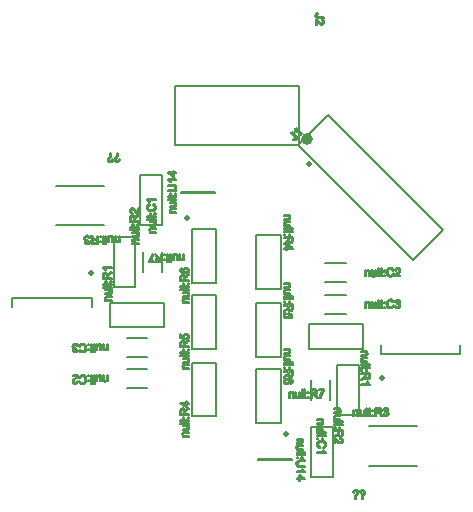
<source format=gto>
%FSLAX33Y33*%
%MOMM*%
%ADD10C,0.1524*%
%ADD11C,0.2032*%
%ADD12C,0.15*%
%ADD13C,0.2*%
%ADD14C,0.500001X0.000003*%
%ADD15C,0.5*%
%ADD16C,0.5*%
%ADD17C,0.500001X0.000003*%
%ADD18C,1.*%
%ADD19C,0.5*%
D10*
%LNtop silkscreen_traces*%
%LNtop silkscreen component 0a7e6818b65e6dd9*%
G01*
X-11350Y11622D02*
X-15414Y11622D01*
X-15414Y8269D02*
X-11350Y8269D01*
D11*
X-10081Y7122D02*
X-10081Y7122D01*
X-10081Y7122*
X-10084Y7077*
X-10084Y7077*
X-10091Y7039*
X-10091Y7039*
X-10104Y7009*
X-10104Y7009*
X-10122Y6987*
X-10122Y6987*
X-10143Y6971*
X-10143Y6971*
X-10167Y6960*
X-10167Y6960*
X-10192Y6953*
X-10192Y6953*
X-10219Y6951*
X-10219Y6951*
X-10236Y6952*
X-10236Y6952*
X-10252Y6955*
X-10252Y6955*
X-10267Y6960*
X-10267Y6960*
X-10281Y6967*
X-10281Y6967*
X-10293Y6976*
X-10293Y6976*
X-10303Y6986*
X-10303Y6986*
X-10311Y6997*
X-10311Y6997*
X-10317Y7010*
X-10317Y7010*
X-10322Y7025*
X-10322Y7025*
X-10325Y7043*
X-10325Y7043*
X-10327Y7065*
X-10327Y7065*
X-10328Y7090*
X-10328Y7090*
X-10328Y7405*
X-10415Y7405*
X-10415Y7087*
X-10414Y7059*
X-10413Y7035*
X-10412Y7016*
X-10410Y7001*
X-10405Y6983*
X-10399Y6967*
X-10391Y6951*
X-10382Y6937*
X-10371Y6924*
X-10358Y6912*
X-10342Y6902*
X-10324Y6893*
X-10304Y6885*
X-10283Y6880*
X-10261Y6877*
X-10238Y6876*
X-10187Y6881*
X-10143Y6897*
X-10105Y6924*
X-10073Y6961*
X-10072Y6961*
X-10072Y6888*
X-9994Y6888*
X-9994Y7405*
X-10081Y7405*
X-10081Y7122*
X-10774Y7411D02*
X-10774Y7411D01*
X-10818Y7395*
X-10856Y7368*
X-10890Y7329*
X-10890Y7329*
X-10890Y7405*
X-10968Y7405*
X-10968Y6888*
X-10881Y6888*
X-10881Y7165*
X-10881Y7165*
X-10880Y7196*
X-10880Y7196*
X-10877Y7224*
X-10877Y7224*
X-10873Y7247*
X-10873Y7247*
X-10866Y7266*
X-10866Y7266*
X-10858Y7283*
X-10858Y7283*
X-10847Y7298*
X-10847Y7298*
X-10833Y7311*
X-10833Y7311*
X-10817Y7322*
X-10817Y7322*
X-10799Y7331*
X-10799Y7331*
X-10781Y7337*
X-10781Y7337*
X-10762Y7341*
X-10762Y7341*
X-10743Y7342*
X-10743Y7342*
X-10724Y7341*
X-10724Y7341*
X-10706Y7337*
X-10706Y7337*
X-10690Y7331*
X-10690Y7331*
X-10676Y7322*
X-10676Y7322*
X-10664Y7311*
X-10664Y7311*
X-10654Y7299*
X-10654Y7299*
X-10646Y7284*
X-10646Y7284*
X-10641Y7268*
X-10641Y7268*
X-10638Y7253*
X-10638Y7253*
X-10637Y7232*
X-10637Y7232*
X-10636Y7206*
X-10636Y7206*
X-10635Y7175*
X-10635Y7175*
X-10635Y6888*
X-10548Y6888*
X-10548Y7208*
X-10549Y7235*
X-10550Y7257*
X-10551Y7276*
X-10554Y7290*
X-10558Y7309*
X-10564Y7326*
X-10572Y7341*
X-10581Y7355*
X-10592Y7368*
X-10605Y7380*
X-10621Y7390*
X-10640Y7399*
X-10660Y7407*
X-10681Y7412*
X-10703Y7416*
X-10725Y7417*
X-10774Y7411*
X-11191Y6690D02*
X-11191Y6690D01*
X-11105Y6690*
X-11105Y7405*
X-11191Y7405*
X-11191Y6690*
X-11414Y6690D02*
X-11414Y6690D01*
X-11327Y6690*
X-11327Y7405*
X-11414Y7405*
X-11414Y6690*
X-11674Y6888D02*
X-11674Y6888D01*
X-11575Y6888*
X-11575Y6987*
X-11674Y6987*
X-11674Y6888*
X-11674Y7306D02*
X-11674Y7306D01*
X-11575Y7306*
X-11575Y7405*
X-11674Y7405*
X-11674Y7306*
X-11935Y7088D02*
X-11935Y7088D01*
X-11935Y7087*
X-12045Y7087*
X-12045Y7087*
X-12062Y7088*
X-12062Y7088*
X-12077Y7088*
X-12077Y7088*
X-12089Y7089*
X-12089Y7089*
X-12098Y7091*
X-12098Y7091*
X-12109Y7094*
X-12109Y7094*
X-12120Y7098*
X-12120Y7098*
X-12131Y7103*
X-12131Y7104*
X-12142Y7110*
X-12142Y7110*
X-12153Y7118*
X-12153Y7118*
X-12164Y7129*
X-12164Y7129*
X-12177Y7142*
X-12177Y7142*
X-12190Y7158*
X-12190Y7158*
X-12204Y7177*
X-12204Y7177*
X-12220Y7200*
X-12220Y7200*
X-12238Y7226*
X-12238Y7226*
X-12258Y7256*
X-12258Y7256*
X-12353Y7405*
X-12471Y7405*
X-12347Y7211*
X-12328Y7184*
X-12309Y7159*
X-12289Y7136*
X-12268Y7116*
X-12257Y7107*
X-12244Y7098*
X-12229Y7089*
X-12211Y7080*
X-12211Y7080*
X-12259Y7070*
X-12301Y7056*
X-12335Y7037*
X-12363Y7013*
X-12385Y6986*
X-12400Y6955*
X-12409Y6922*
X-12413Y6885*
X-12411Y6856*
X-12405Y6829*
X-12396Y6803*
X-12383Y6778*
X-12367Y6755*
X-12348Y6736*
X-12327Y6721*
X-12304Y6710*
X-12276Y6701*
X-12242Y6695*
X-12203Y6692*
X-12158Y6690*
X-11841Y6690*
X-11841Y7405*
X-11935Y7405*
X-11935Y7088*
X-11936Y7006D02*
X-11936Y7006D01*
X-12139Y7006*
X-12170Y7005*
X-12197Y7002*
X-12221Y6998*
X-12241Y6992*
X-12258Y6985*
X-12273Y6975*
X-12286Y6963*
X-12296Y6949*
X-12305Y6934*
X-12311Y6919*
X-12314Y6902*
X-12315Y6885*
X-12313Y6861*
X-12306Y6839*
X-12295Y6819*
X-12279Y6802*
X-12257Y6787*
X-12231Y6777*
X-12199Y6771*
X-12162Y6769*
X-11936Y6769*
X-11936Y7006*
X-12804Y7414D02*
X-12804Y7414D01*
X-12849Y7402*
X-12890Y7381*
X-12926Y7353*
X-12956Y7319*
X-12978Y7281*
X-12990Y7239*
X-12995Y7194*
X-12992Y7161*
X-12986Y7131*
X-12975Y7104*
X-12960Y7079*
X-12940Y7058*
X-12917Y7041*
X-12891Y7028*
X-12861Y7018*
X-12861Y7018*
X-12884Y7005*
X-12904Y6991*
X-12921Y6975*
X-12935Y6957*
X-12945Y6938*
X-12953Y6917*
X-12958Y6896*
X-12959Y6873*
X-12958Y6849*
X-12953Y6826*
X-12945Y6803*
X-12933Y6781*
X-12919Y6760*
X-12902Y6742*
X-12881Y6726*
X-12858Y6713*
X-12833Y6702*
X-12807Y6694*
X-12779Y6689*
X-12750Y6687*
X-12710Y6690*
X-12673Y6700*
X-12639Y6715*
X-12609Y6736*
X-12583Y6763*
X-12562Y6794*
X-12546Y6831*
X-12536Y6872*
X-12623Y6888*
X-12629Y6858*
X-12629Y6858*
X-12638Y6832*
X-12638Y6831*
X-12651Y6809*
X-12651Y6809*
X-12667Y6791*
X-12667Y6791*
X-12685Y6777*
X-12685Y6777*
X-12705Y6767*
X-12705Y6767*
X-12728Y6761*
X-12728Y6761*
X-12752Y6759*
X-12752Y6759*
X-12777Y6761*
X-12777Y6761*
X-12800Y6767*
X-12800Y6767*
X-12820Y6777*
X-12820Y6777*
X-12837Y6791*
X-12837Y6791*
X-12852Y6808*
X-12852Y6808*
X-12862Y6827*
X-12862Y6827*
X-12868Y6848*
X-12868Y6848*
X-12870Y6871*
X-12870Y6871*
X-12867Y6900*
X-12867Y6900*
X-12859Y6924*
X-12859Y6924*
X-12845Y6945*
X-12845Y6945*
X-12825Y6962*
X-12825Y6962*
X-12802Y6975*
X-12802Y6975*
X-12777Y6984*
X-12777Y6984*
X-12751Y6989*
X-12751Y6989*
X-12724Y6991*
X-12724Y6991*
X-12721Y6991*
X-12721Y6991*
X-12717Y6991*
X-12717Y6991*
X-12714Y6991*
X-12714Y6991*
X-12710Y6990*
X-12700Y7066*
X-12717Y7062*
X-12717Y7062*
X-12734Y7059*
X-12734Y7059*
X-12748Y7057*
X-12748Y7057*
X-12762Y7057*
X-12762Y7057*
X-12791Y7059*
X-12791Y7059*
X-12818Y7066*
X-12818Y7066*
X-12841Y7079*
X-12841Y7079*
X-12863Y7096*
X-12863Y7096*
X-12880Y7117*
X-12880Y7117*
X-12892Y7141*
X-12892Y7141*
X-12900Y7167*
X-12900Y7167*
X-12902Y7196*
X-12902Y7196*
X-12900Y7227*
X-12900Y7227*
X-12892Y7255*
X-12892Y7255*
X-12878Y7280*
X-12878Y7280*
X-12859Y7303*
X-12859Y7303*
X-12837Y7322*
X-12837Y7322*
X-12812Y7335*
X-12812Y7335*
X-12784Y7343*
X-12784Y7343*
X-12754Y7346*
X-12754Y7346*
X-12729Y7344*
X-12729Y7344*
X-12706Y7338*
X-12706Y7338*
X-12685Y7328*
X-12685Y7327*
X-12665Y7313*
X-12665Y7313*
X-12648Y7294*
X-12648Y7294*
X-12634Y7269*
X-12634Y7269*
X-12623Y7240*
X-12623Y7240*
X-12614Y7206*
X-12527Y7217*
X-12535Y7259*
X-12549Y7298*
X-12570Y7332*
X-12598Y7362*
X-12631Y7386*
X-12668Y7404*
X-12709Y7414*
X-12754Y7418*
X-12804Y7414*
X-10243Y14190D02*
X-10243Y14190D01*
X-10243Y14190*
X-10245Y14169*
X-10245Y14169*
X-10247Y14152*
X-10247Y14152*
X-10250Y14138*
X-10250Y14138*
X-10253Y14127*
X-10253Y14127*
X-10258Y14116*
X-10258Y14116*
X-10263Y14106*
X-10263Y14106*
X-10269Y14096*
X-10269Y14096*
X-10278Y14086*
X-10278Y14086*
X-10290Y14073*
X-10290Y14073*
X-10306Y14058*
X-10306Y14058*
X-10325Y14040*
X-10355Y14013*
X-10379Y13988*
X-10398Y13965*
X-10411Y13944*
X-10421Y13924*
X-10428Y13903*
X-10432Y13881*
X-10433Y13858*
X-10429Y13819*
X-10418Y13783*
X-10398Y13750*
X-10371Y13720*
X-10337Y13695*
X-10298Y13677*
X-10253Y13667*
X-10204Y13663*
X-10157Y13666*
X-10114Y13676*
X-10077Y13693*
X-10045Y13716*
X-10017Y13746*
X-9996Y13781*
X-9981Y13822*
X-9972Y13869*
X-10062Y13879*
X-10069Y13845*
X-10069Y13845*
X-10080Y13815*
X-10080Y13815*
X-10094Y13790*
X-10094Y13790*
X-10111Y13770*
X-10111Y13770*
X-10131Y13754*
X-10131Y13754*
X-10153Y13743*
X-10153Y13743*
X-10178Y13737*
X-10178Y13737*
X-10205Y13734*
X-10205Y13734*
X-10233Y13737*
X-10233Y13737*
X-10259Y13744*
X-10259Y13744*
X-10282Y13756*
X-10282Y13756*
X-10304Y13773*
X-10304Y13773*
X-10321Y13794*
X-10321Y13794*
X-10334Y13815*
X-10334Y13815*
X-10341Y13839*
X-10341Y13839*
X-10344Y13864*
X-10344Y13864*
X-10343Y13878*
X-10343Y13878*
X-10340Y13891*
X-10340Y13891*
X-10336Y13904*
X-10336Y13904*
X-10330Y13916*
X-10330Y13916*
X-10321Y13929*
X-10321Y13929*
X-10308Y13944*
X-10308Y13944*
X-10291Y13962*
X-10291Y13962*
X-10271Y13981*
X-10271Y13981*
X-10250Y14000*
X-10232Y14016*
X-10218Y14030*
X-10207Y14042*
X-10196Y14056*
X-10187Y14071*
X-10179Y14085*
X-10173Y14099*
X-10166Y14118*
X-10162Y14140*
X-10159Y14163*
X-10158Y14188*
X-10158Y14193*
X-10158Y14199*
X-10159Y14206*
X-10159Y14214*
X-10242Y14214*
X-10243Y14190*
X-10252Y14291D02*
X-10252Y14291D01*
X-10153Y14291*
X-10153Y14390*
X-10252Y14390*
X-10252Y14291*
X-10799Y14190D02*
X-10799Y14190D01*
X-10799Y14190*
X-10801Y14169*
X-10801Y14169*
X-10803Y14152*
X-10803Y14152*
X-10806Y14138*
X-10806Y14138*
X-10809Y14127*
X-10809Y14127*
X-10814Y14116*
X-10814Y14116*
X-10819Y14106*
X-10819Y14106*
X-10825Y14096*
X-10825Y14096*
X-10834Y14086*
X-10834Y14086*
X-10846Y14073*
X-10846Y14073*
X-10862Y14058*
X-10862Y14058*
X-10882Y14040*
X-10911Y14013*
X-10935Y13988*
X-10954Y13965*
X-10967Y13944*
X-10977Y13924*
X-10984Y13903*
X-10988Y13881*
X-10989Y13858*
X-10985Y13819*
X-10974Y13783*
X-10954Y13750*
X-10927Y13720*
X-10893Y13695*
X-10854Y13677*
X-10810Y13667*
X-10760Y13663*
X-10713Y13666*
X-10671Y13676*
X-10633Y13693*
X-10601Y13716*
X-10574Y13746*
X-10553Y13781*
X-10537Y13822*
X-10528Y13869*
X-10618Y13879*
X-10625Y13845*
X-10625Y13845*
X-10636Y13815*
X-10636Y13815*
X-10650Y13790*
X-10650Y13790*
X-10667Y13770*
X-10667Y13770*
X-10687Y13754*
X-10687Y13754*
X-10710Y13743*
X-10710Y13743*
X-10734Y13737*
X-10734Y13737*
X-10761Y13734*
X-10761Y13734*
X-10789Y13737*
X-10789Y13737*
X-10815Y13744*
X-10815Y13744*
X-10839Y13756*
X-10839Y13756*
X-10860Y13773*
X-10860Y13773*
X-10877Y13794*
X-10877Y13794*
X-10890Y13815*
X-10890Y13815*
X-10897Y13839*
X-10897Y13839*
X-10900Y13864*
X-10900Y13864*
X-10899Y13878*
X-10899Y13878*
X-10897Y13891*
X-10897Y13891*
X-10892Y13904*
X-10892Y13904*
X-10886Y13916*
X-10886Y13916*
X-10877Y13929*
X-10877Y13929*
X-10864Y13944*
X-10864Y13944*
X-10848Y13962*
X-10848Y13962*
X-10827Y13981*
X-10827Y13981*
X-10806Y14000*
X-10788Y14016*
X-10774Y14030*
X-10764Y14042*
X-10752Y14056*
X-10743Y14071*
X-10735Y14085*
X-10729Y14099*
X-10723Y14118*
X-10718Y14140*
X-10715Y14163*
X-10714Y14188*
X-10714Y14193*
X-10715Y14199*
X-10715Y14206*
X-10715Y14214*
X-10798Y14214*
X-10799Y14190*
X-10809Y14291D02*
X-10809Y14291D01*
X-10710Y14291*
X-10710Y14390*
X-10809Y14390*
X-10809Y14291*
%LNtop silkscreen component 029324719d14e7d5*%
D12*
X7435Y3450D02*
X9165Y3450D01*
X7435Y5050D02*
X9165Y5050D01*
D11*
X10864Y4233D02*
X10864Y4233D01*
X10864Y4233*
X10866Y4279*
X10866Y4279*
X10874Y4317*
X10874Y4317*
X10887Y4347*
X10887Y4347*
X10905Y4369*
X10905Y4369*
X10926Y4384*
X10926Y4384*
X10949Y4396*
X10949Y4396*
X10975Y4402*
X10975Y4402*
X11002Y4405*
X11002Y4405*
X11019Y4404*
X11019Y4404*
X11035Y4401*
X11035Y4401*
X11050Y4396*
X11050Y4396*
X11063Y4389*
X11063Y4389*
X11076Y4380*
X11076Y4380*
X11086Y4370*
X11086Y4370*
X11094Y4359*
X11094Y4359*
X11100Y4346*
X11100Y4346*
X11104Y4331*
X11104Y4331*
X11108Y4312*
X11108Y4312*
X11110Y4291*
X11110Y4291*
X11110Y4265*
X11110Y4265*
X11110Y3951*
X11197Y3951*
X11197Y4269*
X11197Y4297*
X11196Y4321*
X11194Y4340*
X11192Y4354*
X11188Y4372*
X11182Y4389*
X11174Y4405*
X11165Y4419*
X11154Y4432*
X11141Y4444*
X11125Y4454*
X11106Y4463*
X11086Y4470*
X11065Y4476*
X11043Y4479*
X11020Y4480*
X10970Y4474*
X10925Y4458*
X10887Y4432*
X10856Y4394*
X10855Y4394*
X10855Y4468*
X10777Y4468*
X10777Y3951*
X10864Y3951*
X10864Y4233*
X11557Y3944D02*
X11557Y3944D01*
X11601Y3961*
X11639Y3988*
X11672Y4027*
X11673Y4027*
X11673Y3951*
X11750Y3951*
X11750Y4468*
X11664Y4468*
X11664Y4191*
X11664Y4191*
X11663Y4159*
X11663Y4159*
X11660Y4132*
X11660Y4132*
X11655Y4109*
X11655Y4109*
X11649Y4089*
X11649Y4089*
X11641Y4073*
X11641Y4073*
X11630Y4058*
X11629Y4058*
X11616Y4045*
X11616Y4045*
X11600Y4034*
X11600Y4034*
X11582Y4025*
X11582Y4025*
X11564Y4019*
X11564Y4019*
X11545Y4015*
X11545Y4015*
X11525Y4013*
X11525Y4013*
X11506Y4015*
X11506Y4015*
X11489Y4018*
X11489Y4018*
X11473Y4025*
X11473Y4025*
X11459Y4033*
X11459Y4033*
X11446Y4044*
X11446Y4044*
X11436Y4057*
X11436Y4057*
X11429Y4072*
X11429Y4072*
X11423Y4088*
X11423Y4088*
X11421Y4103*
X11421Y4103*
X11419Y4123*
X11419Y4123*
X11418Y4149*
X11418Y4149*
X11418Y4181*
X11418Y4181*
X11418Y4468*
X11331Y4468*
X11331Y4147*
X11331Y4121*
X11332Y4099*
X11334Y4080*
X11336Y4065*
X11341Y4047*
X11347Y4030*
X11354Y4014*
X11363Y4000*
X11374Y3988*
X11388Y3976*
X11404Y3966*
X11422Y3956*
X11442Y3949*
X11463Y3943*
X11485Y3940*
X11508Y3939*
X11557Y3944*
X11974Y4665D02*
X11974Y4665D01*
X11887Y4665*
X11887Y3951*
X11974Y3951*
X11974Y4665*
X12196Y4665D02*
X12196Y4665D01*
X12109Y4665*
X12109Y3951*
X12196Y3951*
X12196Y4665*
X12457Y4468D02*
X12457Y4468D01*
X12358Y4468*
X12358Y4369*
X12457Y4369*
X12457Y4468*
X12457Y4050D02*
X12457Y4050D01*
X12358Y4050*
X12358Y3951*
X12457Y3951*
X12457Y4050*
X12985Y3942D02*
X12985Y3942D01*
X13034Y3954*
X13079Y3973*
X13120Y3999*
X13156Y4034*
X13185Y4074*
X13209Y4122*
X13227Y4177*
X13133Y4200*
X13121Y4158*
X13121Y4158*
X13105Y4122*
X13105Y4121*
X13084Y4090*
X13084Y4090*
X13058Y4064*
X13058Y4064*
X13029Y4044*
X13029Y4044*
X12997Y4030*
X12997Y4030*
X12962Y4021*
X12962Y4021*
X12923Y4018*
X12923Y4018*
X12891Y4020*
X12891Y4020*
X12860Y4027*
X12860Y4027*
X12830Y4037*
X12830Y4037*
X12801Y4052*
X12801Y4052*
X12775Y4071*
X12775Y4071*
X12752Y4094*
X12752Y4095*
X12734Y4122*
X12734Y4122*
X12718Y4154*
X12718Y4154*
X12707Y4190*
X12707Y4190*
X12698Y4228*
X12698Y4228*
X12693Y4270*
X12693Y4270*
X12692Y4314*
X12692Y4314*
X12693Y4349*
X12693Y4349*
X12697Y4384*
X12697Y4384*
X12704Y4418*
X12704Y4418*
X12714Y4451*
X12714Y4451*
X12728Y4483*
X12728Y4483*
X12745Y4511*
X12745Y4511*
X12767Y4536*
X12767Y4536*
X12792Y4558*
X12792Y4558*
X12822Y4575*
X12822Y4575*
X12855Y4588*
X12855Y4588*
X12891Y4595*
X12891Y4595*
X12931Y4597*
X12931Y4597*
X12965Y4595*
X12965Y4595*
X12996Y4589*
X12996Y4589*
X13025Y4577*
X13025Y4577*
X13050Y4562*
X13050Y4562*
X13072Y4541*
X13072Y4541*
X13092Y4515*
X13092Y4515*
X13109Y4484*
X13109Y4484*
X13122Y4448*
X13215Y4470*
X13198Y4516*
X13175Y4557*
X13147Y4593*
X13113Y4623*
X13074Y4647*
X13031Y4664*
X12984Y4674*
X12932Y4678*
X12886Y4675*
X12842Y4667*
X12800Y4653*
X12759Y4634*
X12722Y4610*
X12689Y4581*
X12661Y4547*
X12638Y4508*
X12619Y4465*
X12606Y4418*
X12598Y4367*
X12595Y4313*
X12597Y4263*
X12605Y4214*
X12616Y4167*
X12633Y4122*
X12654Y4080*
X12679Y4043*
X12709Y4011*
X12743Y3985*
X12782Y3965*
X12826Y3950*
X12876Y3941*
X12931Y3938*
X12985Y3942*
X13770Y4034D02*
X13770Y4034D01*
X13419Y4034*
X13419Y4034*
X13427Y4047*
X13427Y4047*
X13436Y4059*
X13436Y4059*
X13445Y4071*
X13445Y4071*
X13456Y4082*
X13456Y4082*
X13471Y4097*
X13471Y4097*
X13493Y4117*
X13493Y4117*
X13522Y4142*
X13522Y4142*
X13558Y4173*
X13602Y4210*
X13639Y4244*
X13669Y4273*
X13693Y4298*
X13712Y4321*
X13728Y4343*
X13741Y4365*
X13751Y4386*
X13759Y4407*
X13765Y4428*
X13768Y4449*
X13769Y4470*
X13765Y4510*
X13754Y4547*
X13735Y4581*
X13709Y4611*
X13676Y4636*
X13638Y4654*
X13595Y4665*
X13546Y4668*
X13498Y4665*
X13455Y4655*
X13417Y4639*
X13384Y4615*
X13357Y4586*
X13336Y4551*
X13322Y4509*
X13314Y4462*
X13404Y4453*
X13406Y4484*
X13406Y4484*
X13414Y4513*
X13414Y4513*
X13426Y4537*
X13426Y4537*
X13442Y4558*
X13442Y4558*
X13463Y4575*
X13463Y4575*
X13487Y4587*
X13487Y4587*
X13514Y4594*
X13514Y4594*
X13544Y4597*
X13544Y4597*
X13573Y4594*
X13573Y4594*
X13599Y4588*
X13599Y4587*
X13622Y4576*
X13622Y4576*
X13642Y4560*
X13642Y4560*
X13658Y4541*
X13658Y4541*
X13670Y4520*
X13670Y4520*
X13677Y4497*
X13677Y4497*
X13680Y4472*
X13680Y4472*
X13677Y4447*
X13677Y4447*
X13669Y4420*
X13669Y4420*
X13656Y4394*
X13656Y4394*
X13638Y4366*
X13638Y4366*
X13613Y4335*
X13613Y4335*
X13578Y4300*
X13578Y4300*
X13534Y4260*
X13534Y4260*
X13481Y4214*
X13481Y4214*
X13445Y4184*
X13414Y4156*
X13388Y4130*
X13366Y4106*
X13347Y4082*
X13331Y4059*
X13318Y4035*
X13308Y4011*
X13303Y3996*
X13300Y3981*
X13298Y3966*
X13298Y3951*
X13770Y3951*
X13770Y4034*
%LNtop silkscreen component 569398cfd6ecd067*%
D13*
X-12367Y2107D02*
X-12367Y1357D01*
X-19067Y2107D02*
X-12367Y2107D01*
X-19067Y2107D02*
X-19067Y1357D01*
D14*
X-12437Y4207D03*
%LNtop silkscreen component c945c83012794e35*%
D12*
X-3892Y3432D02*
X-3892Y7974D01*
X-3892Y3432D02*
X-1792Y3432D01*
X-1792Y7974*
X-3892Y7974*
D11*
X-4425Y1779D02*
X-4425Y1779D01*
X-4425Y1779*
X-4471Y1782*
X-4471Y1782*
X-4509Y1790*
X-4509Y1790*
X-4539Y1802*
X-4539Y1802*
X-4560Y1820*
X-4561Y1820*
X-4576Y1842*
X-4576Y1842*
X-4587Y1865*
X-4587Y1865*
X-4594Y1890*
X-4594Y1890*
X-4596Y1918*
X-4596Y1918*
X-4595Y1935*
X-4595Y1935*
X-4592Y1951*
X-4592Y1951*
X-4587Y1965*
X-4587Y1965*
X-4580Y1979*
X-4580Y1979*
X-4572Y1991*
X-4572Y1991*
X-4562Y2001*
X-4562Y2001*
X-4550Y2010*
X-4550Y2010*
X-4538Y2016*
X-4538Y2016*
X-4523Y2020*
X-4523Y2020*
X-4504Y2023*
X-4504Y2023*
X-4482Y2025*
X-4482Y2025*
X-4457Y2026*
X-4457Y2026*
X-4142Y2026*
X-4142Y2113*
X-4460Y2113*
X-4489Y2113*
X-4512Y2112*
X-4531Y2110*
X-4546Y2108*
X-4564Y2103*
X-4581Y2097*
X-4596Y2090*
X-4611Y2081*
X-4624Y2070*
X-4635Y2056*
X-4646Y2040*
X-4655Y2022*
X-4662Y2002*
X-4667Y1981*
X-4670Y1959*
X-4671Y1936*
X-4666Y1885*
X-4650Y1841*
X-4623Y1803*
X-4586Y1771*
X-4586Y1771*
X-4660Y1771*
X-4660Y1692*
X-4142Y1692*
X-4142Y1779*
X-4425Y1779*
X-4136Y2473D02*
X-4136Y2473D01*
X-4152Y2516*
X-4180Y2555*
X-4218Y2588*
X-4218Y2588*
X-4142Y2588*
X-4142Y2666*
X-4660Y2666*
X-4660Y2579*
X-4382Y2579*
X-4382Y2579*
X-4351Y2578*
X-4351Y2578*
X-4324Y2576*
X-4324Y2576*
X-4300Y2571*
X-4300Y2571*
X-4281Y2565*
X-4281Y2565*
X-4264Y2556*
X-4264Y2556*
X-4249Y2545*
X-4249Y2545*
X-4237Y2532*
X-4237Y2532*
X-4225Y2515*
X-4225Y2515*
X-4217Y2498*
X-4217Y2498*
X-4210Y2479*
X-4210Y2479*
X-4206Y2461*
X-4206Y2461*
X-4205Y2441*
X-4205Y2441*
X-4206Y2422*
X-4206Y2422*
X-4210Y2404*
X-4210Y2404*
X-4216Y2389*
X-4216Y2389*
X-4225Y2374*
X-4225Y2374*
X-4236Y2362*
X-4236Y2362*
X-4249Y2352*
X-4249Y2352*
X-4263Y2344*
X-4263Y2344*
X-4280Y2339*
X-4280Y2339*
X-4295Y2337*
X-4295Y2337*
X-4315Y2335*
X-4315Y2335*
X-4341Y2334*
X-4341Y2334*
X-4373Y2334*
X-4373Y2334*
X-4660Y2334*
X-4660Y2247*
X-4339Y2247*
X-4313Y2247*
X-4290Y2248*
X-4272Y2250*
X-4257Y2252*
X-4238Y2257*
X-4221Y2263*
X-4206Y2270*
X-4192Y2279*
X-4179Y2290*
X-4168Y2303*
X-4157Y2319*
X-4148Y2338*
X-4140Y2358*
X-4135Y2379*
X-4132Y2401*
X-4130Y2423*
X-4136Y2473*
X-4857Y2890D02*
X-4857Y2890D01*
X-4857Y2803*
X-4142Y2803*
X-4142Y2890*
X-4857Y2890*
X-4857Y3112D02*
X-4857Y3112D01*
X-4857Y3025*
X-4142Y3025*
X-4142Y3112*
X-4857Y3112*
X-4660Y3373D02*
X-4660Y3373D01*
X-4660Y3273*
X-4561Y3273*
X-4561Y3373*
X-4660Y3373*
X-4241Y3373D02*
X-4241Y3373D01*
X-4241Y3273*
X-4142Y3273*
X-4142Y3373*
X-4241Y3373*
X-4460Y3633D02*
X-4460Y3633D01*
X-4460Y3634*
X-4460Y3744*
X-4460Y3744*
X-4460Y3761*
X-4460Y3761*
X-4459Y3775*
X-4459Y3775*
X-4458Y3787*
X-4458Y3787*
X-4457Y3797*
X-4457Y3797*
X-4453Y3808*
X-4453Y3808*
X-4449Y3818*
X-4449Y3818*
X-4444Y3829*
X-4444Y3829*
X-4437Y3840*
X-4437Y3840*
X-4429Y3851*
X-4429Y3851*
X-4419Y3863*
X-4419Y3863*
X-4405Y3875*
X-4405Y3875*
X-4390Y3888*
X-4390Y3888*
X-4371Y3902*
X-4371Y3902*
X-4348Y3919*
X-4348Y3919*
X-4321Y3937*
X-4321Y3937*
X-4291Y3957*
X-4291Y3957*
X-4142Y4051*
X-4142Y4169*
X-4336Y4045*
X-4364Y4026*
X-4389Y4007*
X-4411Y3987*
X-4431Y3966*
X-4440Y3956*
X-4449Y3943*
X-4458Y3927*
X-4467Y3909*
X-4468Y3909*
X-4477Y3958*
X-4491Y3999*
X-4510Y4034*
X-4534Y4062*
X-4562Y4083*
X-4592Y4099*
X-4626Y4108*
X-4662Y4111*
X-4691Y4109*
X-4719Y4103*
X-4745Y4094*
X-4770Y4081*
X-4792Y4065*
X-4811Y4046*
X-4826Y4025*
X-4838Y4002*
X-4846Y3974*
X-4852Y3941*
X-4856Y3901*
X-4857Y3856*
X-4857Y3540*
X-4142Y3540*
X-4142Y3633*
X-4460Y3633*
X-4542Y3634D02*
X-4542Y3634D01*
X-4542Y3837*
X-4542Y3868*
X-4545Y3895*
X-4549Y3919*
X-4555Y3939*
X-4563Y3956*
X-4572Y3971*
X-4584Y3984*
X-4598Y3995*
X-4613Y4003*
X-4629Y4009*
X-4645Y4013*
X-4662Y4014*
X-4686Y4011*
X-4708Y4004*
X-4728Y3993*
X-4746Y3977*
X-4760Y3956*
X-4770Y3929*
X-4776Y3898*
X-4778Y3860*
X-4778Y3634*
X-4542Y3634*
X-4132Y4500D02*
X-4132Y4500D01*
X-4138Y4530*
X-4147Y4558*
X-4161Y4584*
X-4178Y4608*
X-4198Y4629*
X-4222Y4648*
X-4249Y4663*
X-4279Y4676*
X-4309Y4685*
X-4341Y4691*
X-4374Y4692*
X-4423Y4689*
X-4467Y4677*
X-4506Y4658*
X-4541Y4631*
X-4569Y4598*
X-4589Y4563*
X-4601Y4524*
X-4605Y4481*
X-4604Y4457*
X-4600Y4432*
X-4592Y4409*
X-4582Y4386*
X-4569Y4364*
X-4553Y4343*
X-4533Y4325*
X-4510Y4308*
X-4510Y4307*
X-4561Y4309*
X-4561Y4309*
X-4606Y4314*
X-4606Y4314*
X-4644Y4322*
X-4644Y4322*
X-4676Y4332*
X-4677Y4332*
X-4704Y4345*
X-4704Y4345*
X-4728Y4360*
X-4728Y4360*
X-4748Y4378*
X-4748Y4378*
X-4765Y4398*
X-4765Y4398*
X-4775Y4414*
X-4775Y4414*
X-4783Y4432*
X-4783Y4432*
X-4787Y4451*
X-4787Y4451*
X-4789Y4472*
X-4789Y4472*
X-4786Y4497*
X-4786Y4497*
X-4779Y4520*
X-4779Y4520*
X-4767Y4541*
X-4767Y4541*
X-4751Y4560*
X-4751Y4560*
X-4737Y4570*
X-4737Y4570*
X-4720Y4579*
X-4720Y4579*
X-4700Y4587*
X-4700Y4587*
X-4676Y4593*
X-4683Y4680*
X-4722Y4672*
X-4756Y4658*
X-4787Y4639*
X-4813Y4615*
X-4833Y4586*
X-4848Y4554*
X-4857Y4517*
X-4860Y4477*
X-4855Y4423*
X-4839Y4376*
X-4814Y4334*
X-4778Y4297*
X-4724Y4264*
X-4656Y4240*
X-4573Y4226*
X-4477Y4221*
X-4390Y4225*
X-4317Y4238*
X-4257Y4260*
X-4211Y4290*
X-4175Y4327*
X-4150Y4369*
X-4135Y4416*
X-4130Y4469*
X-4132Y4500*
X-4374Y4321D02*
X-4374Y4321D01*
X-4351Y4323*
X-4329Y4326*
X-4308Y4332*
X-4287Y4341*
X-4267Y4351*
X-4250Y4364*
X-4236Y4378*
X-4223Y4395*
X-4214Y4412*
X-4207Y4430*
X-4203Y4448*
X-4202Y4467*
X-4205Y4494*
X-4213Y4519*
X-4227Y4542*
X-4247Y4563*
X-4271Y4581*
X-4300Y4593*
X-4332Y4601*
X-4369Y4603*
X-4404Y4601*
X-4435Y4593*
X-4462Y4581*
X-4486Y4564*
X-4504Y4542*
X-4518Y4519*
X-4526Y4493*
X-4528Y4464*
X-4526Y4435*
X-4518Y4409*
X-4504Y4385*
X-4486Y4363*
X-4463Y4345*
X-4436Y4332*
X-4407Y4324*
X-4374Y4321*
%LNtop silkscreen component a6b2d28b852c13d9*%
D12*
X-3892Y-7888D02*
X-3892Y-3347D01*
X-3892Y-7888D02*
X-1792Y-7888D01*
X-1792Y-3347*
X-3892Y-3347*
D11*
X-4425Y-9541D02*
X-4425Y-9541D01*
X-4425Y-9541*
X-4471Y-9539*
X-4471Y-9539*
X-4509Y-9531*
X-4509Y-9531*
X-4539Y-9518*
X-4539Y-9518*
X-4560Y-9500*
X-4561Y-9500*
X-4576Y-9479*
X-4576Y-9479*
X-4587Y-9456*
X-4587Y-9456*
X-4594Y-9430*
X-4594Y-9430*
X-4596Y-9403*
X-4596Y-9403*
X-4595Y-9386*
X-4595Y-9386*
X-4592Y-9370*
X-4592Y-9370*
X-4587Y-9355*
X-4587Y-9355*
X-4580Y-9342*
X-4580Y-9342*
X-4572Y-9330*
X-4572Y-9329*
X-4562Y-9319*
X-4562Y-9319*
X-4550Y-9311*
X-4550Y-9311*
X-4538Y-9305*
X-4538Y-9305*
X-4523Y-9301*
X-4523Y-9301*
X-4504Y-9297*
X-4504Y-9297*
X-4482Y-9295*
X-4482Y-9295*
X-4457Y-9295*
X-4457Y-9295*
X-4142Y-9295*
X-4142Y-9208*
X-4460Y-9208*
X-4489Y-9208*
X-4512Y-9209*
X-4531Y-9211*
X-4546Y-9213*
X-4564Y-9217*
X-4581Y-9223*
X-4596Y-9231*
X-4611Y-9240*
X-4624Y-9251*
X-4635Y-9264*
X-4646Y-9280*
X-4655Y-9299*
X-4662Y-9319*
X-4667Y-9340*
X-4670Y-9362*
X-4671Y-9385*
X-4666Y-9435*
X-4650Y-9480*
X-4623Y-9518*
X-4586Y-9549*
X-4586Y-9550*
X-4660Y-9550*
X-4660Y-9628*
X-4142Y-9628*
X-4142Y-9541*
X-4425Y-9541*
X-4136Y-8848D02*
X-4136Y-8848D01*
X-4152Y-8804*
X-4180Y-8766*
X-4218Y-8733*
X-4218Y-8732*
X-4142Y-8732*
X-4142Y-8655*
X-4660Y-8655*
X-4660Y-8742*
X-4382Y-8742*
X-4382Y-8742*
X-4351Y-8742*
X-4351Y-8742*
X-4324Y-8745*
X-4324Y-8745*
X-4300Y-8750*
X-4300Y-8750*
X-4281Y-8756*
X-4281Y-8756*
X-4264Y-8764*
X-4264Y-8764*
X-4249Y-8776*
X-4249Y-8776*
X-4237Y-8789*
X-4237Y-8789*
X-4225Y-8805*
X-4225Y-8805*
X-4217Y-8823*
X-4217Y-8823*
X-4210Y-8841*
X-4210Y-8841*
X-4206Y-8860*
X-4206Y-8860*
X-4205Y-8880*
X-4205Y-8880*
X-4206Y-8899*
X-4206Y-8899*
X-4210Y-8916*
X-4210Y-8916*
X-4216Y-8932*
X-4216Y-8932*
X-4225Y-8946*
X-4225Y-8946*
X-4236Y-8959*
X-4236Y-8959*
X-4249Y-8969*
X-4249Y-8969*
X-4263Y-8976*
X-4263Y-8976*
X-4280Y-8982*
X-4280Y-8982*
X-4295Y-8984*
X-4295Y-8984*
X-4315Y-8986*
X-4315Y-8986*
X-4341Y-8987*
X-4341Y-8987*
X-4373Y-8987*
X-4373Y-8987*
X-4660Y-8987*
X-4660Y-9074*
X-4339Y-9074*
X-4313Y-9074*
X-4290Y-9073*
X-4272Y-9071*
X-4257Y-9069*
X-4238Y-9064*
X-4221Y-9058*
X-4206Y-9051*
X-4192Y-9042*
X-4179Y-9031*
X-4168Y-9017*
X-4157Y-9001*
X-4148Y-8983*
X-4140Y-8963*
X-4135Y-8942*
X-4132Y-8920*
X-4130Y-8897*
X-4136Y-8848*
X-4857Y-8431D02*
X-4857Y-8431D01*
X-4857Y-8518*
X-4142Y-8518*
X-4142Y-8431*
X-4857Y-8431*
X-4857Y-8209D02*
X-4857Y-8209D01*
X-4857Y-8296*
X-4142Y-8296*
X-4142Y-8209*
X-4857Y-8209*
X-4660Y-7948D02*
X-4660Y-7948D01*
X-4660Y-8047*
X-4561Y-8047*
X-4561Y-7948*
X-4660Y-7948*
X-4241Y-7948D02*
X-4241Y-7948D01*
X-4241Y-8047*
X-4142Y-8047*
X-4142Y-7948*
X-4241Y-7948*
X-4460Y-7687D02*
X-4460Y-7687D01*
X-4460Y-7687*
X-4460Y-7577*
X-4460Y-7577*
X-4460Y-7560*
X-4460Y-7560*
X-4459Y-7546*
X-4459Y-7545*
X-4458Y-7534*
X-4458Y-7534*
X-4457Y-7524*
X-4457Y-7524*
X-4453Y-7513*
X-4453Y-7513*
X-4449Y-7502*
X-4449Y-7502*
X-4444Y-7492*
X-4444Y-7491*
X-4437Y-7481*
X-4437Y-7481*
X-4429Y-7470*
X-4429Y-7470*
X-4419Y-7458*
X-4419Y-7458*
X-4405Y-7446*
X-4405Y-7446*
X-4390Y-7433*
X-4390Y-7433*
X-4371Y-7418*
X-4371Y-7418*
X-4348Y-7402*
X-4348Y-7402*
X-4321Y-7384*
X-4321Y-7384*
X-4291Y-7364*
X-4291Y-7364*
X-4142Y-7270*
X-4142Y-7152*
X-4336Y-7276*
X-4364Y-7295*
X-4389Y-7314*
X-4411Y-7334*
X-4431Y-7354*
X-4440Y-7365*
X-4449Y-7378*
X-4458Y-7394*
X-4467Y-7412*
X-4468Y-7411*
X-4477Y-7363*
X-4491Y-7322*
X-4510Y-7287*
X-4534Y-7259*
X-4562Y-7238*
X-4592Y-7222*
X-4626Y-7213*
X-4662Y-7210*
X-4691Y-7212*
X-4719Y-7217*
X-4745Y-7227*
X-4770Y-7240*
X-4792Y-7256*
X-4811Y-7274*
X-4826Y-7295*
X-4838Y-7319*
X-4846Y-7347*
X-4852Y-7380*
X-4856Y-7419*
X-4857Y-7464*
X-4857Y-7781*
X-4142Y-7781*
X-4142Y-7687*
X-4460Y-7687*
X-4542Y-7687D02*
X-4542Y-7687D01*
X-4542Y-7483*
X-4542Y-7453*
X-4545Y-7425*
X-4549Y-7402*
X-4555Y-7382*
X-4563Y-7365*
X-4572Y-7349*
X-4584Y-7337*
X-4598Y-7326*
X-4613Y-7318*
X-4629Y-7312*
X-4645Y-7308*
X-4662Y-7307*
X-4686Y-7309*
X-4708Y-7316*
X-4728Y-7328*
X-4746Y-7344*
X-4760Y-7365*
X-4770Y-7391*
X-4776Y-7423*
X-4778Y-7460*
X-4778Y-7687*
X-4542Y-7687*
X-4313Y-6727D02*
X-4313Y-6727D01*
X-4314Y-6727*
X-4314Y-6631*
X-4393Y-6631*
X-4393Y-6727*
X-4393Y-6727*
X-4857Y-6727*
X-4857Y-6798*
X-4393Y-7125*
X-4314Y-7125*
X-4314Y-6815*
X-4313Y-6814*
X-4142Y-6814*
X-4142Y-6727*
X-4313Y-6727*
X-4715Y-6815D02*
X-4715Y-6815D01*
X-4394Y-7038*
X-4394Y-6815*
X-4715Y-6815*
%LNtop silkscreen component 340490009263b90c*%
D12*
X-6271Y-0368D02*
X-10812Y-0368D01*
X-6271Y-0368D02*
X-6271Y1732D01*
X-10812Y1732*
X-10812Y-0368*
D11*
X-4618Y5574D02*
X-4618Y5574D01*
X-4618Y5574*
X-4620Y5528*
X-4620Y5528*
X-4628Y5490*
X-4628Y5490*
X-4641Y5461*
X-4641Y5460*
X-4659Y5439*
X-4659Y5439*
X-4680Y5423*
X-4680Y5423*
X-4704Y5412*
X-4704Y5412*
X-4729Y5405*
X-4729Y5405*
X-4756Y5403*
X-4756Y5403*
X-4773Y5404*
X-4773Y5404*
X-4789Y5407*
X-4789Y5407*
X-4804Y5412*
X-4804Y5412*
X-4818Y5419*
X-4818Y5419*
X-4830Y5427*
X-4830Y5427*
X-4840Y5437*
X-4840Y5437*
X-4848Y5449*
X-4848Y5449*
X-4854Y5461*
X-4854Y5462*
X-4859Y5477*
X-4859Y5477*
X-4862Y5495*
X-4862Y5495*
X-4864Y5517*
X-4864Y5517*
X-4864Y5542*
X-4864Y5542*
X-4864Y5857*
X-4951Y5857*
X-4951Y5539*
X-4951Y5510*
X-4950Y5487*
X-4949Y5468*
X-4946Y5453*
X-4942Y5435*
X-4936Y5418*
X-4928Y5403*
X-4919Y5388*
X-4908Y5376*
X-4895Y5364*
X-4879Y5354*
X-4861Y5344*
X-4841Y5337*
X-4820Y5332*
X-4798Y5329*
X-4775Y5328*
X-4724Y5333*
X-4680Y5349*
X-4642Y5376*
X-4610Y5413*
X-4609Y5413*
X-4609Y5339*
X-4531Y5339*
X-4531Y5857*
X-4618Y5857*
X-4618Y5574*
X-5311Y5863D02*
X-5311Y5863D01*
X-5355Y5847*
X-5393Y5819*
X-5426Y5781*
X-5427Y5781*
X-5427Y5857*
X-5505Y5857*
X-5505Y5339*
X-5418Y5339*
X-5418Y5617*
X-5418Y5617*
X-5417Y5648*
X-5417Y5648*
X-5414Y5675*
X-5414Y5675*
X-5410Y5699*
X-5410Y5699*
X-5403Y5718*
X-5403Y5718*
X-5395Y5735*
X-5395Y5735*
X-5384Y5750*
X-5384Y5750*
X-5370Y5763*
X-5370Y5763*
X-5354Y5774*
X-5354Y5774*
X-5336Y5783*
X-5336Y5783*
X-5318Y5789*
X-5318Y5789*
X-5299Y5793*
X-5299Y5793*
X-5280Y5794*
X-5279Y5794*
X-5260Y5793*
X-5260Y5793*
X-5243Y5789*
X-5243Y5789*
X-5227Y5783*
X-5227Y5783*
X-5213Y5774*
X-5213Y5774*
X-5200Y5763*
X-5200Y5763*
X-5190Y5750*
X-5190Y5750*
X-5183Y5736*
X-5183Y5736*
X-5177Y5719*
X-5177Y5719*
X-5175Y5705*
X-5175Y5705*
X-5173Y5684*
X-5173Y5684*
X-5172Y5658*
X-5172Y5658*
X-5172Y5626*
X-5172Y5626*
X-5172Y5339*
X-5085Y5339*
X-5085Y5660*
X-5086Y5686*
X-5087Y5709*
X-5088Y5727*
X-5091Y5742*
X-5095Y5761*
X-5101Y5778*
X-5109Y5793*
X-5118Y5807*
X-5128Y5820*
X-5142Y5831*
X-5158Y5842*
X-5176Y5851*
X-5197Y5859*
X-5218Y5864*
X-5239Y5868*
X-5262Y5869*
X-5311Y5863*
X-5728Y5142D02*
X-5728Y5142D01*
X-5641Y5142*
X-5641Y5857*
X-5728Y5857*
X-5728Y5142*
X-5950Y5142D02*
X-5950Y5142D01*
X-5863Y5142*
X-5863Y5857*
X-5950Y5857*
X-5950Y5142*
X-6211Y5339D02*
X-6211Y5339D01*
X-6112Y5339*
X-6112Y5438*
X-6211Y5438*
X-6211Y5339*
X-6211Y5758D02*
X-6211Y5758D01*
X-6112Y5758*
X-6112Y5857*
X-6211Y5857*
X-6211Y5758*
X-6472Y5539D02*
X-6472Y5539D01*
X-6472Y5539*
X-6582Y5539*
X-6582Y5539*
X-6599Y5539*
X-6599Y5539*
X-6614Y5540*
X-6614Y5540*
X-6626Y5541*
X-6626Y5541*
X-6635Y5542*
X-6635Y5542*
X-6646Y5546*
X-6646Y5546*
X-6657Y5550*
X-6657Y5550*
X-6668Y5555*
X-6668Y5555*
X-6678Y5562*
X-6678Y5562*
X-6689Y5570*
X-6689Y5570*
X-6701Y5580*
X-6701Y5580*
X-6714Y5594*
X-6714Y5594*
X-6727Y5610*
X-6727Y5610*
X-6741Y5629*
X-6741Y5629*
X-6757Y5651*
X-6757Y5651*
X-6775Y5678*
X-6775Y5678*
X-6795Y5708*
X-6795Y5708*
X-6890Y5857*
X-7008Y5857*
X-6884Y5663*
X-6865Y5636*
X-6845Y5611*
X-6825Y5588*
X-6805Y5568*
X-6794Y5559*
X-6781Y5550*
X-6766Y5541*
X-6748Y5532*
X-6748Y5531*
X-6796Y5522*
X-6838Y5508*
X-6872Y5489*
X-6900Y5465*
X-6922Y5437*
X-6937Y5407*
X-6946Y5373*
X-6949Y5337*
X-6948Y5308*
X-6942Y5281*
X-6933Y5254*
X-6920Y5229*
X-6904Y5207*
X-6885Y5188*
X-6864Y5173*
X-6840Y5161*
X-6813Y5153*
X-6779Y5147*
X-6740Y5143*
X-6695Y5142*
X-6378Y5142*
X-6378Y5857*
X-6472Y5857*
X-6472Y5539*
X-6472Y5458D02*
X-6472Y5458D01*
X-6676Y5458*
X-6707Y5457*
X-6734Y5454*
X-6757Y5450*
X-6778Y5444*
X-6795Y5436*
X-6810Y5427*
X-6823Y5415*
X-6833Y5401*
X-6842Y5386*
X-6847Y5370*
X-6851Y5354*
X-6852Y5337*
X-6850Y5313*
X-6843Y5291*
X-6831Y5271*
X-6815Y5253*
X-6794Y5239*
X-6768Y5229*
X-6736Y5223*
X-6699Y5221*
X-6472Y5221*
X-6472Y5458*
X-7263Y5805D02*
X-7263Y5805D01*
X-7263Y5805*
X-7271Y5755*
X-7271Y5755*
X-7280Y5707*
X-7280Y5707*
X-7292Y5661*
X-7292Y5661*
X-7312Y5597*
X-7312Y5597*
X-7336Y5535*
X-7336Y5535*
X-7364Y5473*
X-7364Y5473*
X-7396Y5412*
X-7396Y5412*
X-7430Y5355*
X-7430Y5355*
X-7463Y5304*
X-7463Y5304*
X-7497Y5258*
X-7497Y5258*
X-7531Y5219*
X-7531Y5151*
X-7069Y5151*
X-7069Y5235*
X-7419Y5235*
X-7420Y5235*
X-7387Y5276*
X-7355Y5321*
X-7323Y5370*
X-7293Y5423*
X-7265Y5479*
X-7241Y5536*
X-7220Y5594*
X-7202Y5653*
X-7188Y5711*
X-7178Y5764*
X-7172Y5813*
X-7169Y5857*
X-7258Y5857*
X-7263Y5805*
%LNtop silkscreen component 22f6c69524f717e3*%
D12*
X-8650Y3065D02*
X-10500Y3065D01*
X-10500Y7285*
X-8650Y7285*
X-8650Y3065*
D11*
X-10958Y1962D02*
X-10958Y1962D01*
X-10958Y1962*
X-11004Y1964*
X-11004Y1964*
X-11042Y1972*
X-11042Y1972*
X-11072Y1985*
X-11072Y1985*
X-11094Y2002*
X-11094Y2003*
X-11109Y2024*
X-11109Y2024*
X-11121Y2047*
X-11121Y2047*
X-11127Y2073*
X-11127Y2073*
X-11130Y2100*
X-11130Y2100*
X-11129Y2117*
X-11129Y2117*
X-11126Y2133*
X-11126Y2133*
X-11121Y2148*
X-11121Y2148*
X-11114Y2161*
X-11114Y2161*
X-11105Y2173*
X-11105Y2173*
X-11095Y2184*
X-11095Y2184*
X-11084Y2192*
X-11084Y2192*
X-11071Y2198*
X-11071Y2198*
X-11056Y2202*
X-11056Y2202*
X-11037Y2206*
X-11037Y2206*
X-11016Y2208*
X-11016Y2208*
X-10990Y2208*
X-10990Y2208*
X-10676Y2208*
X-10676Y2295*
X-10994Y2295*
X-11022Y2295*
X-11046Y2294*
X-11065Y2292*
X-11079Y2290*
X-11097Y2286*
X-11114Y2279*
X-11130Y2272*
X-11144Y2263*
X-11157Y2252*
X-11169Y2239*
X-11179Y2223*
X-11188Y2204*
X-11195Y2184*
X-11201Y2163*
X-11204Y2141*
X-11205Y2118*
X-11199Y2068*
X-11183Y2023*
X-11157Y1985*
X-11119Y1953*
X-11119Y1953*
X-11193Y1953*
X-11193Y1875*
X-10676Y1875*
X-10676Y1962*
X-10958Y1962*
X-10669Y2655D02*
X-10669Y2655D01*
X-10686Y2699*
X-10713Y2737*
X-10752Y2770*
X-10752Y2771*
X-10676Y2771*
X-10676Y2848*
X-11193Y2848*
X-11193Y2761*
X-10916Y2761*
X-10916Y2761*
X-10884Y2761*
X-10884Y2761*
X-10857Y2758*
X-10857Y2758*
X-10834Y2753*
X-10834Y2753*
X-10814Y2747*
X-10814Y2747*
X-10798Y2738*
X-10798Y2738*
X-10783Y2727*
X-10783Y2727*
X-10770Y2714*
X-10770Y2714*
X-10759Y2698*
X-10759Y2698*
X-10750Y2680*
X-10750Y2680*
X-10744Y2662*
X-10744Y2662*
X-10740Y2643*
X-10740Y2643*
X-10738Y2623*
X-10738Y2623*
X-10740Y2604*
X-10740Y2604*
X-10743Y2587*
X-10743Y2587*
X-10750Y2571*
X-10750Y2571*
X-10758Y2557*
X-10758Y2556*
X-10769Y2544*
X-10769Y2544*
X-10782Y2534*
X-10782Y2534*
X-10797Y2526*
X-10797Y2526*
X-10813Y2521*
X-10813Y2521*
X-10828Y2519*
X-10828Y2519*
X-10848Y2517*
X-10848Y2517*
X-10874Y2516*
X-10874Y2516*
X-10906Y2516*
X-10906Y2516*
X-11193Y2516*
X-11193Y2429*
X-10872Y2429*
X-10846Y2429*
X-10824Y2430*
X-10805Y2432*
X-10790Y2434*
X-10772Y2439*
X-10755Y2445*
X-10739Y2452*
X-10725Y2461*
X-10713Y2472*
X-10701Y2486*
X-10691Y2502*
X-10681Y2520*
X-10674Y2540*
X-10668Y2561*
X-10665Y2583*
X-10664Y2606*
X-10669Y2655*
X-11390Y3072D02*
X-11390Y3072D01*
X-11390Y2985*
X-10676Y2985*
X-10676Y3072*
X-11390Y3072*
X-11390Y3294D02*
X-11390Y3294D01*
X-11390Y3207*
X-10676Y3207*
X-10676Y3294*
X-11390Y3294*
X-11193Y3555D02*
X-11193Y3555D01*
X-11193Y3456*
X-11094Y3456*
X-11094Y3555*
X-11193Y3555*
X-10775Y3555D02*
X-10775Y3555D01*
X-10775Y3456*
X-10676Y3456*
X-10676Y3555*
X-10775Y3555*
X-10993Y3816D02*
X-10993Y3816D01*
X-10993Y3816*
X-10993Y3926*
X-10993Y3926*
X-10993Y3943*
X-10993Y3943*
X-10993Y3957*
X-10993Y3957*
X-10991Y3969*
X-10991Y3969*
X-10990Y3979*
X-10990Y3979*
X-10987Y3990*
X-10987Y3990*
X-10982Y4001*
X-10982Y4001*
X-10977Y4011*
X-10977Y4011*
X-10971Y4022*
X-10971Y4022*
X-10963Y4033*
X-10963Y4033*
X-10952Y4045*
X-10952Y4045*
X-10939Y4057*
X-10939Y4057*
X-10923Y4070*
X-10923Y4070*
X-10904Y4085*
X-10904Y4085*
X-10881Y4101*
X-10881Y4101*
X-10855Y4119*
X-10855Y4119*
X-10824Y4139*
X-10824Y4139*
X-10676Y4233*
X-10676Y4351*
X-10870Y4227*
X-10897Y4208*
X-10922Y4189*
X-10944Y4169*
X-10965Y4149*
X-10973Y4138*
X-10982Y4125*
X-10991Y4109*
X-11000Y4091*
X-11001Y4091*
X-11011Y4140*
X-11025Y4181*
X-11044Y4216*
X-11067Y4244*
X-11095Y4265*
X-11126Y4281*
X-11159Y4290*
X-11196Y4293*
X-11224Y4291*
X-11252Y4286*
X-11278Y4276*
X-11303Y4263*
X-11326Y4247*
X-11344Y4229*
X-11360Y4208*
X-11371Y4184*
X-11379Y4156*
X-11385Y4123*
X-11389Y4084*
X-11390Y4039*
X-11390Y3722*
X-10676Y3722*
X-10676Y3816*
X-10993Y3816*
X-11075Y3816D02*
X-11075Y3816D01*
X-11075Y4020*
X-11076Y4050*
X-11078Y4078*
X-11082Y4101*
X-11088Y4121*
X-11096Y4138*
X-11106Y4153*
X-11118Y4166*
X-11131Y4177*
X-11146Y4185*
X-11162Y4191*
X-11178Y4195*
X-11196Y4196*
X-11220Y4194*
X-11242Y4187*
X-11262Y4175*
X-11279Y4159*
X-11293Y4138*
X-11304Y4112*
X-11310Y4080*
X-11312Y4043*
X-11312Y3816*
X-11075Y3816*
X-11393Y4737D02*
X-11393Y4737D01*
X-11393Y4681*
X-11370Y4668*
X-11370Y4668*
X-11346Y4650*
X-11346Y4650*
X-11322Y4629*
X-11322Y4629*
X-11298Y4603*
X-11298Y4603*
X-11274Y4574*
X-11274Y4574*
X-11252Y4543*
X-11252Y4543*
X-11232Y4510*
X-11232Y4510*
X-11214Y4474*
X-11130Y4474*
X-11138Y4495*
X-11148Y4517*
X-11161Y4541*
X-11175Y4566*
X-11190Y4591*
X-11205Y4613*
X-11220Y4632*
X-11236Y4649*
X-11235Y4650*
X-10676Y4650*
X-10676Y4737*
X-11393Y4737*
%LNtop silkscreen component bc75c30b6c7d063b*%
D12*
X14842Y5343D02*
X5118Y15067D01*
X7658Y17607*
X17382Y7883*
X14842Y5343*
D11*
X4985Y15556D02*
X4985Y15556D01*
X5002Y15580*
X5015Y15604*
X5024Y15630*
X5029Y15655*
X5030Y15681*
X5027Y15706*
X5019Y15731*
X5007Y15757*
X4989Y15785*
X4966Y15814*
X4937Y15845*
X4592Y16189*
X4526Y16123*
X4874Y15775*
X4874Y15775*
X4894Y15754*
X4894Y15754*
X4910Y15735*
X4910Y15735*
X4922Y15719*
X4922Y15719*
X4931Y15704*
X4931Y15704*
X4936Y15691*
X4936Y15691*
X4939Y15677*
X4939Y15677*
X4939Y15662*
X4939Y15662*
X4937Y15647*
X4937Y15647*
X4932Y15633*
X4932Y15633*
X4925Y15619*
X4925Y15619*
X4916Y15605*
X4916Y15605*
X4905Y15592*
X4905Y15592*
X4887Y15577*
X4887Y15577*
X4869Y15567*
X4869Y15567*
X4850Y15561*
X4850Y15561*
X4830Y15560*
X4829Y15560*
X4808Y15564*
X4808Y15564*
X4784Y15575*
X4784Y15575*
X4757Y15593*
X4757Y15593*
X4728Y15617*
X4677Y15549*
X4714Y15516*
X4751Y15491*
X4787Y15476*
X4824Y15470*
X4860Y15473*
X4896Y15484*
X4930Y15505*
X4964Y15533*
X4985Y15556*
X4908Y16510D02*
X4908Y16510D01*
X4869Y16470*
X4876Y16445*
X4876Y16445*
X4880Y16415*
X4880Y16415*
X4882Y16383*
X4882Y16383*
X4881Y16348*
X4881Y16348*
X4878Y16310*
X4878Y16310*
X4871Y16273*
X4871Y16273*
X4862Y16235*
X4862Y16235*
X4849Y16197*
X4909Y16138*
X4917Y16158*
X4926Y16181*
X4934Y16207*
X4942Y16235*
X4948Y16263*
X4953Y16289*
X4956Y16313*
X4958Y16337*
X4958Y16337*
X5354Y15941*
X5416Y16002*
X4908Y16510*
D15*
X6034Y13443D03*
%LNtop silkscreen component b886e87fa9d37edc*%
D12*
X8444Y-3532D02*
X10294Y-3532D01*
X10294Y-7753*
X8444Y-7753*
X8444Y-3532*
D11*
X10752Y-2429D02*
X10752Y-2429D01*
X10752Y-2429*
X10798Y-2432*
X10798Y-2432*
X10836Y-2439*
X10836Y-2439*
X10866Y-2452*
X10866Y-2452*
X10888Y-2470*
X10888Y-2470*
X10903Y-2491*
X10903Y-2492*
X10914Y-2515*
X10914Y-2515*
X10921Y-2540*
X10921Y-2540*
X10923Y-2567*
X10923Y-2567*
X10922Y-2584*
X10922Y-2584*
X10919Y-2600*
X10919Y-2600*
X10914Y-2615*
X10914Y-2615*
X10907Y-2629*
X10907Y-2629*
X10899Y-2641*
X10899Y-2641*
X10889Y-2651*
X10889Y-2651*
X10877Y-2659*
X10877Y-2659*
X10865Y-2665*
X10865Y-2665*
X10850Y-2670*
X10850Y-2670*
X10831Y-2673*
X10831Y-2673*
X10809Y-2675*
X10809Y-2675*
X10784Y-2676*
X10784Y-2676*
X10469Y-2676*
X10469Y-2763*
X10788Y-2763*
X10816Y-2762*
X10839Y-2761*
X10858Y-2760*
X10873Y-2758*
X10891Y-2753*
X10908Y-2747*
X10923Y-2739*
X10938Y-2731*
X10951Y-2720*
X10962Y-2706*
X10973Y-2690*
X10982Y-2672*
X10989Y-2652*
X10994Y-2631*
X10997Y-2609*
X10998Y-2586*
X10993Y-2535*
X10977Y-2491*
X10951Y-2453*
X10913Y-2421*
X10913Y-2420*
X10987Y-2420*
X10987Y-2342*
X10469Y-2342*
X10469Y-2429*
X10752Y-2429*
X10463Y-3122D02*
X10463Y-3122D01*
X10479Y-3166*
X10507Y-3204*
X10545Y-3238*
X10545Y-3238*
X10469Y-3238*
X10469Y-3316*
X10987Y-3316*
X10987Y-3229*
X10709Y-3229*
X10709Y-3229*
X10678Y-3228*
X10678Y-3228*
X10651Y-3225*
X10651Y-3225*
X10627Y-3221*
X10627Y-3221*
X10608Y-3215*
X10608Y-3215*
X10591Y-3206*
X10591Y-3206*
X10577Y-3195*
X10577Y-3195*
X10564Y-3181*
X10564Y-3181*
X10553Y-3165*
X10552Y-3165*
X10544Y-3148*
X10544Y-3148*
X10537Y-3129*
X10537Y-3129*
X10533Y-3110*
X10533Y-3110*
X10532Y-3091*
X10532Y-3091*
X10533Y-3072*
X10533Y-3072*
X10537Y-3054*
X10537Y-3054*
X10543Y-3038*
X10543Y-3038*
X10552Y-3024*
X10552Y-3024*
X10563Y-3012*
X10563Y-3012*
X10576Y-3002*
X10576Y-3002*
X10590Y-2994*
X10590Y-2994*
X10607Y-2989*
X10607Y-2989*
X10622Y-2986*
X10622Y-2986*
X10642Y-2985*
X10642Y-2985*
X10668Y-2984*
X10668Y-2984*
X10700Y-2983*
X10700Y-2983*
X10987Y-2983*
X10987Y-2896*
X10666Y-2896*
X10640Y-2897*
X10617Y-2898*
X10599Y-2899*
X10584Y-2902*
X10566Y-2906*
X10549Y-2912*
X10533Y-2920*
X10519Y-2929*
X10506Y-2940*
X10495Y-2953*
X10484Y-2969*
X10475Y-2988*
X10467Y-3008*
X10462Y-3029*
X10459Y-3051*
X10457Y-3073*
X10463Y-3122*
X11184Y-3539D02*
X11184Y-3539D01*
X11184Y-3453*
X10469Y-3453*
X10469Y-3539*
X11184Y-3539*
X11184Y-3762D02*
X11184Y-3762D01*
X11184Y-3675*
X10469Y-3675*
X10469Y-3762*
X11184Y-3762*
X10987Y-4022D02*
X10987Y-4022D01*
X10987Y-3923*
X10888Y-3923*
X10888Y-4022*
X10987Y-4022*
X10568Y-4022D02*
X10568Y-4022D01*
X10568Y-3923*
X10469Y-3923*
X10469Y-4022*
X10568Y-4022*
X10787Y-4283D02*
X10787Y-4283D01*
X10787Y-4283*
X10787Y-4393*
X10787Y-4393*
X10787Y-4411*
X10787Y-4411*
X10786Y-4425*
X10786Y-4425*
X10785Y-4437*
X10785Y-4437*
X10784Y-4446*
X10784Y-4446*
X10780Y-4457*
X10780Y-4457*
X10776Y-4468*
X10776Y-4468*
X10771Y-4479*
X10771Y-4479*
X10765Y-4490*
X10765Y-4490*
X10756Y-4501*
X10756Y-4501*
X10746Y-4512*
X10746Y-4512*
X10732Y-4525*
X10732Y-4525*
X10717Y-4538*
X10717Y-4538*
X10698Y-4552*
X10698Y-4552*
X10675Y-4568*
X10675Y-4568*
X10648Y-4586*
X10648Y-4586*
X10618Y-4606*
X10618Y-4606*
X10469Y-4701*
X10469Y-4819*
X10663Y-4695*
X10691Y-4676*
X10716Y-4657*
X10738Y-4637*
X10758Y-4616*
X10767Y-4605*
X10776Y-4592*
X10785Y-4577*
X10794Y-4559*
X10795Y-4559*
X10804Y-4608*
X10819Y-4649*
X10837Y-4684*
X10861Y-4711*
X10889Y-4733*
X10919Y-4748*
X10953Y-4758*
X10989Y-4761*
X11018Y-4759*
X11046Y-4753*
X11072Y-4744*
X11097Y-4731*
X11119Y-4715*
X11138Y-4696*
X11153Y-4675*
X11165Y-4652*
X11173Y-4624*
X11179Y-4590*
X11183Y-4551*
X11184Y-4506*
X11184Y-4189*
X10469Y-4189*
X10469Y-4283*
X10787Y-4283*
X10869Y-4284D02*
X10869Y-4284D01*
X10869Y-4487*
X10869Y-4518*
X10872Y-4545*
X10876Y-4569*
X10882Y-4589*
X10890Y-4606*
X10899Y-4621*
X10911Y-4634*
X10925Y-4644*
X10940Y-4653*
X10956Y-4659*
X10972Y-4662*
X10989Y-4663*
X11013Y-4661*
X11035Y-4654*
X11055Y-4643*
X11073Y-4627*
X11087Y-4606*
X11097Y-4579*
X11103Y-4547*
X11105Y-4510*
X11105Y-4284*
X10869Y-4284*
X11187Y-5204D02*
X11187Y-5204D01*
X11187Y-5149*
X11164Y-5135*
X11164Y-5135*
X11140Y-5118*
X11140Y-5118*
X11116Y-5096*
X11116Y-5096*
X11091Y-5071*
X11091Y-5071*
X11068Y-5042*
X11068Y-5042*
X11046Y-5011*
X11046Y-5011*
X11026Y-4977*
X11026Y-4977*
X11007Y-4942*
X10924Y-4942*
X10932Y-4962*
X10942Y-4985*
X10954Y-5009*
X10969Y-5034*
X10984Y-5058*
X10999Y-5080*
X11014Y-5100*
X11029Y-5117*
X11029Y-5118*
X10469Y-5118*
X10469Y-5204*
X11187Y-5204*
%LNtop silkscreen component c5b2b2479887bfab*%
D12*
X3685Y-3900D02*
X3685Y-8441D01*
X3685Y-3900D02*
X1585Y-3900D01*
X1585Y-8441*
X3685Y-8441*
D11*
X4219Y-2247D02*
X4219Y-2247D01*
X4219Y-2247*
X4264Y-2249*
X4264Y-2249*
X4302Y-2257*
X4302Y-2257*
X4332Y-2270*
X4332Y-2270*
X4354Y-2288*
X4354Y-2288*
X4370Y-2309*
X4370Y-2309*
X4381Y-2333*
X4381Y-2333*
X4388Y-2358*
X4388Y-2358*
X4390Y-2385*
X4390Y-2385*
X4389Y-2402*
X4389Y-2402*
X4386Y-2418*
X4386Y-2418*
X4381Y-2433*
X4381Y-2433*
X4374Y-2447*
X4374Y-2447*
X4365Y-2459*
X4365Y-2459*
X4355Y-2469*
X4355Y-2469*
X4344Y-2477*
X4344Y-2477*
X4331Y-2483*
X4331Y-2483*
X4316Y-2488*
X4316Y-2488*
X4298Y-2491*
X4298Y-2491*
X4276Y-2493*
X4276Y-2493*
X4251Y-2494*
X4251Y-2494*
X3936Y-2494*
X3936Y-2580*
X4254Y-2580*
X4282Y-2580*
X4306Y-2579*
X4325Y-2578*
X4340Y-2576*
X4358Y-2571*
X4374Y-2565*
X4390Y-2557*
X4404Y-2548*
X4417Y-2537*
X4429Y-2524*
X4439Y-2508*
X4448Y-2490*
X4456Y-2470*
X4461Y-2449*
X4464Y-2427*
X4465Y-2404*
X4460Y-2353*
X4444Y-2309*
X4417Y-2271*
X4380Y-2239*
X4380Y-2238*
X4453Y-2238*
X4453Y-2160*
X3936Y-2160*
X3936Y-2247*
X4219Y-2247*
X3930Y-2940D02*
X3930Y-2940D01*
X3946Y-2984*
X3973Y-3022*
X4012Y-3055*
X4012Y-3056*
X3936Y-3056*
X3936Y-3134*
X4453Y-3134*
X4453Y-3047*
X4176Y-3047*
X4176Y-3047*
X4145Y-3046*
X4145Y-3046*
X4117Y-3043*
X4117Y-3043*
X4094Y-3039*
X4094Y-3039*
X4075Y-3032*
X4075Y-3032*
X4058Y-3024*
X4058Y-3024*
X4043Y-3013*
X4043Y-3013*
X4030Y-2999*
X4030Y-2999*
X4019Y-2983*
X4019Y-2983*
X4010Y-2965*
X4010Y-2965*
X4004Y-2947*
X4004Y-2947*
X4000Y-2928*
X4000Y-2928*
X3999Y-2909*
X3999Y-2909*
X4000Y-2890*
X4000Y-2889*
X4004Y-2872*
X4004Y-2872*
X4010Y-2856*
X4010Y-2856*
X4019Y-2842*
X4019Y-2842*
X4030Y-2830*
X4030Y-2830*
X4042Y-2820*
X4042Y-2820*
X4057Y-2812*
X4057Y-2812*
X4073Y-2807*
X4073Y-2807*
X4088Y-2804*
X4088Y-2804*
X4109Y-2802*
X4109Y-2802*
X4135Y-2801*
X4135Y-2801*
X4166Y-2801*
X4166Y-2801*
X4453Y-2801*
X4453Y-2714*
X4133Y-2714*
X4106Y-2715*
X4084Y-2716*
X4065Y-2717*
X4051Y-2720*
X4032Y-2724*
X4015Y-2730*
X4000Y-2738*
X3986Y-2747*
X3973Y-2757*
X3961Y-2771*
X3951Y-2787*
X3942Y-2805*
X3934Y-2826*
X3929Y-2847*
X3925Y-2868*
X3924Y-2891*
X3930Y-2940*
X4651Y-3357D02*
X4651Y-3357D01*
X4651Y-3270*
X3936Y-3270*
X3936Y-3357*
X4651Y-3357*
X4651Y-3579D02*
X4651Y-3579D01*
X4651Y-3493*
X3936Y-3493*
X3936Y-3579*
X4651Y-3579*
X4453Y-3840D02*
X4453Y-3840D01*
X4453Y-3741*
X4354Y-3741*
X4354Y-3840*
X4453Y-3840*
X4035Y-3840D02*
X4035Y-3840D01*
X4035Y-3741*
X3936Y-3741*
X3936Y-3840*
X4035Y-3840*
X4253Y-4101D02*
X4253Y-4101D01*
X4254Y-4101*
X4254Y-4211*
X4254Y-4211*
X4254Y-4228*
X4254Y-4228*
X4253Y-4243*
X4253Y-4243*
X4252Y-4255*
X4252Y-4255*
X4250Y-4264*
X4250Y-4264*
X4247Y-4275*
X4247Y-4275*
X4243Y-4286*
X4243Y-4286*
X4238Y-4297*
X4238Y-4297*
X4231Y-4307*
X4231Y-4307*
X4223Y-4318*
X4223Y-4319*
X4212Y-4330*
X4212Y-4330*
X4199Y-4343*
X4199Y-4343*
X4183Y-4356*
X4183Y-4356*
X4164Y-4370*
X4164Y-4370*
X4141Y-4386*
X4141Y-4386*
X4115Y-4404*
X4115Y-4404*
X4085Y-4424*
X4085Y-4424*
X3936Y-4519*
X3936Y-4637*
X4130Y-4513*
X4157Y-4494*
X4182Y-4474*
X4205Y-4455*
X4225Y-4434*
X4234Y-4423*
X4243Y-4410*
X4252Y-4395*
X4261Y-4377*
X4261Y-4377*
X4271Y-4425*
X4285Y-4467*
X4304Y-4501*
X4328Y-4529*
X4355Y-4551*
X4386Y-4566*
X4419Y-4575*
X4456Y-4578*
X4485Y-4577*
X4512Y-4571*
X4539Y-4562*
X4564Y-4549*
X4586Y-4533*
X4605Y-4514*
X4620Y-4493*
X4631Y-4469*
X4640Y-4442*
X4646Y-4408*
X4649Y-4369*
X4651Y-4324*
X4651Y-4007*
X3936Y-4007*
X3936Y-4101*
X4253Y-4101*
X4335Y-4101D02*
X4335Y-4101D01*
X4335Y-4305*
X4336Y-4336*
X4339Y-4363*
X4343Y-4386*
X4349Y-4407*
X4356Y-4424*
X4366Y-4439*
X4378Y-4452*
X4392Y-4462*
X4407Y-4471*
X4422Y-4477*
X4439Y-4480*
X4456Y-4481*
X4480Y-4479*
X4502Y-4472*
X4522Y-4461*
X4539Y-4444*
X4554Y-4423*
X4564Y-4397*
X4570Y-4365*
X4572Y-4328*
X4572Y-4101*
X4335Y-4101*
X3926Y-4968D02*
X3926Y-4968D01*
X3931Y-4997*
X3941Y-5025*
X3954Y-5051*
X3971Y-5075*
X3992Y-5097*
X4016Y-5115*
X4043Y-5131*
X4072Y-5144*
X4103Y-5153*
X4135Y-5158*
X4168Y-5160*
X4217Y-5156*
X4261Y-5145*
X4300Y-5125*
X4335Y-5098*
X4363Y-5066*
X4383Y-5030*
X4395Y-4991*
X4399Y-4949*
X4398Y-4924*
X4393Y-4900*
X4386Y-4876*
X4376Y-4853*
X4363Y-4831*
X4346Y-4811*
X4327Y-4792*
X4304Y-4775*
X4304Y-4775*
X4355Y-4777*
X4355Y-4777*
X4400Y-4781*
X4400Y-4781*
X4438Y-4789*
X4438Y-4789*
X4470Y-4800*
X4470Y-4800*
X4498Y-4813*
X4498Y-4813*
X4521Y-4828*
X4521Y-4828*
X4542Y-4846*
X4542Y-4846*
X4559Y-4865*
X4559Y-4865*
X4569Y-4882*
X4569Y-4882*
X4576Y-4900*
X4576Y-4900*
X4581Y-4919*
X4581Y-4919*
X4582Y-4939*
X4582Y-4939*
X4580Y-4964*
X4580Y-4964*
X4573Y-4988*
X4573Y-4988*
X4561Y-5009*
X4561Y-5009*
X4545Y-5028*
X4545Y-5028*
X4531Y-5038*
X4531Y-5038*
X4514Y-5047*
X4514Y-5047*
X4493Y-5054*
X4493Y-5054*
X4470Y-5061*
X4476Y-5147*
X4515Y-5139*
X4550Y-5126*
X4580Y-5107*
X4606Y-5083*
X4627Y-5054*
X4642Y-5021*
X4651Y-4985*
X4654Y-4945*
X4648Y-4891*
X4633Y-4843*
X4608Y-4801*
X4572Y-4765*
X4518Y-4731*
X4449Y-4707*
X4367Y-4693*
X4270Y-4688*
X4184Y-4693*
X4111Y-4706*
X4051Y-4727*
X4004Y-4758*
X3969Y-4795*
X3944Y-4837*
X3929Y-4884*
X3924Y-4936*
X3926Y-4968*
X4167Y-4789D02*
X4167Y-4789D01*
X4145Y-4790*
X4123Y-4794*
X4101Y-4800*
X4080Y-4808*
X4061Y-4819*
X4044Y-4831*
X4029Y-4846*
X4017Y-4862*
X4008Y-4880*
X4001Y-4898*
X3997Y-4916*
X3995Y-4935*
X3998Y-4962*
X4007Y-4987*
X4021Y-5010*
X4040Y-5031*
X4065Y-5048*
X4093Y-5061*
X4126Y-5068*
X4162Y-5071*
X4198Y-5068*
X4229Y-5061*
X4256Y-5048*
X4279Y-5031*
X4298Y-5010*
X4311Y-4986*
X4319Y-4960*
X4322Y-4931*
X4319Y-4903*
X4311Y-4876*
X4298Y-4852*
X4279Y-4830*
X4256Y-4812*
X4230Y-4799*
X4200Y-4791*
X4167Y-4789*
%LNtop silkscreen component b6b4f001557663a9*%
D12*
X6210Y-8815D02*
X8060Y-8815D01*
X8060Y-13035*
X6210Y-13035*
X6210Y-8815*
D11*
X8469Y-7287D02*
X8469Y-7287D01*
X8469Y-7287*
X8514Y-7289*
X8514Y-7289*
X8552Y-7297*
X8552Y-7297*
X8582Y-7310*
X8582Y-7310*
X8604Y-7327*
X8604Y-7328*
X8620Y-7349*
X8620Y-7349*
X8631Y-7372*
X8631Y-7372*
X8638Y-7398*
X8638Y-7398*
X8640Y-7425*
X8640Y-7425*
X8639Y-7442*
X8639Y-7442*
X8636Y-7458*
X8636Y-7458*
X8631Y-7473*
X8631Y-7473*
X8624Y-7486*
X8624Y-7486*
X8615Y-7498*
X8615Y-7498*
X8605Y-7509*
X8605Y-7509*
X8594Y-7517*
X8594Y-7517*
X8581Y-7523*
X8581Y-7523*
X8566Y-7527*
X8566Y-7527*
X8548Y-7531*
X8548Y-7531*
X8526Y-7533*
X8526Y-7533*
X8501Y-7533*
X8501Y-7533*
X8186Y-7533*
X8186Y-7620*
X8504Y-7620*
X8532Y-7620*
X8556Y-7619*
X8575Y-7617*
X8590Y-7615*
X8608Y-7611*
X8624Y-7604*
X8640Y-7597*
X8654Y-7588*
X8667Y-7577*
X8679Y-7564*
X8689Y-7548*
X8698Y-7529*
X8706Y-7509*
X8711Y-7488*
X8714Y-7466*
X8715Y-7443*
X8710Y-7393*
X8694Y-7348*
X8667Y-7310*
X8630Y-7278*
X8630Y-7278*
X8703Y-7278*
X8703Y-7200*
X8186Y-7200*
X8186Y-7287*
X8469Y-7287*
X8180Y-7980D02*
X8180Y-7980D01*
X8196Y-8024*
X8223Y-8062*
X8262Y-8095*
X8262Y-8096*
X8186Y-8096*
X8186Y-8173*
X8703Y-8173*
X8703Y-8086*
X8426Y-8086*
X8426Y-8086*
X8395Y-8086*
X8395Y-8086*
X8367Y-8083*
X8367Y-8083*
X8344Y-8078*
X8344Y-8078*
X8325Y-8072*
X8325Y-8072*
X8308Y-8063*
X8308Y-8063*
X8293Y-8052*
X8293Y-8052*
X8280Y-8039*
X8280Y-8039*
X8269Y-8023*
X8269Y-8023*
X8260Y-8005*
X8260Y-8005*
X8254Y-7987*
X8254Y-7987*
X8250Y-7968*
X8250Y-7968*
X8249Y-7948*
X8249Y-7948*
X8250Y-7929*
X8250Y-7929*
X8254Y-7912*
X8254Y-7912*
X8260Y-7896*
X8260Y-7896*
X8269Y-7882*
X8269Y-7881*
X8280Y-7869*
X8280Y-7869*
X8292Y-7859*
X8292Y-7859*
X8307Y-7851*
X8307Y-7851*
X8323Y-7846*
X8323Y-7846*
X8338Y-7844*
X8338Y-7844*
X8359Y-7842*
X8359Y-7842*
X8385Y-7841*
X8385Y-7841*
X8416Y-7841*
X8416Y-7841*
X8703Y-7841*
X8703Y-7754*
X8383Y-7754*
X8356Y-7754*
X8334Y-7755*
X8315Y-7757*
X8301Y-7759*
X8282Y-7764*
X8265Y-7770*
X8250Y-7777*
X8236Y-7786*
X8223Y-7797*
X8211Y-7811*
X8201Y-7827*
X8192Y-7845*
X8184Y-7865*
X8179Y-7886*
X8175Y-7908*
X8174Y-7931*
X8180Y-7980*
X8901Y-8397D02*
X8901Y-8397D01*
X8901Y-8310*
X8186Y-8310*
X8186Y-8397*
X8901Y-8397*
X8901Y-8619D02*
X8901Y-8619D01*
X8901Y-8532*
X8186Y-8532*
X8186Y-8619*
X8901Y-8619*
X8703Y-8880D02*
X8703Y-8880D01*
X8703Y-8781*
X8604Y-8781*
X8604Y-8880*
X8703Y-8880*
X8285Y-8880D02*
X8285Y-8880D01*
X8285Y-8781*
X8186Y-8781*
X8186Y-8880*
X8285Y-8880*
X8503Y-9141D02*
X8503Y-9141D01*
X8504Y-9141*
X8504Y-9251*
X8504Y-9251*
X8504Y-9268*
X8504Y-9268*
X8503Y-9282*
X8503Y-9282*
X8502Y-9294*
X8502Y-9294*
X8500Y-9304*
X8500Y-9304*
X8497Y-9315*
X8497Y-9315*
X8493Y-9326*
X8493Y-9326*
X8488Y-9336*
X8488Y-9336*
X8481Y-9347*
X8481Y-9347*
X8473Y-9358*
X8473Y-9358*
X8462Y-9370*
X8462Y-9370*
X8449Y-9382*
X8449Y-9382*
X8433Y-9395*
X8433Y-9395*
X8414Y-9410*
X8414Y-9410*
X8391Y-9426*
X8391Y-9426*
X8365Y-9444*
X8365Y-9444*
X8335Y-9464*
X8335Y-9464*
X8186Y-9558*
X8186Y-9676*
X8380Y-9552*
X8407Y-9533*
X8432Y-9514*
X8455Y-9494*
X8475Y-9474*
X8484Y-9463*
X8493Y-9450*
X8502Y-9434*
X8511Y-9416*
X8511Y-9416*
X8521Y-9465*
X8535Y-9506*
X8554Y-9541*
X8578Y-9569*
X8605Y-9590*
X8636Y-9606*
X8669Y-9615*
X8706Y-9618*
X8735Y-9616*
X8762Y-9611*
X8789Y-9601*
X8814Y-9588*
X8836Y-9572*
X8855Y-9554*
X8870Y-9533*
X8881Y-9509*
X8890Y-9481*
X8896Y-9448*
X8899Y-9409*
X8901Y-9364*
X8901Y-9047*
X8186Y-9047*
X8186Y-9141*
X8503Y-9141*
X8585Y-9141D02*
X8585Y-9141D01*
X8585Y-9345*
X8586Y-9375*
X8589Y-9403*
X8593Y-9426*
X8599Y-9446*
X8606Y-9463*
X8616Y-9478*
X8628Y-9491*
X8642Y-9502*
X8657Y-9510*
X8672Y-9516*
X8689Y-9520*
X8706Y-9521*
X8730Y-9519*
X8752Y-9512*
X8772Y-9500*
X8789Y-9484*
X8804Y-9463*
X8814Y-9437*
X8820Y-9405*
X8822Y-9368*
X8822Y-9141*
X8585Y-9141*
X8269Y-10193D02*
X8269Y-10193D01*
X8269Y-9842*
X8270Y-9842*
X8282Y-9850*
X8282Y-9850*
X8294Y-9858*
X8294Y-9858*
X8306Y-9868*
X8306Y-9868*
X8318Y-9879*
X8318Y-9879*
X8332Y-9894*
X8332Y-9894*
X8352Y-9916*
X8352Y-9916*
X8377Y-9945*
X8377Y-9945*
X8408Y-9981*
X8446Y-10025*
X8479Y-10062*
X8509Y-10092*
X8534Y-10116*
X8556Y-10135*
X8579Y-10151*
X8600Y-10164*
X8621Y-10174*
X8642Y-10182*
X8663Y-10187*
X8684Y-10191*
X8705Y-10192*
X8746Y-10188*
X8783Y-10177*
X8816Y-10158*
X8847Y-10132*
X8872Y-10099*
X8889Y-10061*
X8900Y-10018*
X8904Y-9969*
X8900Y-9921*
X8890Y-9878*
X8874Y-9840*
X8851Y-9807*
X8821Y-9780*
X8786Y-9759*
X8744Y-9745*
X8698Y-9737*
X8688Y-9827*
X8720Y-9829*
X8720Y-9829*
X8748Y-9836*
X8748Y-9836*
X8773Y-9849*
X8773Y-9849*
X8794Y-9865*
X8794Y-9865*
X8810Y-9886*
X8810Y-9886*
X8822Y-9910*
X8822Y-9910*
X8829Y-9937*
X8829Y-9937*
X8832Y-9967*
X8832Y-9967*
X8830Y-9996*
X8830Y-9996*
X8823Y-10022*
X8823Y-10022*
X8812Y-10045*
X8812Y-10045*
X8796Y-10065*
X8796Y-10065*
X8777Y-10081*
X8777Y-10081*
X8756Y-10093*
X8756Y-10093*
X8733Y-10100*
X8733Y-10100*
X8707Y-10102*
X8707Y-10102*
X8682Y-10100*
X8682Y-10100*
X8656Y-10092*
X8656Y-10092*
X8629Y-10079*
X8629Y-10079*
X8601Y-10061*
X8601Y-10061*
X8571Y-10036*
X8571Y-10036*
X8535Y-10001*
X8535Y-10001*
X8495Y-9957*
X8495Y-9957*
X8450Y-9904*
X8450Y-9904*
X8420Y-9868*
X8392Y-9837*
X8366Y-9811*
X8341Y-9789*
X8318Y-9770*
X8294Y-9754*
X8270Y-9741*
X8246Y-9731*
X8231Y-9726*
X8216Y-9723*
X8201Y-9721*
X8186Y-9721*
X8186Y-10193*
X8269Y-10193*
%LNtop silkscreen component 24bd484f3a95cba4*%
D12*
X-3892Y-2153D02*
X-3892Y2388D01*
X-3892Y-2153D02*
X-1792Y-2153D01*
X-1792Y2388*
X-3892Y2388*
D11*
X-4425Y-3806D02*
X-4425Y-3806D01*
X-4425Y-3806*
X-4471Y-3803*
X-4471Y-3803*
X-4509Y-3796*
X-4509Y-3796*
X-4539Y-3783*
X-4539Y-3783*
X-4560Y-3765*
X-4561Y-3765*
X-4576Y-3744*
X-4576Y-3744*
X-4587Y-3720*
X-4587Y-3720*
X-4594Y-3695*
X-4594Y-3695*
X-4596Y-3668*
X-4596Y-3668*
X-4595Y-3651*
X-4595Y-3651*
X-4592Y-3635*
X-4592Y-3635*
X-4587Y-3620*
X-4587Y-3620*
X-4580Y-3606*
X-4580Y-3606*
X-4572Y-3594*
X-4572Y-3594*
X-4562Y-3584*
X-4562Y-3584*
X-4550Y-3576*
X-4550Y-3576*
X-4538Y-3570*
X-4538Y-3570*
X-4523Y-3565*
X-4523Y-3565*
X-4504Y-3562*
X-4504Y-3562*
X-4482Y-3560*
X-4482Y-3560*
X-4457Y-3559*
X-4457Y-3559*
X-4142Y-3559*
X-4142Y-3473*
X-4460Y-3473*
X-4489Y-3473*
X-4512Y-3474*
X-4531Y-3475*
X-4546Y-3477*
X-4564Y-3482*
X-4581Y-3488*
X-4596Y-3496*
X-4611Y-3505*
X-4624Y-3516*
X-4635Y-3529*
X-4646Y-3545*
X-4655Y-3563*
X-4662Y-3583*
X-4667Y-3604*
X-4670Y-3626*
X-4671Y-3649*
X-4666Y-3700*
X-4650Y-3744*
X-4623Y-3782*
X-4586Y-3814*
X-4586Y-3815*
X-4660Y-3815*
X-4660Y-3893*
X-4142Y-3893*
X-4142Y-3806*
X-4425Y-3806*
X-4136Y-3113D02*
X-4136Y-3113D01*
X-4152Y-3069*
X-4180Y-3031*
X-4218Y-2998*
X-4218Y-2997*
X-4142Y-2997*
X-4142Y-2919*
X-4660Y-2919*
X-4660Y-3006*
X-4382Y-3006*
X-4382Y-3006*
X-4351Y-3007*
X-4351Y-3007*
X-4324Y-3010*
X-4324Y-3010*
X-4300Y-3014*
X-4300Y-3014*
X-4281Y-3021*
X-4281Y-3021*
X-4264Y-3029*
X-4264Y-3029*
X-4249Y-3040*
X-4249Y-3040*
X-4237Y-3054*
X-4237Y-3054*
X-4225Y-3070*
X-4225Y-3070*
X-4217Y-3088*
X-4217Y-3088*
X-4210Y-3106*
X-4210Y-3106*
X-4206Y-3125*
X-4206Y-3125*
X-4205Y-3144*
X-4205Y-3144*
X-4206Y-3163*
X-4206Y-3163*
X-4210Y-3181*
X-4210Y-3181*
X-4216Y-3197*
X-4216Y-3197*
X-4225Y-3211*
X-4225Y-3211*
X-4236Y-3223*
X-4236Y-3223*
X-4249Y-3233*
X-4249Y-3233*
X-4263Y-3241*
X-4263Y-3241*
X-4280Y-3246*
X-4280Y-3246*
X-4295Y-3249*
X-4295Y-3249*
X-4315Y-3250*
X-4315Y-3250*
X-4341Y-3251*
X-4341Y-3251*
X-4373Y-3252*
X-4373Y-3252*
X-4660Y-3252*
X-4660Y-3339*
X-4339Y-3339*
X-4313Y-3338*
X-4290Y-3337*
X-4272Y-3336*
X-4257Y-3333*
X-4238Y-3329*
X-4221Y-3323*
X-4206Y-3315*
X-4192Y-3306*
X-4179Y-3295*
X-4168Y-3282*
X-4157Y-3266*
X-4148Y-3247*
X-4140Y-3227*
X-4135Y-3206*
X-4132Y-3184*
X-4130Y-3162*
X-4136Y-3113*
X-4857Y-2696D02*
X-4857Y-2696D01*
X-4857Y-2783*
X-4142Y-2783*
X-4142Y-2696*
X-4857Y-2696*
X-4857Y-2474D02*
X-4857Y-2474D01*
X-4857Y-2560*
X-4142Y-2560*
X-4142Y-2474*
X-4857Y-2474*
X-4660Y-2213D02*
X-4660Y-2213D01*
X-4660Y-2312*
X-4561Y-2312*
X-4561Y-2213*
X-4660Y-2213*
X-4241Y-2213D02*
X-4241Y-2213D01*
X-4241Y-2312*
X-4142Y-2312*
X-4142Y-2213*
X-4241Y-2213*
X-4460Y-1952D02*
X-4460Y-1952D01*
X-4460Y-1952*
X-4460Y-1842*
X-4460Y-1842*
X-4460Y-1825*
X-4460Y-1825*
X-4459Y-1810*
X-4459Y-1810*
X-4458Y-1798*
X-4458Y-1798*
X-4457Y-1789*
X-4457Y-1789*
X-4453Y-1778*
X-4453Y-1778*
X-4449Y-1767*
X-4449Y-1767*
X-4444Y-1756*
X-4444Y-1756*
X-4437Y-1745*
X-4437Y-1745*
X-4429Y-1734*
X-4429Y-1734*
X-4419Y-1723*
X-4419Y-1723*
X-4405Y-1710*
X-4405Y-1710*
X-4390Y-1697*
X-4390Y-1697*
X-4371Y-1683*
X-4371Y-1683*
X-4348Y-1667*
X-4348Y-1667*
X-4321Y-1649*
X-4321Y-1649*
X-4291Y-1629*
X-4291Y-1629*
X-4142Y-1534*
X-4142Y-1416*
X-4336Y-1540*
X-4364Y-1559*
X-4389Y-1579*
X-4411Y-1598*
X-4431Y-1619*
X-4440Y-1630*
X-4449Y-1643*
X-4458Y-1658*
X-4467Y-1676*
X-4468Y-1676*
X-4477Y-1628*
X-4491Y-1586*
X-4510Y-1552*
X-4534Y-1524*
X-4562Y-1502*
X-4592Y-1487*
X-4626Y-1478*
X-4662Y-1475*
X-4691Y-1476*
X-4719Y-1482*
X-4745Y-1491*
X-4770Y-1504*
X-4792Y-1520*
X-4811Y-1539*
X-4826Y-1560*
X-4838Y-1584*
X-4846Y-1611*
X-4852Y-1645*
X-4856Y-1684*
X-4857Y-1729*
X-4857Y-2046*
X-4142Y-2046*
X-4142Y-1952*
X-4460Y-1952*
X-4542Y-1952D02*
X-4542Y-1952D01*
X-4542Y-1748*
X-4542Y-1717*
X-4545Y-1690*
X-4549Y-1666*
X-4555Y-1646*
X-4563Y-1629*
X-4572Y-1614*
X-4584Y-1601*
X-4598Y-1591*
X-4613Y-1582*
X-4629Y-1576*
X-4645Y-1573*
X-4662Y-1572*
X-4686Y-1574*
X-4708Y-1581*
X-4728Y-1592*
X-4746Y-1609*
X-4760Y-1630*
X-4770Y-1656*
X-4776Y-1688*
X-4778Y-1725*
X-4778Y-1952*
X-4542Y-1952*
X-4135Y-1075D02*
X-4135Y-1075D01*
X-4152Y-1025*
X-4179Y-0981*
X-4217Y-0944*
X-4254Y-0919*
X-4294Y-0901*
X-4337Y-0891*
X-4384Y-0887*
X-4433Y-0891*
X-4477Y-0903*
X-4516Y-0923*
X-4551Y-0951*
X-4579Y-0985*
X-4600Y-1023*
X-4612Y-1064*
X-4616Y-1109*
X-4613Y-1144*
X-4605Y-1178*
X-4591Y-1212*
X-4571Y-1245*
X-4571Y-1245*
X-4764Y-1206*
X-4764Y-1206*
X-4764Y-0921*
X-4847Y-0921*
X-4847Y-1276*
X-4480Y-1345*
X-4470Y-1263*
X-4484Y-1253*
X-4484Y-1253*
X-4498Y-1240*
X-4498Y-1240*
X-4509Y-1226*
X-4509Y-1226*
X-4520Y-1210*
X-4520Y-1210*
X-4528Y-1192*
X-4528Y-1192*
X-4534Y-1173*
X-4534Y-1173*
X-4538Y-1153*
X-4538Y-1153*
X-4539Y-1133*
X-4539Y-1133*
X-4536Y-1100*
X-4536Y-1100*
X-4528Y-1071*
X-4528Y-1071*
X-4515Y-1045*
X-4515Y-1045*
X-4496Y-1022*
X-4496Y-1022*
X-4472Y-1003*
X-4472Y-1003*
X-4444Y-0990*
X-4444Y-0990*
X-4412Y-0982*
X-4412Y-0982*
X-4377Y-0979*
X-4376Y-0979*
X-4339Y-0982*
X-4339Y-0982*
X-4305Y-0990*
X-4305Y-0990*
X-4275Y-1004*
X-4275Y-1004*
X-4249Y-1023*
X-4249Y-1023*
X-4228Y-1047*
X-4228Y-1047*
X-4213Y-1072*
X-4213Y-1072*
X-4204Y-1101*
X-4204Y-1101*
X-4201Y-1131*
X-4201Y-1131*
X-4203Y-1157*
X-4203Y-1157*
X-4210Y-1180*
X-4210Y-1180*
X-4220Y-1202*
X-4220Y-1202*
X-4235Y-1222*
X-4235Y-1222*
X-4254Y-1239*
X-4254Y-1239*
X-4278Y-1252*
X-4278Y-1252*
X-4305Y-1263*
X-4305Y-1263*
X-4336Y-1269*
X-4329Y-1361*
X-4286Y-1353*
X-4248Y-1339*
X-4214Y-1318*
X-4185Y-1290*
X-4161Y-1257*
X-4144Y-1220*
X-4133Y-1178*
X-4130Y-1131*
X-4135Y-1075*
%LNtop silkscreen component 837c47f0b27a0203*%
D12*
X6235Y-4778D02*
X6235Y-6507D01*
X7835Y-4778D02*
X7835Y-6507D01*
D11*
X7019Y-8206D02*
X7019Y-8206D01*
X7019Y-8206*
X7064Y-8209*
X7064Y-8209*
X7102Y-8216*
X7102Y-8216*
X7132Y-8229*
X7132Y-8229*
X7154Y-8247*
X7154Y-8247*
X7170Y-8269*
X7170Y-8269*
X7181Y-8292*
X7181Y-8292*
X7188Y-8317*
X7188Y-8317*
X7190Y-8344*
X7190Y-8344*
X7189Y-8361*
X7189Y-8362*
X7186Y-8377*
X7186Y-8377*
X7181Y-8392*
X7181Y-8392*
X7174Y-8406*
X7174Y-8406*
X7165Y-8418*
X7165Y-8418*
X7155Y-8428*
X7155Y-8428*
X7144Y-8436*
X7144Y-8436*
X7131Y-8443*
X7131Y-8443*
X7116Y-8447*
X7116Y-8447*
X7098Y-8450*
X7098Y-8450*
X7076Y-8452*
X7076Y-8452*
X7051Y-8453*
X7051Y-8453*
X6736Y-8453*
X6736Y-8540*
X7054Y-8540*
X7082Y-8539*
X7106Y-8539*
X7125Y-8537*
X7140Y-8535*
X7158Y-8530*
X7174Y-8524*
X7190Y-8517*
X7204Y-8508*
X7217Y-8497*
X7229Y-8483*
X7239Y-8467*
X7248Y-8449*
X7256Y-8429*
X7261Y-8408*
X7264Y-8386*
X7265Y-8363*
X7260Y-8312*
X7244Y-8268*
X7217Y-8230*
X7180Y-8198*
X7180Y-8197*
X7253Y-8197*
X7253Y-8119*
X6736Y-8119*
X6736Y-8206*
X7019Y-8206*
X6730Y-8899D02*
X6730Y-8899D01*
X6746Y-8943*
X6773Y-8982*
X6812Y-9015*
X6812Y-9015*
X6736Y-9015*
X6736Y-9093*
X7253Y-9093*
X7253Y-9006*
X6976Y-9006*
X6976Y-9006*
X6945Y-9005*
X6945Y-9005*
X6917Y-9002*
X6917Y-9002*
X6894Y-8998*
X6894Y-8998*
X6875Y-8992*
X6875Y-8992*
X6858Y-8983*
X6858Y-8983*
X6843Y-8972*
X6843Y-8972*
X6830Y-8958*
X6830Y-8958*
X6819Y-8942*
X6819Y-8942*
X6810Y-8925*
X6810Y-8925*
X6804Y-8906*
X6804Y-8906*
X6800Y-8887*
X6800Y-8887*
X6799Y-8868*
X6799Y-8868*
X6800Y-8849*
X6800Y-8849*
X6804Y-8831*
X6804Y-8831*
X6810Y-8815*
X6810Y-8815*
X6819Y-8801*
X6819Y-8801*
X6830Y-8789*
X6830Y-8789*
X6842Y-8779*
X6842Y-8779*
X6857Y-8771*
X6857Y-8771*
X6873Y-8766*
X6873Y-8766*
X6888Y-8763*
X6888Y-8763*
X6909Y-8762*
X6909Y-8762*
X6935Y-8761*
X6935Y-8761*
X6966Y-8760*
X6966Y-8760*
X7253Y-8760*
X7253Y-8674*
X6933Y-8674*
X6906Y-8674*
X6884Y-8675*
X6865Y-8677*
X6851Y-8679*
X6832Y-8684*
X6815Y-8690*
X6800Y-8697*
X6786Y-8706*
X6773Y-8717*
X6761Y-8730*
X6751Y-8746*
X6742Y-8765*
X6734Y-8785*
X6729Y-8806*
X6725Y-8828*
X6724Y-8850*
X6730Y-8899*
X7451Y-9317D02*
X7451Y-9317D01*
X7451Y-9230*
X6736Y-9230*
X6736Y-9317*
X7451Y-9317*
X7451Y-9539D02*
X7451Y-9539D01*
X7451Y-9452*
X6736Y-9452*
X6736Y-9539*
X7451Y-9539*
X7253Y-9799D02*
X7253Y-9799D01*
X7253Y-9700*
X7154Y-9700*
X7154Y-9799*
X7253Y-9799*
X6835Y-9799D02*
X6835Y-9799D01*
X6835Y-9700*
X6736Y-9700*
X6736Y-9799*
X6835Y-9799*
X6727Y-10327D02*
X6727Y-10327D01*
X6739Y-10377*
X6758Y-10422*
X6785Y-10462*
X6819Y-10498*
X6860Y-10528*
X6908Y-10552*
X6962Y-10569*
X6986Y-10476*
X6944Y-10464*
X6944Y-10464*
X6907Y-10447*
X6907Y-10447*
X6876Y-10426*
X6875Y-10426*
X6850Y-10401*
X6850Y-10401*
X6830Y-10372*
X6830Y-10372*
X6815Y-10339*
X6815Y-10339*
X6807Y-10304*
X6807Y-10304*
X6804Y-10266*
X6804Y-10266*
X6806Y-10234*
X6806Y-10234*
X6812Y-10203*
X6812Y-10203*
X6823Y-10173*
X6823Y-10173*
X6837Y-10144*
X6837Y-10144*
X6856Y-10118*
X6857Y-10118*
X6880Y-10095*
X6880Y-10095*
X6908Y-10076*
X6908Y-10076*
X6939Y-10061*
X6940Y-10061*
X6975Y-10049*
X6975Y-10049*
X7014Y-10041*
X7014Y-10041*
X7055Y-10036*
X7055Y-10036*
X7099Y-10034*
X7099Y-10034*
X7134Y-10036*
X7134Y-10036*
X7169Y-10040*
X7169Y-10040*
X7203Y-10047*
X7203Y-10047*
X7237Y-10057*
X7237Y-10057*
X7268Y-10070*
X7268Y-10070*
X7297Y-10088*
X7297Y-10088*
X7322Y-10109*
X7322Y-10109*
X7343Y-10135*
X7343Y-10135*
X7361Y-10164*
X7361Y-10164*
X7373Y-10197*
X7373Y-10197*
X7380Y-10233*
X7380Y-10233*
X7383Y-10273*
X7383Y-10273*
X7381Y-10308*
X7381Y-10308*
X7374Y-10339*
X7374Y-10339*
X7363Y-10367*
X7363Y-10367*
X7347Y-10393*
X7347Y-10393*
X7327Y-10415*
X7327Y-10415*
X7301Y-10434*
X7301Y-10434*
X7270Y-10451*
X7270Y-10451*
X7234Y-10465*
X7255Y-10557*
X7301Y-10540*
X7343Y-10517*
X7378Y-10489*
X7408Y-10455*
X7432Y-10417*
X7449Y-10374*
X7459Y-10327*
X7463Y-10275*
X7460Y-10229*
X7452Y-10184*
X7439Y-10142*
X7420Y-10102*
X7396Y-10065*
X7367Y-10032*
X7333Y-10004*
X7293Y-9980*
X7250Y-9962*
X7203Y-9948*
X7153Y-9940*
X7099Y-9938*
X7048Y-9940*
X6999Y-9947*
X6952Y-9959*
X6907Y-9975*
X6865Y-9997*
X6828Y-10022*
X6797Y-10052*
X6771Y-10086*
X6750Y-10125*
X6735Y-10169*
X6727Y-10218*
X6724Y-10274*
X6727Y-10327*
X7454Y-10982D02*
X7454Y-10982D01*
X7454Y-10926*
X7430Y-10912*
X7430Y-10912*
X7407Y-10895*
X7407Y-10895*
X7383Y-10873*
X7383Y-10873*
X7358Y-10848*
X7358Y-10848*
X7334Y-10819*
X7334Y-10819*
X7312Y-10788*
X7312Y-10788*
X7292Y-10754*
X7292Y-10754*
X7274Y-10719*
X7190Y-10719*
X7198Y-10739*
X7209Y-10762*
X7221Y-10786*
X7235Y-10811*
X7250Y-10835*
X7266Y-10857*
X7281Y-10877*
X7296Y-10894*
X7296Y-10895*
X6736Y-10895*
X6736Y-10982*
X7454Y-10982*
%LNtop silkscreen component 09184801b1f854ea*%
X5269Y-9861D02*
X5269Y-9861D01*
X5269Y-9861*
X5314Y-9863*
X5314Y-9863*
X5352Y-9871*
X5352Y-9871*
X5382Y-9884*
X5382Y-9884*
X5404Y-9901*
X5404Y-9901*
X5420Y-9923*
X5420Y-9923*
X5431Y-9946*
X5431Y-9946*
X5438Y-9971*
X5438Y-9972*
X5440Y-9999*
X5440Y-9999*
X5439Y-10016*
X5439Y-10016*
X5436Y-10032*
X5436Y-10032*
X5431Y-10047*
X5431Y-10047*
X5424Y-10060*
X5424Y-10060*
X5415Y-10072*
X5415Y-10072*
X5405Y-10083*
X5405Y-10083*
X5394Y-10091*
X5394Y-10091*
X5381Y-10097*
X5381Y-10097*
X5366Y-10101*
X5366Y-10101*
X5348Y-10105*
X5348Y-10105*
X5326Y-10106*
X5326Y-10106*
X5301Y-10107*
X5301Y-10107*
X4986Y-10107*
X4986Y-10194*
X5304Y-10194*
X5332Y-10194*
X5356Y-10193*
X5375Y-10191*
X5390Y-10189*
X5408Y-10185*
X5424Y-10178*
X5440Y-10171*
X5454Y-10162*
X5467Y-10151*
X5479Y-10138*
X5489Y-10122*
X5498Y-10103*
X5506Y-10083*
X5511Y-10062*
X5514Y-10040*
X5515Y-10017*
X5510Y-9967*
X5494Y-9922*
X5467Y-9884*
X5430Y-9852*
X5430Y-9852*
X5503Y-9852*
X5503Y-9774*
X4986Y-9774*
X4986Y-9861*
X5269Y-9861*
X4980Y-10554D02*
X4980Y-10554D01*
X4996Y-10597*
X5023Y-10636*
X5062Y-10669*
X5062Y-10670*
X4986Y-10670*
X4986Y-10747*
X5503Y-10747*
X5503Y-10660*
X5226Y-10660*
X5226Y-10660*
X5195Y-10659*
X5195Y-10659*
X5167Y-10657*
X5167Y-10657*
X5144Y-10652*
X5144Y-10652*
X5125Y-10646*
X5125Y-10646*
X5108Y-10637*
X5108Y-10637*
X5093Y-10626*
X5093Y-10626*
X5080Y-10613*
X5080Y-10613*
X5069Y-10597*
X5069Y-10597*
X5060Y-10579*
X5060Y-10579*
X5054Y-10561*
X5054Y-10561*
X5050Y-10542*
X5050Y-10542*
X5049Y-10522*
X5049Y-10522*
X5050Y-10503*
X5050Y-10503*
X5054Y-10486*
X5054Y-10486*
X5060Y-10470*
X5060Y-10470*
X5069Y-10455*
X5069Y-10455*
X5080Y-10443*
X5080Y-10443*
X5092Y-10433*
X5092Y-10433*
X5107Y-10425*
X5107Y-10425*
X5123Y-10420*
X5123Y-10420*
X5138Y-10418*
X5138Y-10418*
X5159Y-10416*
X5159Y-10416*
X5185Y-10415*
X5185Y-10415*
X5216Y-10415*
X5216Y-10415*
X5503Y-10415*
X5503Y-10328*
X5183Y-10328*
X5156Y-10328*
X5134Y-10329*
X5115Y-10331*
X5101Y-10333*
X5082Y-10338*
X5065Y-10344*
X5050Y-10351*
X5036Y-10360*
X5023Y-10371*
X5011Y-10385*
X5001Y-10401*
X4992Y-10419*
X4984Y-10439*
X4979Y-10460*
X4975Y-10482*
X4974Y-10505*
X4980Y-10554*
X5701Y-10971D02*
X5701Y-10971D01*
X5701Y-10884*
X4986Y-10884*
X4986Y-10971*
X5701Y-10971*
X5701Y-11193D02*
X5701Y-11193D01*
X5701Y-11106*
X4986Y-11106*
X4986Y-11193*
X5701Y-11193*
X5503Y-11454D02*
X5503Y-11454D01*
X5503Y-11355*
X5404Y-11355*
X5404Y-11454*
X5503Y-11454*
X5085Y-11454D02*
X5085Y-11454D01*
X5085Y-11355*
X4986Y-11355*
X4986Y-11454*
X5085Y-11454*
X4976Y-11953D02*
X4976Y-11953D01*
X4984Y-11997*
X4996Y-12036*
X5013Y-12070*
X5035Y-12100*
X5059Y-12124*
X5086Y-12144*
X5116Y-12158*
X5151Y-12169*
X5191Y-12177*
X5236Y-12181*
X5288Y-12183*
X5701Y-12183*
X5701Y-12089*
X5288Y-12089*
X5288Y-12089*
X5226Y-12086*
X5226Y-12086*
X5175Y-12078*
X5175Y-12078*
X5135Y-12064*
X5135Y-12064*
X5106Y-12044*
X5106Y-12044*
X5085Y-12018*
X5085Y-12018*
X5070Y-11985*
X5070Y-11985*
X5061Y-11944*
X5061Y-11944*
X5058Y-11895*
X5058Y-11895*
X5060Y-11866*
X5060Y-11866*
X5064Y-11839*
X5064Y-11839*
X5072Y-11814*
X5072Y-11814*
X5082Y-11792*
X5082Y-11792*
X5095Y-11772*
X5095Y-11772*
X5111Y-11756*
X5111Y-11755*
X5130Y-11742*
X5130Y-11742*
X5150Y-11732*
X5150Y-11732*
X5176Y-11724*
X5176Y-11724*
X5207Y-11719*
X5207Y-11719*
X5244Y-11716*
X5245Y-11716*
X5288Y-11714*
X5288Y-11714*
X5701Y-11714*
X5701Y-11621*
X5288Y-11621*
X5234Y-11622*
X5186Y-11628*
X5144Y-11636*
X5108Y-11648*
X5078Y-11664*
X5051Y-11684*
X5027Y-11710*
X5008Y-11739*
X4993Y-11773*
X4982Y-11812*
X4976Y-11856*
X4974Y-11903*
X4976Y-11953*
X5704Y-12636D02*
X5704Y-12636D01*
X5704Y-12580*
X5680Y-12567*
X5680Y-12567*
X5657Y-12549*
X5657Y-12549*
X5633Y-12528*
X5633Y-12528*
X5608Y-12502*
X5608Y-12502*
X5584Y-12473*
X5584Y-12473*
X5562Y-12442*
X5562Y-12442*
X5542Y-12409*
X5542Y-12409*
X5524Y-12373*
X5440Y-12373*
X5448Y-12394*
X5459Y-12416*
X5471Y-12440*
X5485Y-12465*
X5500Y-12489*
X5516Y-12512*
X5531Y-12531*
X5546Y-12548*
X5546Y-12549*
X4986Y-12549*
X4986Y-12636*
X5704Y-12636*
X5157Y-13231D02*
X5157Y-13231D01*
X5157Y-13231*
X5157Y-13327*
X5237Y-13327*
X5237Y-13231*
X5237Y-13231*
X5701Y-13231*
X5701Y-13160*
X5237Y-12833*
X5157Y-12833*
X5157Y-13143*
X5157Y-13144*
X4986Y-13144*
X4986Y-13231*
X5157Y-13231*
X5558Y-13143D02*
X5558Y-13143D01*
X5238Y-12920*
X5238Y-13143*
X5558Y-13143*
D12*
X1685Y-11495D02*
X4585Y-11495D01*
X4585Y-11590*
X1685Y-11590*
X1685Y-11495*
D16*
X4085Y-9382D03*
%LNtop silkscreen component 734641277c24eadc*%
D13*
X12160Y-2575D02*
X12160Y-1825D01*
X18860Y-2575D02*
X12160Y-2575D01*
X18860Y-2575D02*
X18860Y-1825D01*
D17*
X12230Y-4675D03*
%LNtop silkscreen component 2425b04f1e77f18b*%
D12*
X-6417Y8347D02*
X-8267Y8347D01*
X-8267Y12568*
X-6417Y12568*
X-6417Y8347*
D11*
X-8675Y6819D02*
X-8675Y6819D01*
X-8675Y6819*
X-8721Y6822*
X-8721Y6822*
X-8759Y6829*
X-8759Y6829*
X-8789Y6842*
X-8789Y6842*
X-8810Y6860*
X-8811Y6860*
X-8826Y6881*
X-8826Y6881*
X-8837Y6905*
X-8837Y6905*
X-8844Y6930*
X-8844Y6930*
X-8846Y6957*
X-8846Y6957*
X-8845Y6974*
X-8845Y6974*
X-8842Y6990*
X-8842Y6990*
X-8837Y7005*
X-8837Y7005*
X-8830Y7019*
X-8830Y7019*
X-8822Y7031*
X-8822Y7031*
X-8812Y7041*
X-8812Y7041*
X-8800Y7049*
X-8800Y7049*
X-8788Y7055*
X-8788Y7055*
X-8773Y7060*
X-8773Y7060*
X-8754Y7063*
X-8754Y7063*
X-8732Y7065*
X-8732Y7065*
X-8707Y7066*
X-8707Y7066*
X-8392Y7066*
X-8392Y7152*
X-8710Y7152*
X-8739Y7152*
X-8762Y7151*
X-8781Y7150*
X-8796Y7148*
X-8814Y7143*
X-8831Y7137*
X-8846Y7129*
X-8861Y7120*
X-8874Y7109*
X-8885Y7096*
X-8896Y7080*
X-8905Y7062*
X-8912Y7042*
X-8917Y7021*
X-8920Y6999*
X-8921Y6976*
X-8916Y6925*
X-8900Y6881*
X-8873Y6843*
X-8836Y6811*
X-8836Y6810*
X-8910Y6810*
X-8910Y6732*
X-8392Y6732*
X-8392Y6819*
X-8675Y6819*
X-8386Y7512D02*
X-8386Y7512D01*
X-8402Y7556*
X-8430Y7594*
X-8468Y7627*
X-8468Y7628*
X-8392Y7628*
X-8392Y7706*
X-8910Y7706*
X-8910Y7619*
X-8632Y7619*
X-8632Y7619*
X-8601Y7618*
X-8601Y7618*
X-8574Y7615*
X-8574Y7615*
X-8550Y7611*
X-8550Y7611*
X-8531Y7604*
X-8531Y7604*
X-8514Y7596*
X-8514Y7596*
X-8499Y7585*
X-8499Y7585*
X-8487Y7571*
X-8487Y7571*
X-8475Y7555*
X-8475Y7555*
X-8467Y7537*
X-8467Y7537*
X-8460Y7519*
X-8460Y7519*
X-8456Y7500*
X-8456Y7500*
X-8455Y7481*
X-8455Y7481*
X-8456Y7462*
X-8456Y7462*
X-8460Y7444*
X-8460Y7444*
X-8466Y7428*
X-8466Y7428*
X-8475Y7414*
X-8475Y7414*
X-8486Y7402*
X-8486Y7402*
X-8499Y7392*
X-8499Y7392*
X-8513Y7384*
X-8513Y7384*
X-8530Y7379*
X-8530Y7379*
X-8545Y7376*
X-8545Y7376*
X-8565Y7375*
X-8565Y7375*
X-8591Y7374*
X-8591Y7374*
X-8623Y7373*
X-8623Y7373*
X-8910Y7373*
X-8910Y7286*
X-8589Y7286*
X-8563Y7287*
X-8540Y7288*
X-8522Y7289*
X-8507Y7292*
X-8488Y7296*
X-8471Y7302*
X-8456Y7310*
X-8442Y7319*
X-8429Y7330*
X-8418Y7343*
X-8407Y7359*
X-8398Y7378*
X-8390Y7398*
X-8385Y7419*
X-8382Y7441*
X-8380Y7463*
X-8386Y7512*
X-9107Y7929D02*
X-9107Y7929D01*
X-9107Y7842*
X-8392Y7842*
X-8392Y7929*
X-9107Y7929*
X-9107Y8152D02*
X-9107Y8152D01*
X-9107Y8065*
X-8392Y8065*
X-8392Y8152*
X-9107Y8152*
X-8910Y8412D02*
X-8910Y8412D01*
X-8910Y8313*
X-8811Y8313*
X-8811Y8412*
X-8910Y8412*
X-8491Y8412D02*
X-8491Y8412D01*
X-8491Y8313*
X-8392Y8313*
X-8392Y8412*
X-8491Y8412*
X-8710Y8673D02*
X-8710Y8673D01*
X-8710Y8673*
X-8710Y8783*
X-8710Y8783*
X-8710Y8800*
X-8710Y8800*
X-8709Y8815*
X-8709Y8815*
X-8708Y8827*
X-8708Y8827*
X-8707Y8836*
X-8707Y8836*
X-8703Y8847*
X-8703Y8847*
X-8699Y8858*
X-8699Y8858*
X-8694Y8869*
X-8694Y8869*
X-8687Y8880*
X-8687Y8880*
X-8679Y8891*
X-8679Y8891*
X-8669Y8902*
X-8669Y8902*
X-8655Y8915*
X-8655Y8915*
X-8640Y8928*
X-8640Y8928*
X-8621Y8942*
X-8621Y8942*
X-8598Y8958*
X-8598Y8958*
X-8571Y8976*
X-8571Y8976*
X-8541Y8996*
X-8541Y8996*
X-8392Y9091*
X-8392Y9209*
X-8586Y9085*
X-8614Y9066*
X-8639Y9046*
X-8661Y9027*
X-8681Y9006*
X-8690Y8995*
X-8699Y8982*
X-8708Y8967*
X-8717Y8949*
X-8718Y8949*
X-8727Y8997*
X-8741Y9039*
X-8760Y9073*
X-8784Y9101*
X-8812Y9123*
X-8842Y9138*
X-8876Y9147*
X-8912Y9150*
X-8941Y9149*
X-8969Y9143*
X-8995Y9134*
X-9020Y9121*
X-9042Y9105*
X-9061Y9086*
X-9076Y9065*
X-9088Y9041*
X-9096Y9014*
X-9102Y8980*
X-9106Y8941*
X-9107Y8896*
X-9107Y8579*
X-8392Y8579*
X-8392Y8673*
X-8710Y8673*
X-8792Y8673D02*
X-8792Y8673D01*
X-8792Y8877*
X-8792Y8908*
X-8795Y8935*
X-8799Y8959*
X-8805Y8979*
X-8813Y8996*
X-8822Y9011*
X-8834Y9024*
X-8848Y9034*
X-8863Y9043*
X-8879Y9049*
X-8895Y9052*
X-8912Y9053*
X-8936Y9051*
X-8958Y9044*
X-8978Y9033*
X-8996Y9016*
X-9010Y8995*
X-9020Y8969*
X-9026Y8937*
X-9028Y8900*
X-9028Y8673*
X-8792Y8673*
X-8476Y9725D02*
X-8476Y9725D01*
X-8476Y9374*
X-8476Y9374*
X-8488Y9382*
X-8488Y9382*
X-8500Y9391*
X-8500Y9391*
X-8512Y9401*
X-8512Y9401*
X-8524Y9411*
X-8524Y9411*
X-8539Y9426*
X-8539Y9426*
X-8558Y9448*
X-8558Y9448*
X-8584Y9477*
X-8584Y9477*
X-8614Y9513*
X-8652Y9557*
X-8686Y9594*
X-8715Y9625*
X-8740Y9648*
X-8763Y9667*
X-8785Y9683*
X-8806Y9696*
X-8827Y9707*
X-8848Y9714*
X-8869Y9720*
X-8890Y9723*
X-8912Y9724*
X-8952Y9720*
X-8989Y9709*
X-9023Y9691*
X-9053Y9664*
X-9078Y9632*
X-9096Y9594*
X-9106Y9550*
X-9110Y9502*
X-9107Y9453*
X-9097Y9410*
X-9080Y9372*
X-9057Y9339*
X-9028Y9312*
X-8992Y9292*
X-8951Y9278*
X-8904Y9270*
X-8895Y9359*
X-8926Y9362*
X-8926Y9362*
X-8954Y9369*
X-8954Y9369*
X-8979Y9381*
X-8979Y9381*
X-9000Y9398*
X-9000Y9398*
X-9017Y9418*
X-9017Y9418*
X-9029Y9442*
X-9029Y9442*
X-9036Y9469*
X-9036Y9469*
X-9038Y9500*
X-9038Y9500*
X-9036Y9528*
X-9036Y9528*
X-9029Y9554*
X-9029Y9554*
X-9018Y9577*
X-9018Y9577*
X-9002Y9597*
X-9002Y9597*
X-8983Y9614*
X-8983Y9614*
X-8962Y9626*
X-8962Y9626*
X-8939Y9633*
X-8939Y9633*
X-8914Y9635*
X-8914Y9635*
X-8888Y9632*
X-8888Y9632*
X-8862Y9625*
X-8862Y9625*
X-8835Y9612*
X-8835Y9612*
X-8808Y9594*
X-8808Y9594*
X-8777Y9569*
X-8777Y9569*
X-8742Y9534*
X-8742Y9534*
X-8701Y9490*
X-8701Y9490*
X-8656Y9436*
X-8656Y9436*
X-8626Y9401*
X-8598Y9370*
X-8572Y9343*
X-8548Y9321*
X-8524Y9303*
X-8500Y9287*
X-8477Y9274*
X-8453Y9263*
X-8438Y9258*
X-8423Y9255*
X-8407Y9253*
X-8392Y9253*
X-8392Y9725*
X-8476Y9725*
%LNtop silkscreen component 0fa6ba69303cb1a7*%
D10*
X11144Y-12090D02*
X15208Y-12090D01*
X15208Y-8737D02*
X11144Y-8737D01*
D11*
X9875Y-7590D02*
X9875Y-7590D01*
X9875Y-7590*
X9877Y-7544*
X9877Y-7544*
X9885Y-7506*
X9885Y-7506*
X9898Y-7476*
X9898Y-7476*
X9916Y-7454*
X9916Y-7454*
X9937Y-7439*
X9937Y-7439*
X9960Y-7428*
X9960Y-7428*
X9986Y-7421*
X9986Y-7421*
X10013Y-7419*
X10013Y-7419*
X10030Y-7420*
X10030Y-7420*
X10046Y-7423*
X10046Y-7423*
X10061Y-7428*
X10061Y-7428*
X10074Y-7435*
X10075Y-7435*
X10087Y-7443*
X10087Y-7443*
X10097Y-7453*
X10097Y-7453*
X10105Y-7465*
X10105Y-7465*
X10111Y-7477*
X10111Y-7477*
X10116Y-7492*
X10116Y-7492*
X10119Y-7511*
X10119Y-7511*
X10121Y-7533*
X10121Y-7533*
X10121Y-7558*
X10121Y-7558*
X10121Y-7873*
X10208Y-7873*
X10208Y-7554*
X10208Y-7526*
X10207Y-7503*
X10206Y-7484*
X10203Y-7469*
X10199Y-7451*
X10193Y-7434*
X10185Y-7419*
X10176Y-7404*
X10165Y-7391*
X10152Y-7380*
X10136Y-7369*
X10117Y-7360*
X10097Y-7353*
X10076Y-7348*
X10054Y-7345*
X10032Y-7343*
X9981Y-7349*
X9937Y-7365*
X9899Y-7391*
X9867Y-7429*
X9866Y-7429*
X9866Y-7355*
X9788Y-7355*
X9788Y-7873*
X9875Y-7873*
X9875Y-7590*
X10568Y-7879D02*
X10568Y-7879D01*
X10612Y-7863*
X10650Y-7835*
X10683Y-7796*
X10684Y-7797*
X10684Y-7873*
X10761Y-7873*
X10761Y-7355*
X10675Y-7355*
X10675Y-7633*
X10675Y-7633*
X10674Y-7664*
X10674Y-7664*
X10671Y-7691*
X10671Y-7691*
X10666Y-7715*
X10666Y-7715*
X10660Y-7734*
X10660Y-7734*
X10652Y-7751*
X10652Y-7751*
X10641Y-7765*
X10641Y-7765*
X10627Y-7778*
X10627Y-7778*
X10611Y-7789*
X10611Y-7789*
X10593Y-7798*
X10593Y-7798*
X10575Y-7805*
X10575Y-7805*
X10556Y-7809*
X10556Y-7809*
X10536Y-7810*
X10536Y-7810*
X10517Y-7809*
X10517Y-7809*
X10500Y-7805*
X10500Y-7805*
X10484Y-7799*
X10484Y-7799*
X10470Y-7790*
X10470Y-7790*
X10457Y-7779*
X10457Y-7779*
X10447Y-7766*
X10447Y-7766*
X10440Y-7752*
X10440Y-7752*
X10434Y-7735*
X10434Y-7735*
X10432Y-7720*
X10432Y-7720*
X10430Y-7700*
X10430Y-7700*
X10429Y-7674*
X10429Y-7674*
X10429Y-7642*
X10429Y-7642*
X10429Y-7355*
X10342Y-7355*
X10342Y-7676*
X10342Y-7702*
X10343Y-7725*
X10345Y-7743*
X10347Y-7758*
X10352Y-7776*
X10358Y-7793*
X10366Y-7809*
X10374Y-7823*
X10385Y-7836*
X10399Y-7847*
X10415Y-7858*
X10433Y-7867*
X10454Y-7875*
X10475Y-7880*
X10496Y-7883*
X10519Y-7884*
X10568Y-7879*
X10985Y-7158D02*
X10985Y-7158D01*
X10898Y-7158*
X10898Y-7873*
X10985Y-7873*
X10985Y-7158*
X11207Y-7158D02*
X11207Y-7158D01*
X11120Y-7158*
X11120Y-7873*
X11207Y-7873*
X11207Y-7158*
X11468Y-7355D02*
X11468Y-7355D01*
X11369Y-7355*
X11369Y-7454*
X11468Y-7454*
X11468Y-7355*
X11468Y-7774D02*
X11468Y-7774D01*
X11369Y-7774*
X11369Y-7873*
X11468Y-7873*
X11468Y-7774*
X11729Y-7555D02*
X11729Y-7555D01*
X11729Y-7555*
X11839Y-7555*
X11839Y-7555*
X11856Y-7555*
X11856Y-7555*
X11871Y-7556*
X11871Y-7556*
X11883Y-7557*
X11883Y-7557*
X11892Y-7558*
X11892Y-7558*
X11903Y-7562*
X11903Y-7562*
X11914Y-7566*
X11914Y-7566*
X11925Y-7571*
X11925Y-7571*
X11935Y-7577*
X11935Y-7577*
X11946Y-7586*
X11946Y-7586*
X11958Y-7596*
X11958Y-7596*
X11970Y-7610*
X11970Y-7610*
X11984Y-7625*
X11984Y-7625*
X11998Y-7644*
X11998Y-7644*
X12014Y-7667*
X12014Y-7667*
X12032Y-7694*
X12032Y-7694*
X12052Y-7724*
X12052Y-7724*
X12146Y-7873*
X12264Y-7873*
X12140Y-7679*
X12122Y-7651*
X12102Y-7626*
X12082Y-7604*
X12062Y-7584*
X12051Y-7575*
X12038Y-7566*
X12023Y-7557*
X12005Y-7548*
X12005Y-7547*
X12053Y-7538*
X12094Y-7523*
X12129Y-7504*
X12157Y-7481*
X12179Y-7453*
X12194Y-7423*
X12203Y-7389*
X12206Y-7353*
X12204Y-7324*
X12199Y-7296*
X12190Y-7270*
X12177Y-7245*
X12160Y-7223*
X12142Y-7204*
X12121Y-7189*
X12097Y-7177*
X12069Y-7169*
X12036Y-7163*
X11997Y-7159*
X11952Y-7158*
X11635Y-7158*
X11635Y-7873*
X11729Y-7873*
X11729Y-7555*
X11729Y-7473D02*
X11729Y-7473D01*
X11933Y-7473*
X11964Y-7473*
X11991Y-7470*
X12014Y-7466*
X12034Y-7460*
X12052Y-7452*
X12067Y-7442*
X12079Y-7431*
X12090Y-7417*
X12098Y-7402*
X12104Y-7386*
X12108Y-7370*
X12109Y-7353*
X12107Y-7328*
X12100Y-7306*
X12088Y-7287*
X12072Y-7269*
X12051Y-7255*
X12025Y-7245*
X11993Y-7239*
X11956Y-7237*
X11729Y-7237*
X11729Y-7473*
X12597Y-7881D02*
X12597Y-7881D01*
X12643Y-7869*
X12684Y-7849*
X12720Y-7820*
X12750Y-7786*
X12771Y-7748*
X12784Y-7707*
X12788Y-7662*
X12786Y-7629*
X12780Y-7598*
X12769Y-7571*
X12753Y-7547*
X12734Y-7526*
X12711Y-7509*
X12685Y-7495*
X12655Y-7486*
X12654Y-7485*
X12678Y-7473*
X12698Y-7459*
X12714Y-7443*
X12728Y-7425*
X12739Y-7405*
X12747Y-7385*
X12752Y-7363*
X12753Y-7341*
X12752Y-7317*
X12747Y-7293*
X12738Y-7271*
X12727Y-7249*
X12713Y-7228*
X12695Y-7210*
X12675Y-7194*
X12652Y-7180*
X12627Y-7169*
X12600Y-7161*
X12573Y-7157*
X12544Y-7155*
X12504Y-7158*
X12466Y-7167*
X12433Y-7182*
X12402Y-7203*
X12376Y-7230*
X12356Y-7262*
X12340Y-7299*
X12329Y-7340*
X12416Y-7355*
X12423Y-7325*
X12423Y-7325*
X12432Y-7299*
X12432Y-7299*
X12445Y-7277*
X12445Y-7277*
X12460Y-7259*
X12460Y-7259*
X12479Y-7244*
X12479Y-7244*
X12499Y-7234*
X12499Y-7234*
X12521Y-7228*
X12521Y-7228*
X12546Y-7226*
X12546Y-7226*
X12571Y-7228*
X12571Y-7228*
X12593Y-7234*
X12593Y-7234*
X12613Y-7244*
X12613Y-7244*
X12631Y-7258*
X12631Y-7258*
X12645Y-7275*
X12645Y-7275*
X12656Y-7294*
X12656Y-7294*
X12662Y-7315*
X12662Y-7315*
X12664Y-7339*
X12664Y-7339*
X12661Y-7367*
X12661Y-7367*
X12653Y-7392*
X12653Y-7392*
X12638Y-7413*
X12638Y-7413*
X12619Y-7429*
X12619Y-7429*
X12595Y-7442*
X12595Y-7442*
X12571Y-7451*
X12571Y-7451*
X12545Y-7457*
X12545Y-7457*
X12517Y-7459*
X12517Y-7459*
X12514Y-7459*
X12514Y-7459*
X12511Y-7458*
X12511Y-7458*
X12507Y-7458*
X12507Y-7458*
X12504Y-7458*
X12494Y-7534*
X12511Y-7530*
X12511Y-7530*
X12527Y-7527*
X12527Y-7527*
X12542Y-7525*
X12542Y-7525*
X12555Y-7524*
X12555Y-7524*
X12585Y-7527*
X12585Y-7527*
X12611Y-7534*
X12611Y-7534*
X12635Y-7546*
X12635Y-7546*
X12656Y-7564*
X12656Y-7564*
X12674Y-7585*
X12674Y-7585*
X12686Y-7608*
X12686Y-7608*
X12694Y-7635*
X12694Y-7635*
X12696Y-7664*
X12696Y-7664*
X12693Y-7694*
X12693Y-7694*
X12685Y-7722*
X12685Y-7722*
X12672Y-7748*
X12672Y-7748*
X12653Y-7771*
X12653Y-7771*
X12631Y-7789*
X12631Y-7789*
X12605Y-7803*
X12605Y-7803*
X12578Y-7811*
X12578Y-7811*
X12548Y-7814*
X12548Y-7814*
X12523Y-7812*
X12523Y-7812*
X12500Y-7805*
X12500Y-7805*
X12478Y-7795*
X12478Y-7795*
X12459Y-7781*
X12459Y-7781*
X12442Y-7761*
X12442Y-7761*
X12428Y-7737*
X12428Y-7737*
X12416Y-7707*
X12416Y-7707*
X12408Y-7673*
X12321Y-7685*
X12328Y-7727*
X12343Y-7765*
X12364Y-7799*
X12391Y-7829*
X12424Y-7854*
X12462Y-7871*
X12503Y-7882*
X12548Y-7885*
X12597Y-7881*
X10037Y-14657D02*
X10037Y-14657D01*
X10037Y-14657*
X10038Y-14637*
X10038Y-14637*
X10040Y-14619*
X10040Y-14619*
X10043Y-14606*
X10043Y-14606*
X10047Y-14594*
X10047Y-14594*
X10051Y-14584*
X10051Y-14583*
X10057Y-14573*
X10057Y-14573*
X10063Y-14564*
X10063Y-14564*
X10071Y-14554*
X10071Y-14554*
X10084Y-14541*
X10084Y-14541*
X10099Y-14526*
X10099Y-14526*
X10119Y-14508*
X10148Y-14481*
X10172Y-14455*
X10191Y-14432*
X10205Y-14412*
X10214Y-14392*
X10221Y-14370*
X10225Y-14348*
X10227Y-14326*
X10223Y-14287*
X10211Y-14251*
X10192Y-14218*
X10164Y-14188*
X10131Y-14163*
X10092Y-14145*
X10047Y-14134*
X9997Y-14131*
X9950Y-14134*
X9908Y-14144*
X9871Y-14161*
X9838Y-14184*
X9811Y-14213*
X9790Y-14249*
X9775Y-14290*
X9766Y-14336*
X9855Y-14347*
X9863Y-14312*
X9863Y-14312*
X9873Y-14282*
X9873Y-14282*
X9887Y-14257*
X9887Y-14257*
X9905Y-14237*
X9905Y-14237*
X9925Y-14222*
X9925Y-14222*
X9947Y-14211*
X9947Y-14211*
X9972Y-14204*
X9972Y-14204*
X9999Y-14202*
X9999Y-14202*
X10027Y-14204*
X10027Y-14204*
X10053Y-14212*
X10053Y-14212*
X10076Y-14224*
X10076Y-14224*
X10097Y-14241*
X10097Y-14241*
X10115Y-14261*
X10115Y-14261*
X10127Y-14283*
X10127Y-14283*
X10135Y-14306*
X10135Y-14306*
X10137Y-14331*
X10137Y-14331*
X10137Y-14345*
X10137Y-14345*
X10134Y-14359*
X10134Y-14359*
X10130Y-14372*
X10130Y-14372*
X10124Y-14384*
X10124Y-14384*
X10115Y-14397*
X10115Y-14397*
X10102Y-14412*
X10102Y-14412*
X10085Y-14429*
X10085Y-14429*
X10064Y-14448*
X10064Y-14448*
X10043Y-14467*
X10026Y-14484*
X10012Y-14498*
X10001Y-14509*
X9990Y-14524*
X9981Y-14538*
X9973Y-14552*
X9967Y-14566*
X9960Y-14586*
X9956Y-14607*
X9953Y-14631*
X9952Y-14656*
X9952Y-14661*
X9952Y-14667*
X9952Y-14674*
X9952Y-14681*
X10036Y-14681*
X10037Y-14657*
X10046Y-14759D02*
X10046Y-14759D01*
X9947Y-14759*
X9947Y-14858*
X10046Y-14858*
X10046Y-14759*
X10593Y-14657D02*
X10593Y-14657D01*
X10593Y-14657*
X10594Y-14637*
X10594Y-14637*
X10597Y-14619*
X10597Y-14619*
X10599Y-14606*
X10599Y-14606*
X10603Y-14594*
X10603Y-14594*
X10607Y-14584*
X10607Y-14583*
X10613Y-14573*
X10613Y-14573*
X10619Y-14564*
X10619Y-14564*
X10627Y-14554*
X10627Y-14554*
X10640Y-14541*
X10640Y-14541*
X10656Y-14526*
X10656Y-14526*
X10675Y-14508*
X10705Y-14481*
X10729Y-14455*
X10747Y-14432*
X10761Y-14412*
X10771Y-14392*
X10777Y-14370*
X10782Y-14348*
X10783Y-14326*
X10779Y-14287*
X10767Y-14251*
X10748Y-14218*
X10721Y-14188*
X10687Y-14163*
X10648Y-14145*
X10603Y-14134*
X10553Y-14131*
X10506Y-14134*
X10464Y-14144*
X10427Y-14161*
X10394Y-14184*
X10367Y-14213*
X10346Y-14249*
X10331Y-14290*
X10322Y-14336*
X10411Y-14347*
X10419Y-14312*
X10419Y-14312*
X10430Y-14282*
X10430Y-14282*
X10444Y-14257*
X10444Y-14257*
X10461Y-14237*
X10461Y-14237*
X10481Y-14222*
X10481Y-14222*
X10503Y-14211*
X10503Y-14211*
X10528Y-14204*
X10528Y-14204*
X10555Y-14202*
X10555Y-14202*
X10583Y-14204*
X10583Y-14204*
X10609Y-14212*
X10609Y-14212*
X10632Y-14224*
X10632Y-14224*
X10653Y-14241*
X10653Y-14241*
X10671Y-14261*
X10671Y-14261*
X10684Y-14283*
X10684Y-14283*
X10691Y-14306*
X10691Y-14306*
X10694Y-14331*
X10694Y-14331*
X10693Y-14345*
X10693Y-14345*
X10690Y-14359*
X10690Y-14359*
X10686Y-14372*
X10686Y-14372*
X10680Y-14384*
X10680Y-14384*
X10671Y-14397*
X10671Y-14397*
X10658Y-14412*
X10658Y-14412*
X10641Y-14429*
X10641Y-14429*
X10620Y-14448*
X10620Y-14448*
X10599Y-14467*
X10582Y-14484*
X10568Y-14498*
X10557Y-14509*
X10546Y-14524*
X10537Y-14538*
X10529Y-14552*
X10523Y-14566*
X10516Y-14586*
X10512Y-14607*
X10509Y-14631*
X10508Y-14656*
X10508Y-14661*
X10508Y-14667*
X10508Y-14674*
X10509Y-14681*
X10592Y-14681*
X10593Y-14657*
X10602Y-14759D02*
X10602Y-14759D01*
X10503Y-14759*
X10503Y-14858*
X10602Y-14858*
X10602Y-14759*
%LNtop silkscreen component c7600c8b42ba537d*%
D12*
X-7642Y-1243D02*
X-9371Y-1243D01*
X-7642Y-2843D02*
X-9371Y-2843D01*
D11*
X-11070Y-2026D02*
X-11070Y-2026D01*
X-11070Y-2026*
X-11073Y-2072*
X-11073Y-2072*
X-11080Y-2110*
X-11080Y-2110*
X-11093Y-2139*
X-11093Y-2140*
X-11111Y-2161*
X-11111Y-2161*
X-11132Y-2177*
X-11132Y-2177*
X-11156Y-2188*
X-11156Y-2188*
X-11181Y-2195*
X-11181Y-2195*
X-11208Y-2197*
X-11208Y-2197*
X-11225Y-2196*
X-11225Y-2196*
X-11241Y-2193*
X-11241Y-2193*
X-11256Y-2188*
X-11256Y-2188*
X-11270Y-2181*
X-11270Y-2181*
X-11282Y-2173*
X-11282Y-2173*
X-11292Y-2163*
X-11292Y-2163*
X-11300Y-2151*
X-11300Y-2151*
X-11306Y-2139*
X-11306Y-2138*
X-11311Y-2123*
X-11311Y-2123*
X-11314Y-2105*
X-11314Y-2105*
X-11316Y-2083*
X-11316Y-2083*
X-11317Y-2058*
X-11317Y-2058*
X-11317Y-1743*
X-11403Y-1743*
X-11403Y-2061*
X-11403Y-2090*
X-11402Y-2113*
X-11401Y-2132*
X-11399Y-2147*
X-11394Y-2165*
X-11388Y-2182*
X-11380Y-2197*
X-11371Y-2212*
X-11360Y-2224*
X-11347Y-2236*
X-11331Y-2246*
X-11313Y-2256*
X-11293Y-2263*
X-11272Y-2268*
X-11250Y-2271*
X-11227Y-2272*
X-11176Y-2267*
X-11132Y-2251*
X-11094Y-2224*
X-11062Y-2187*
X-11061Y-2187*
X-11061Y-2261*
X-10983Y-2261*
X-10983Y-1743*
X-11070Y-1743*
X-11070Y-2026*
X-11763Y-1737D02*
X-11763Y-1737D01*
X-11807Y-1753*
X-11845Y-1781*
X-11878Y-1819*
X-11879Y-1819*
X-11879Y-1743*
X-11957Y-1743*
X-11957Y-2261*
X-11870Y-2261*
X-11870Y-1983*
X-11870Y-1983*
X-11869Y-1952*
X-11869Y-1952*
X-11866Y-1925*
X-11866Y-1925*
X-11862Y-1901*
X-11862Y-1901*
X-11855Y-1882*
X-11855Y-1882*
X-11847Y-1865*
X-11847Y-1865*
X-11836Y-1850*
X-11836Y-1850*
X-11822Y-1837*
X-11822Y-1837*
X-11806Y-1826*
X-11806Y-1826*
X-11788Y-1817*
X-11788Y-1817*
X-11770Y-1811*
X-11770Y-1811*
X-11751Y-1807*
X-11751Y-1807*
X-11732Y-1806*
X-11732Y-1806*
X-11713Y-1807*
X-11713Y-1807*
X-11695Y-1811*
X-11695Y-1811*
X-11679Y-1817*
X-11679Y-1817*
X-11665Y-1826*
X-11665Y-1826*
X-11653Y-1837*
X-11653Y-1837*
X-11643Y-1850*
X-11643Y-1850*
X-11635Y-1864*
X-11635Y-1864*
X-11630Y-1881*
X-11630Y-1881*
X-11627Y-1895*
X-11627Y-1895*
X-11626Y-1916*
X-11626Y-1916*
X-11624Y-1942*
X-11624Y-1942*
X-11624Y-1974*
X-11624Y-1974*
X-11624Y-2261*
X-11537Y-2261*
X-11537Y-1940*
X-11538Y-1914*
X-11539Y-1891*
X-11540Y-1873*
X-11543Y-1858*
X-11547Y-1839*
X-11553Y-1822*
X-11561Y-1807*
X-11570Y-1793*
X-11581Y-1780*
X-11594Y-1769*
X-11610Y-1758*
X-11629Y-1749*
X-11649Y-1741*
X-11670Y-1736*
X-11692Y-1732*
X-11714Y-1731*
X-11763Y-1737*
X-12180Y-2458D02*
X-12180Y-2458D01*
X-12093Y-2458*
X-12093Y-1743*
X-12180Y-1743*
X-12180Y-2458*
X-12402Y-2458D02*
X-12402Y-2458D01*
X-12316Y-2458*
X-12316Y-1743*
X-12402Y-1743*
X-12402Y-2458*
X-12663Y-2261D02*
X-12663Y-2261D01*
X-12564Y-2261*
X-12564Y-2162*
X-12663Y-2162*
X-12663Y-2261*
X-12663Y-1842D02*
X-12663Y-1842D01*
X-12564Y-1842*
X-12564Y-1743*
X-12663Y-1743*
X-12663Y-1842*
X-13191Y-1735D02*
X-13191Y-1735D01*
X-13240Y-1746*
X-13285Y-1765*
X-13326Y-1792*
X-13362Y-1826*
X-13392Y-1867*
X-13415Y-1915*
X-13433Y-1969*
X-13339Y-1993*
X-13327Y-1951*
X-13327Y-1951*
X-13311Y-1914*
X-13311Y-1914*
X-13290Y-1883*
X-13290Y-1883*
X-13265Y-1857*
X-13265Y-1857*
X-13235Y-1837*
X-13235Y-1837*
X-13203Y-1822*
X-13203Y-1822*
X-13168Y-1814*
X-13168Y-1814*
X-13130Y-1811*
X-13129Y-1811*
X-13097Y-1813*
X-13097Y-1813*
X-13066Y-1819*
X-13066Y-1819*
X-13036Y-1830*
X-13036Y-1830*
X-13008Y-1845*
X-13008Y-1845*
X-12981Y-1864*
X-12981Y-1864*
X-12959Y-1887*
X-12959Y-1887*
X-12940Y-1915*
X-12940Y-1915*
X-12925Y-1947*
X-12925Y-1947*
X-12913Y-1982*
X-12913Y-1982*
X-12905Y-2021*
X-12905Y-2021*
X-12900Y-2062*
X-12900Y-2062*
X-12898Y-2106*
X-12898Y-2106*
X-12899Y-2142*
X-12899Y-2142*
X-12904Y-2176*
X-12904Y-2176*
X-12911Y-2210*
X-12911Y-2210*
X-12921Y-2244*
X-12921Y-2244*
X-12934Y-2276*
X-12934Y-2276*
X-12951Y-2304*
X-12951Y-2304*
X-12973Y-2329*
X-12973Y-2329*
X-12999Y-2350*
X-12999Y-2350*
X-13028Y-2368*
X-13028Y-2368*
X-13061Y-2380*
X-13061Y-2380*
X-13097Y-2388*
X-13097Y-2388*
X-13137Y-2390*
X-13137Y-2390*
X-13171Y-2388*
X-13171Y-2388*
X-13203Y-2381*
X-13203Y-2381*
X-13231Y-2370*
X-13231Y-2370*
X-13256Y-2354*
X-13256Y-2354*
X-13279Y-2334*
X-13279Y-2334*
X-13298Y-2308*
X-13298Y-2308*
X-13315Y-2277*
X-13315Y-2277*
X-13329Y-2241*
X-13421Y-2262*
X-13404Y-2309*
X-13381Y-2350*
X-13353Y-2385*
X-13319Y-2416*
X-13280Y-2439*
X-13238Y-2456*
X-13190Y-2467*
X-13139Y-2470*
X-13092Y-2467*
X-13048Y-2459*
X-13006Y-2446*
X-12965Y-2427*
X-12928Y-2403*
X-12896Y-2374*
X-12868Y-2340*
X-12844Y-2301*
X-12825Y-2257*
X-12812Y-2210*
X-12804Y-2160*
X-12801Y-2106*
X-12804Y-2055*
X-12811Y-2007*
X-12823Y-1960*
X-12839Y-1914*
X-12860Y-1872*
X-12886Y-1835*
X-12915Y-1804*
X-12949Y-1778*
X-12988Y-1757*
X-13033Y-1743*
X-13082Y-1734*
X-13137Y-1731*
X-13191Y-1735*
X-13793Y-1734D02*
X-13793Y-1734D01*
X-13838Y-1747*
X-13879Y-1767*
X-13915Y-1795*
X-13945Y-1830*
X-13966Y-1868*
X-13979Y-1909*
X-13983Y-1954*
X-13981Y-1987*
X-13975Y-2017*
X-13964Y-2045*
X-13948Y-2069*
X-13929Y-2090*
X-13906Y-2107*
X-13880Y-2121*
X-13850Y-2130*
X-13850Y-2131*
X-13873Y-2143*
X-13893Y-2157*
X-13910Y-2173*
X-13924Y-2191*
X-13934Y-2211*
X-13942Y-2231*
X-13947Y-2253*
X-13948Y-2275*
X-13947Y-2299*
X-13942Y-2323*
X-13934Y-2345*
X-13922Y-2367*
X-13908Y-2388*
X-13890Y-2406*
X-13870Y-2422*
X-13847Y-2436*
X-13822Y-2447*
X-13796Y-2455*
X-13768Y-2459*
X-13739Y-2461*
X-13699Y-2458*
X-13662Y-2449*
X-13628Y-2434*
X-13598Y-2412*
X-13572Y-2386*
X-13551Y-2354*
X-13535Y-2317*
X-13525Y-2276*
X-13612Y-2261*
X-13618Y-2290*
X-13618Y-2291*
X-13627Y-2317*
X-13627Y-2317*
X-13640Y-2339*
X-13640Y-2339*
X-13656Y-2357*
X-13656Y-2357*
X-13674Y-2371*
X-13674Y-2371*
X-13694Y-2381*
X-13694Y-2381*
X-13717Y-2388*
X-13717Y-2388*
X-13741Y-2390*
X-13741Y-2390*
X-13766Y-2388*
X-13766Y-2388*
X-13788Y-2382*
X-13789Y-2382*
X-13809Y-2372*
X-13809Y-2372*
X-13826Y-2358*
X-13826Y-2358*
X-13841Y-2341*
X-13841Y-2341*
X-13851Y-2322*
X-13851Y-2322*
X-13857Y-2300*
X-13857Y-2300*
X-13859Y-2277*
X-13859Y-2277*
X-13856Y-2249*
X-13856Y-2249*
X-13848Y-2224*
X-13848Y-2224*
X-13834Y-2203*
X-13834Y-2203*
X-13814Y-2187*
X-13814Y-2186*
X-13791Y-2174*
X-13791Y-2174*
X-13766Y-2164*
X-13766Y-2164*
X-13740Y-2159*
X-13740Y-2159*
X-13713Y-2157*
X-13713Y-2157*
X-13710Y-2157*
X-13710Y-2157*
X-13706Y-2157*
X-13706Y-2157*
X-13702Y-2158*
X-13702Y-2158*
X-13699Y-2158*
X-13689Y-2082*
X-13706Y-2086*
X-13706Y-2086*
X-13723Y-2089*
X-13723Y-2089*
X-13737Y-2091*
X-13737Y-2091*
X-13751Y-2092*
X-13751Y-2092*
X-13780Y-2089*
X-13780Y-2089*
X-13806Y-2082*
X-13806Y-2082*
X-13830Y-2070*
X-13830Y-2070*
X-13852Y-2052*
X-13852Y-2052*
X-13869Y-2031*
X-13869Y-2031*
X-13881Y-2007*
X-13881Y-2007*
X-13889Y-1981*
X-13889Y-1981*
X-13891Y-1952*
X-13891Y-1952*
X-13889Y-1922*
X-13889Y-1921*
X-13881Y-1894*
X-13881Y-1893*
X-13867Y-1868*
X-13867Y-1868*
X-13848Y-1845*
X-13848Y-1845*
X-13826Y-1826*
X-13826Y-1826*
X-13801Y-1813*
X-13801Y-1813*
X-13773Y-1805*
X-13773Y-1805*
X-13743Y-1802*
X-13743Y-1802*
X-13718Y-1804*
X-13718Y-1804*
X-13695Y-1810*
X-13695Y-1810*
X-13674Y-1821*
X-13674Y-1821*
X-13654Y-1835*
X-13654Y-1835*
X-13637Y-1854*
X-13637Y-1854*
X-13623Y-1879*
X-13623Y-1879*
X-13612Y-1908*
X-13612Y-1908*
X-13603Y-1943*
X-13516Y-1931*
X-13523Y-1889*
X-13538Y-1851*
X-13559Y-1816*
X-13587Y-1786*
X-13620Y-1762*
X-13657Y-1744*
X-13698Y-1734*
X-13743Y-1730*
X-13793Y-1734*
%LNtop silkscreen component 740283b4dc41e593*%
D12*
X3685Y1685D02*
X3685Y-2856D01*
X3685Y1685D02*
X1585Y1685D01*
X1585Y-2856*
X3685Y-2856*
D11*
X4219Y3338D02*
X4219Y3338D01*
X4219Y3338*
X4264Y3336*
X4264Y3336*
X4302Y3328*
X4302Y3328*
X4332Y3315*
X4332Y3315*
X4354Y3298*
X4354Y3297*
X4370Y3276*
X4370Y3276*
X4381Y3253*
X4381Y3253*
X4388Y3227*
X4388Y3227*
X4390Y3200*
X4390Y3200*
X4389Y3183*
X4389Y3183*
X4386Y3167*
X4386Y3167*
X4381Y3152*
X4381Y3152*
X4374Y3139*
X4374Y3139*
X4365Y3127*
X4365Y3127*
X4355Y3116*
X4355Y3116*
X4344Y3108*
X4344Y3108*
X4331Y3102*
X4331Y3102*
X4316Y3098*
X4316Y3098*
X4298Y3094*
X4298Y3094*
X4276Y3092*
X4276Y3092*
X4251Y3092*
X4251Y3092*
X3936Y3092*
X3936Y3005*
X4254Y3005*
X4282Y3005*
X4306Y3006*
X4325Y3008*
X4340Y3010*
X4358Y3014*
X4374Y3021*
X4390Y3028*
X4404Y3037*
X4417Y3048*
X4429Y3061*
X4439Y3077*
X4448Y3096*
X4456Y3116*
X4461Y3137*
X4464Y3159*
X4465Y3182*
X4460Y3232*
X4444Y3277*
X4417Y3315*
X4380Y3347*
X4380Y3347*
X4453Y3347*
X4453Y3425*
X3936Y3425*
X3936Y3338*
X4219Y3338*
X3930Y2645D02*
X3930Y2645D01*
X3946Y2601*
X3973Y2563*
X4012Y2530*
X4012Y2529*
X3936Y2529*
X3936Y2452*
X4453Y2452*
X4453Y2539*
X4176Y2539*
X4176Y2539*
X4145Y2539*
X4145Y2539*
X4117Y2542*
X4117Y2542*
X4094Y2547*
X4094Y2547*
X4075Y2553*
X4075Y2553*
X4058Y2562*
X4058Y2562*
X4043Y2573*
X4043Y2573*
X4030Y2586*
X4030Y2586*
X4019Y2602*
X4019Y2602*
X4010Y2620*
X4010Y2620*
X4004Y2638*
X4004Y2638*
X4000Y2657*
X4000Y2657*
X3999Y2677*
X3999Y2677*
X4000Y2696*
X4000Y2696*
X4004Y2713*
X4004Y2713*
X4010Y2729*
X4010Y2729*
X4019Y2743*
X4019Y2744*
X4030Y2756*
X4030Y2756*
X4042Y2766*
X4042Y2766*
X4057Y2774*
X4057Y2774*
X4073Y2779*
X4073Y2779*
X4088Y2781*
X4088Y2781*
X4109Y2783*
X4109Y2783*
X4135Y2784*
X4135Y2784*
X4166Y2784*
X4166Y2784*
X4453Y2784*
X4453Y2871*
X4133Y2871*
X4106Y2871*
X4084Y2870*
X4065Y2868*
X4051Y2866*
X4032Y2861*
X4015Y2855*
X4000Y2848*
X3986Y2839*
X3973Y2828*
X3961Y2814*
X3951Y2798*
X3942Y2780*
X3934Y2760*
X3929Y2739*
X3925Y2717*
X3924Y2694*
X3930Y2645*
X4651Y2228D02*
X4651Y2228D01*
X4651Y2315*
X3936Y2315*
X3936Y2228*
X4651Y2228*
X4651Y2006D02*
X4651Y2006D01*
X4651Y2093*
X3936Y2093*
X3936Y2006*
X4651Y2006*
X4453Y1745D02*
X4453Y1745D01*
X4453Y1844*
X4354Y1844*
X4354Y1745*
X4453Y1745*
X4035Y1745D02*
X4035Y1745D01*
X4035Y1844*
X3936Y1844*
X3936Y1745*
X4035Y1745*
X4253Y1484D02*
X4253Y1484D01*
X4254Y1484*
X4254Y1374*
X4254Y1374*
X4254Y1357*
X4254Y1357*
X4253Y1343*
X4253Y1343*
X4252Y1331*
X4252Y1331*
X4250Y1321*
X4250Y1321*
X4247Y1310*
X4247Y1310*
X4243Y1299*
X4243Y1299*
X4238Y1289*
X4238Y1289*
X4231Y1278*
X4231Y1278*
X4223Y1267*
X4223Y1267*
X4212Y1255*
X4212Y1255*
X4199Y1243*
X4199Y1243*
X4183Y1230*
X4183Y1230*
X4164Y1215*
X4164Y1215*
X4141Y1199*
X4141Y1199*
X4115Y1181*
X4115Y1181*
X4085Y1161*
X4085Y1161*
X3936Y1067*
X3936Y0949*
X4130Y1073*
X4157Y1092*
X4182Y1111*
X4205Y1131*
X4225Y1151*
X4234Y1162*
X4243Y1175*
X4252Y1191*
X4261Y1209*
X4261Y1209*
X4271Y1160*
X4285Y1119*
X4304Y1084*
X4328Y1056*
X4355Y1035*
X4386Y1019*
X4419Y1010*
X4456Y1007*
X4485Y1009*
X4512Y1014*
X4539Y1024*
X4564Y1037*
X4586Y1053*
X4605Y1071*
X4620Y1092*
X4631Y1116*
X4640Y1144*
X4646Y1177*
X4649Y1216*
X4651Y1261*
X4651Y1578*
X3936Y1578*
X3936Y1484*
X4253Y1484*
X4335Y1484D02*
X4335Y1484D01*
X4335Y1280*
X4336Y1250*
X4339Y1222*
X4343Y1199*
X4349Y1179*
X4356Y1162*
X4366Y1147*
X4378Y1134*
X4392Y1123*
X4407Y1115*
X4422Y1109*
X4439Y1105*
X4456Y1104*
X4480Y1106*
X4502Y1113*
X4522Y1125*
X4539Y1141*
X4554Y1162*
X4564Y1188*
X4570Y1220*
X4572Y1257*
X4572Y1484*
X4335Y1484*
X3929Y0607D02*
X3929Y0607D01*
X3945Y0557*
X3972Y0514*
X4010Y0476*
X4047Y0451*
X4088Y0434*
X4131Y0423*
X4178Y0420*
X4227Y0424*
X4271Y0436*
X4310Y0456*
X4345Y0484*
X4373Y0518*
X4393Y0555*
X4405Y0597*
X4409Y0642*
X4407Y0677*
X4398Y0711*
X4384Y0744*
X4364Y0777*
X4365Y0777*
X4558Y0739*
X4558Y0739*
X4558Y0453*
X4641Y0453*
X4641Y0808*
X4274Y0877*
X4264Y0796*
X4278Y0785*
X4278Y0785*
X4291Y0773*
X4291Y0773*
X4303Y0758*
X4303Y0758*
X4313Y0742*
X4313Y0742*
X4322Y0724*
X4322Y0724*
X4328Y0706*
X4328Y0706*
X4332Y0686*
X4332Y0686*
X4333Y0665*
X4333Y0665*
X4330Y0632*
X4330Y0632*
X4322Y0603*
X4322Y0603*
X4308Y0577*
X4308Y0577*
X4289Y0554*
X4289Y0554*
X4265Y0536*
X4265Y0536*
X4238Y0522*
X4238Y0522*
X4206Y0514*
X4206Y0514*
X4170Y0512*
X4170Y0512*
X4133Y0515*
X4133Y0515*
X4099Y0523*
X4099Y0523*
X4069Y0537*
X4069Y0537*
X4043Y0556*
X4043Y0556*
X4022Y0579*
X4022Y0579*
X4007Y0605*
X4007Y0605*
X3998Y0633*
X3998Y0633*
X3995Y0664*
X3995Y0664*
X3997Y0689*
X3997Y0689*
X4003Y0713*
X4003Y0713*
X4014Y0734*
X4014Y0734*
X4029Y0754*
X4029Y0754*
X4048Y0771*
X4048Y0771*
X4071Y0785*
X4071Y0785*
X4099Y0795*
X4099Y0795*
X4130Y0802*
X4122Y0893*
X4080Y0885*
X4042Y0871*
X4008Y0850*
X3978Y0823*
X3954Y0790*
X3937Y0752*
X3927Y0710*
X3924Y0664*
X3929Y0607*
%LNtop silkscreen component 4c3f625346e047de*%
X6590Y26028D02*
X6590Y26028D01*
X6595Y25999*
X6603Y25973*
X6614Y25948*
X6628Y25926*
X6646Y25908*
X6666Y25892*
X6689Y25880*
X6716Y25870*
X6748Y25863*
X6786Y25859*
X6828Y25858*
X7315Y25858*
X7315Y25952*
X6823Y25952*
X6823Y25952*
X6794Y25952*
X6794Y25952*
X6769Y25954*
X6769Y25954*
X6749Y25957*
X6749Y25957*
X6733Y25962*
X6733Y25962*
X6720Y25967*
X6719Y25968*
X6708Y25975*
X6708Y25975*
X6697Y25985*
X6697Y25985*
X6688Y25997*
X6688Y25997*
X6681Y26011*
X6681Y26011*
X6676Y26026*
X6676Y26026*
X6673Y26042*
X6673Y26042*
X6672Y26059*
X6672Y26059*
X6674Y26082*
X6674Y26082*
X6679Y26102*
X6679Y26103*
X6689Y26120*
X6689Y26120*
X6702Y26135*
X6702Y26135*
X6721Y26148*
X6721Y26148*
X6746Y26157*
X6746Y26157*
X6777Y26163*
X6777Y26163*
X6814Y26166*
X6803Y26251*
X6753Y26248*
X6710Y26240*
X6673Y26224*
X6642Y26203*
X6619Y26175*
X6602Y26142*
X6592Y26103*
X6588Y26059*
X6590Y26028*
X6684Y25277D02*
X6684Y25277D01*
X6684Y25628*
X6684Y25628*
X6697Y25620*
X6697Y25620*
X6709Y25611*
X6709Y25611*
X6721Y25602*
X6721Y25602*
X6732Y25591*
X6732Y25591*
X6747Y25576*
X6747Y25576*
X6767Y25554*
X6767Y25554*
X6792Y25525*
X6792Y25525*
X6823Y25489*
X6860Y25445*
X6894Y25408*
X6923Y25377*
X6948Y25354*
X6971Y25335*
X6993Y25319*
X7015Y25306*
X7036Y25295*
X7057Y25288*
X7078Y25282*
X7099Y25279*
X7120Y25278*
X7160Y25282*
X7197Y25293*
X7231Y25312*
X7261Y25338*
X7286Y25370*
X7304Y25408*
X7315Y25452*
X7318Y25501*
X7315Y25549*
X7305Y25592*
X7289Y25630*
X7265Y25663*
X7236Y25690*
X7201Y25710*
X7159Y25725*
X7112Y25732*
X7103Y25643*
X7134Y25641*
X7134Y25641*
X7163Y25633*
X7163Y25633*
X7187Y25621*
X7187Y25621*
X7208Y25604*
X7208Y25604*
X7225Y25584*
X7225Y25584*
X7237Y25560*
X7237Y25560*
X7244Y25533*
X7244Y25533*
X7247Y25503*
X7247Y25503*
X7244Y25474*
X7244Y25474*
X7238Y25448*
X7237Y25448*
X7226Y25425*
X7226Y25425*
X7210Y25405*
X7210Y25405*
X7191Y25388*
X7191Y25388*
X7170Y25377*
X7170Y25377*
X7147Y25370*
X7147Y25370*
X7122Y25367*
X7122Y25367*
X7097Y25370*
X7097Y25370*
X7070Y25378*
X7070Y25378*
X7044Y25390*
X7044Y25390*
X7016Y25408*
X7016Y25408*
X6985Y25434*
X6985Y25434*
X6950Y25468*
X6950Y25468*
X6910Y25513*
X6910Y25513*
X6864Y25566*
X6864Y25566*
X6834Y25602*
X6806Y25633*
X6780Y25659*
X6756Y25681*
X6732Y25700*
X6709Y25715*
X6685Y25729*
X6661Y25739*
X6646Y25744*
X6631Y25747*
X6616Y25749*
X6601Y25749*
X6601Y25277*
X6684Y25277*
D12*
X-5280Y20078D02*
X5180Y20078D01*
X5180Y15078*
X-5280Y15078*
X-5280Y20078*
D18*
X5900Y15582D03*
%LNtop silkscreen component 98fceb1916874034*%
D12*
X-6442Y4310D02*
X-6442Y6040D01*
X-8042Y4310D02*
X-8042Y6040D01*
D11*
X-7225Y7739D02*
X-7225Y7739D01*
X-7225Y7739*
X-7271Y7741*
X-7271Y7741*
X-7309Y7749*
X-7309Y7749*
X-7339Y7762*
X-7339Y7762*
X-7360Y7780*
X-7361Y7780*
X-7376Y7801*
X-7376Y7801*
X-7387Y7824*
X-7387Y7824*
X-7394Y7850*
X-7394Y7850*
X-7396Y7877*
X-7396Y7877*
X-7395Y7894*
X-7395Y7894*
X-7392Y7910*
X-7392Y7910*
X-7387Y7925*
X-7387Y7925*
X-7380Y7938*
X-7380Y7938*
X-7372Y7951*
X-7372Y7951*
X-7362Y7961*
X-7362Y7961*
X-7350Y7969*
X-7350Y7969*
X-7338Y7975*
X-7338Y7975*
X-7323Y7979*
X-7323Y7979*
X-7304Y7983*
X-7304Y7983*
X-7282Y7985*
X-7282Y7985*
X-7257Y7985*
X-7257Y7985*
X-6942Y7985*
X-6942Y8072*
X-7260Y8072*
X-7289Y8072*
X-7312Y8071*
X-7331Y8069*
X-7346Y8067*
X-7364Y8063*
X-7381Y8057*
X-7396Y8049*
X-7411Y8040*
X-7424Y8029*
X-7435Y8016*
X-7446Y8000*
X-7455Y7981*
X-7462Y7961*
X-7467Y7940*
X-7470Y7918*
X-7471Y7895*
X-7466Y7845*
X-7450Y7800*
X-7423Y7762*
X-7386Y7731*
X-7386Y7730*
X-7460Y7730*
X-7460Y7652*
X-6942Y7652*
X-6942Y7739*
X-7225Y7739*
X-6936Y8432D02*
X-6936Y8432D01*
X-6952Y8476*
X-6980Y8514*
X-7018Y8547*
X-7018Y8548*
X-6942Y8548*
X-6942Y8625*
X-7460Y8625*
X-7460Y8539*
X-7182Y8539*
X-7182Y8539*
X-7151Y8538*
X-7151Y8538*
X-7124Y8535*
X-7124Y8535*
X-7100Y8530*
X-7100Y8530*
X-7081Y8524*
X-7081Y8524*
X-7064Y8516*
X-7064Y8516*
X-7049Y8505*
X-7049Y8504*
X-7037Y8491*
X-7037Y8491*
X-7025Y8475*
X-7025Y8475*
X-7017Y8457*
X-7017Y8457*
X-7010Y8439*
X-7010Y8439*
X-7006Y8420*
X-7006Y8420*
X-7005Y8400*
X-7005Y8400*
X-7006Y8381*
X-7006Y8381*
X-7010Y8364*
X-7010Y8364*
X-7016Y8348*
X-7016Y8348*
X-7025Y8334*
X-7025Y8334*
X-7036Y8321*
X-7036Y8321*
X-7049Y8311*
X-7049Y8311*
X-7063Y8304*
X-7063Y8304*
X-7080Y8298*
X-7080Y8298*
X-7095Y8296*
X-7095Y8296*
X-7115Y8294*
X-7115Y8294*
X-7141Y8293*
X-7141Y8293*
X-7173Y8293*
X-7173Y8293*
X-7460Y8293*
X-7460Y8206*
X-7139Y8206*
X-7113Y8206*
X-7090Y8207*
X-7072Y8209*
X-7057Y8211*
X-7038Y8216*
X-7021Y8222*
X-7006Y8229*
X-6992Y8238*
X-6979Y8249*
X-6968Y8263*
X-6957Y8279*
X-6948Y8297*
X-6940Y8317*
X-6935Y8338*
X-6932Y8360*
X-6930Y8383*
X-6936Y8432*
X-7657Y8849D02*
X-7657Y8849D01*
X-7657Y8762*
X-6942Y8762*
X-6942Y8849*
X-7657Y8849*
X-7657Y9071D02*
X-7657Y9071D01*
X-7657Y8984*
X-6942Y8984*
X-6942Y9071*
X-7657Y9071*
X-7460Y9332D02*
X-7460Y9332D01*
X-7460Y9233*
X-7361Y9233*
X-7361Y9332*
X-7460Y9332*
X-7041Y9332D02*
X-7041Y9332D01*
X-7041Y9233*
X-6942Y9233*
X-6942Y9332*
X-7041Y9332*
X-6934Y9860D02*
X-6934Y9860D01*
X-6945Y9909*
X-6964Y9954*
X-6991Y9995*
X-7025Y10031*
X-7066Y10060*
X-7114Y10084*
X-7168Y10102*
X-7192Y10008*
X-7150Y9996*
X-7150Y9996*
X-7113Y9980*
X-7113Y9980*
X-7082Y9959*
X-7082Y9959*
X-7056Y9933*
X-7056Y9933*
X-7036Y9904*
X-7036Y9904*
X-7022Y9872*
X-7021Y9872*
X-7013Y9837*
X-7013Y9837*
X-7010Y9798*
X-7010Y9798*
X-7012Y9766*
X-7012Y9766*
X-7018Y9735*
X-7018Y9735*
X-7029Y9705*
X-7029Y9705*
X-7044Y9676*
X-7044Y9676*
X-7063Y9650*
X-7063Y9650*
X-7086Y9627*
X-7086Y9627*
X-7114Y9609*
X-7114Y9609*
X-7146Y9593*
X-7146Y9593*
X-7181Y9582*
X-7181Y9582*
X-7220Y9573*
X-7220Y9573*
X-7261Y9568*
X-7261Y9568*
X-7305Y9567*
X-7305Y9567*
X-7341Y9568*
X-7341Y9568*
X-7375Y9572*
X-7375Y9572*
X-7409Y9579*
X-7409Y9579*
X-7443Y9589*
X-7443Y9589*
X-7475Y9603*
X-7475Y9603*
X-7503Y9620*
X-7503Y9620*
X-7528Y9642*
X-7528Y9642*
X-7549Y9667*
X-7550Y9667*
X-7567Y9697*
X-7567Y9697*
X-7579Y9730*
X-7579Y9730*
X-7587Y9766*
X-7587Y9766*
X-7589Y9806*
X-7589Y9806*
X-7587Y9840*
X-7587Y9840*
X-7580Y9871*
X-7580Y9871*
X-7569Y9900*
X-7569Y9900*
X-7553Y9925*
X-7553Y9925*
X-7533Y9947*
X-7533Y9947*
X-7507Y9967*
X-7507Y9967*
X-7476Y9984*
X-7476Y9984*
X-7440Y9997*
X-7462Y10090*
X-7508Y10073*
X-7549Y10050*
X-7585Y10022*
X-7615Y9988*
X-7638Y9949*
X-7656Y9906*
X-7666Y9859*
X-7669Y9807*
X-7666Y9761*
X-7658Y9717*
X-7645Y9675*
X-7626Y9634*
X-7602Y9597*
X-7573Y9564*
X-7539Y9536*
X-7500Y9513*
X-7456Y9494*
X-7410Y9481*
X-7359Y9473*
X-7305Y9470*
X-7255Y9472*
X-7206Y9480*
X-7159Y9491*
X-7113Y9508*
X-7071Y9529*
X-7035Y9554*
X-7003Y9584*
X-6977Y9618*
X-6956Y9657*
X-6942Y9701*
X-6933Y9751*
X-6930Y9806*
X-6934Y9860*
X-7660Y10514D02*
X-7660Y10514D01*
X-7660Y10458*
X-7637Y10445*
X-7637Y10445*
X-7613Y10427*
X-7613Y10427*
X-7589Y10406*
X-7589Y10406*
X-7564Y10380*
X-7564Y10380*
X-7541Y10351*
X-7541Y10351*
X-7519Y10320*
X-7519Y10320*
X-7499Y10287*
X-7499Y10287*
X-7480Y10251*
X-7397Y10251*
X-7405Y10272*
X-7415Y10294*
X-7427Y10318*
X-7442Y10343*
X-7457Y10368*
X-7472Y10390*
X-7487Y10409*
X-7502Y10427*
X-7502Y10427*
X-6942Y10427*
X-6942Y10514*
X-7660Y10514*
%LNtop silkscreen component 653adfa57058f3dc*%
D12*
X3685Y7421D02*
X3685Y2879D01*
X3685Y7421D02*
X1585Y7421D01*
X1585Y2879*
X3685Y2879*
D11*
X4219Y9074D02*
X4219Y9074D01*
X4219Y9074*
X4264Y9071*
X4264Y9071*
X4302Y9064*
X4302Y9064*
X4332Y9051*
X4332Y9051*
X4354Y9033*
X4354Y9033*
X4370Y9011*
X4370Y9011*
X4381Y8988*
X4381Y8988*
X4388Y8963*
X4388Y8963*
X4390Y8936*
X4390Y8936*
X4389Y8919*
X4389Y8918*
X4386Y8903*
X4386Y8903*
X4381Y8888*
X4381Y8888*
X4374Y8874*
X4374Y8874*
X4365Y8862*
X4365Y8862*
X4355Y8852*
X4355Y8852*
X4344Y8844*
X4344Y8844*
X4331Y8837*
X4331Y8837*
X4316Y8833*
X4316Y8833*
X4298Y8830*
X4298Y8830*
X4276Y8828*
X4276Y8828*
X4251Y8827*
X4251Y8827*
X3936Y8827*
X3936Y8740*
X4254Y8740*
X4282Y8741*
X4306Y8742*
X4325Y8743*
X4340Y8745*
X4358Y8750*
X4374Y8756*
X4390Y8763*
X4404Y8772*
X4417Y8783*
X4429Y8797*
X4439Y8813*
X4448Y8831*
X4456Y8851*
X4461Y8872*
X4464Y8894*
X4465Y8917*
X4460Y8968*
X4444Y9012*
X4417Y9050*
X4380Y9082*
X4380Y9083*
X4453Y9083*
X4453Y9161*
X3936Y9161*
X3936Y9074*
X4219Y9074*
X3930Y8381D02*
X3930Y8381D01*
X3946Y8337*
X3973Y8299*
X4012Y8265*
X4012Y8265*
X3936Y8265*
X3936Y8187*
X4453Y8187*
X4453Y8274*
X4176Y8274*
X4176Y8274*
X4145Y8275*
X4145Y8275*
X4117Y8278*
X4117Y8278*
X4094Y8282*
X4094Y8282*
X4075Y8288*
X4075Y8288*
X4058Y8297*
X4058Y8297*
X4043Y8308*
X4043Y8308*
X4030Y8322*
X4030Y8322*
X4019Y8338*
X4019Y8338*
X4010Y8355*
X4010Y8355*
X4004Y8374*
X4004Y8374*
X4000Y8393*
X4000Y8393*
X3999Y8412*
X3999Y8412*
X4000Y8431*
X4000Y8431*
X4004Y8449*
X4004Y8449*
X4010Y8465*
X4010Y8465*
X4019Y8479*
X4019Y8479*
X4030Y8491*
X4030Y8491*
X4042Y8501*
X4042Y8501*
X4057Y8509*
X4057Y8509*
X4073Y8514*
X4073Y8514*
X4088Y8517*
X4088Y8517*
X4109Y8518*
X4109Y8518*
X4135Y8519*
X4135Y8519*
X4166Y8520*
X4166Y8520*
X4453Y8520*
X4453Y8606*
X4133Y8606*
X4106Y8606*
X4084Y8605*
X4065Y8603*
X4051Y8601*
X4032Y8596*
X4015Y8590*
X4000Y8583*
X3986Y8574*
X3973Y8563*
X3961Y8550*
X3951Y8534*
X3942Y8515*
X3934Y8495*
X3929Y8474*
X3925Y8452*
X3924Y8430*
X3930Y8381*
X4651Y7963D02*
X4651Y7963D01*
X4651Y8050*
X3936Y8050*
X3936Y7963*
X4651Y7963*
X4651Y7741D02*
X4651Y7741D01*
X4651Y7828*
X3936Y7828*
X3936Y7741*
X4651Y7741*
X4453Y7481D02*
X4453Y7481D01*
X4453Y7580*
X4354Y7580*
X4354Y7481*
X4453Y7481*
X4035Y7481D02*
X4035Y7481D01*
X4035Y7580*
X3936Y7580*
X3936Y7481*
X4035Y7481*
X4253Y7220D02*
X4253Y7220D01*
X4254Y7220*
X4254Y7109*
X4254Y7109*
X4254Y7092*
X4254Y7092*
X4253Y7078*
X4253Y7078*
X4252Y7066*
X4252Y7066*
X4250Y7057*
X4250Y7057*
X4247Y7046*
X4247Y7046*
X4243Y7035*
X4243Y7035*
X4238Y7024*
X4238Y7024*
X4231Y7013*
X4231Y7013*
X4223Y7002*
X4223Y7002*
X4212Y6991*
X4212Y6991*
X4199Y6978*
X4199Y6978*
X4183Y6965*
X4183Y6965*
X4164Y6951*
X4164Y6951*
X4141Y6934*
X4141Y6934*
X4115Y6916*
X4115Y6916*
X4085Y6897*
X4085Y6897*
X3936Y6802*
X3936Y6684*
X4130Y6808*
X4157Y6827*
X4182Y6846*
X4205Y6866*
X4225Y6887*
X4234Y6898*
X4243Y6911*
X4252Y6926*
X4261Y6944*
X4261Y6944*
X4271Y6895*
X4285Y6854*
X4304Y6819*
X4328Y6791*
X4355Y6770*
X4386Y6755*
X4419Y6745*
X4456Y6742*
X4485Y6744*
X4512Y6750*
X4539Y6759*
X4564Y6772*
X4586Y6788*
X4605Y6807*
X4620Y6828*
X4631Y6851*
X4640Y6879*
X4646Y6913*
X4649Y6952*
X4651Y6997*
X4651Y7314*
X3936Y7314*
X3936Y7220*
X4253Y7220*
X4335Y7219D02*
X4335Y7219D01*
X4335Y7016*
X4336Y6985*
X4339Y6958*
X4343Y6934*
X4349Y6914*
X4356Y6897*
X4366Y6882*
X4378Y6869*
X4392Y6858*
X4407Y6850*
X4422Y6844*
X4439Y6841*
X4456Y6839*
X4480Y6842*
X4502Y6849*
X4522Y6860*
X4539Y6876*
X4554Y6897*
X4564Y6924*
X4570Y6956*
X4572Y6993*
X4572Y7219*
X4335Y7219*
X4107Y6260D02*
X4107Y6260D01*
X4107Y6260*
X4107Y6163*
X4187Y6163*
X4187Y6260*
X4187Y6260*
X4651Y6260*
X4651Y6331*
X4187Y6657*
X4107Y6657*
X4107Y6347*
X4107Y6347*
X3936Y6347*
X3936Y6260*
X4107Y6260*
X4508Y6348D02*
X4508Y6348D01*
X4188Y6570*
X4188Y6348*
X4508Y6348*
%LNtop silkscreen component e114f8f1ca8e31a3*%
D12*
X6065Y-0100D02*
X10606Y-0100D01*
X6065Y-0100D02*
X6065Y-2200D01*
X10606Y-2200*
X10606Y-0100*
D11*
X4412Y-6042D02*
X4412Y-6042D01*
X4412Y-6042*
X4414Y-5996*
X4414Y-5996*
X4422Y-5958*
X4422Y-5958*
X4435Y-5928*
X4435Y-5928*
X4452Y-5906*
X4453Y-5906*
X4474Y-5891*
X4474Y-5891*
X4497Y-5879*
X4497Y-5879*
X4523Y-5873*
X4523Y-5873*
X4550Y-5870*
X4550Y-5870*
X4567Y-5871*
X4567Y-5871*
X4583Y-5874*
X4583Y-5874*
X4598Y-5879*
X4598Y-5879*
X4611Y-5886*
X4611Y-5886*
X4623Y-5895*
X4623Y-5895*
X4634Y-5905*
X4634Y-5905*
X4642Y-5916*
X4642Y-5916*
X4648Y-5929*
X4648Y-5929*
X4652Y-5944*
X4652Y-5944*
X4656Y-5963*
X4656Y-5963*
X4658Y-5984*
X4658Y-5984*
X4658Y-6010*
X4658Y-6010*
X4658Y-6324*
X4745Y-6324*
X4745Y-6006*
X4745Y-5978*
X4744Y-5954*
X4742Y-5935*
X4740Y-5921*
X4736Y-5903*
X4729Y-5886*
X4722Y-5870*
X4713Y-5856*
X4702Y-5843*
X4689Y-5831*
X4673Y-5821*
X4654Y-5812*
X4634Y-5805*
X4613Y-5799*
X4591Y-5796*
X4568Y-5795*
X4518Y-5801*
X4473Y-5817*
X4435Y-5843*
X4403Y-5881*
X4403Y-5881*
X4403Y-5807*
X4325Y-5807*
X4325Y-6324*
X4412Y-6324*
X4412Y-6042*
X5105Y-6331D02*
X5105Y-6331D01*
X5149Y-6314*
X5187Y-6287*
X5220Y-6248*
X5221Y-6248*
X5221Y-6324*
X5298Y-6324*
X5298Y-5807*
X5211Y-5807*
X5211Y-6084*
X5211Y-6084*
X5211Y-6116*
X5211Y-6116*
X5208Y-6143*
X5208Y-6143*
X5203Y-6166*
X5203Y-6166*
X5197Y-6186*
X5197Y-6186*
X5188Y-6202*
X5188Y-6202*
X5177Y-6217*
X5177Y-6217*
X5164Y-6230*
X5164Y-6230*
X5148Y-6241*
X5148Y-6241*
X5130Y-6250*
X5130Y-6250*
X5112Y-6256*
X5112Y-6256*
X5093Y-6260*
X5093Y-6260*
X5073Y-6262*
X5073Y-6262*
X5054Y-6260*
X5054Y-6260*
X5037Y-6257*
X5037Y-6257*
X5021Y-6250*
X5021Y-6250*
X5007Y-6242*
X5006Y-6242*
X4994Y-6231*
X4994Y-6231*
X4984Y-6218*
X4984Y-6218*
X4976Y-6203*
X4976Y-6203*
X4971Y-6187*
X4971Y-6187*
X4969Y-6172*
X4969Y-6172*
X4967Y-6152*
X4967Y-6152*
X4966Y-6126*
X4966Y-6126*
X4966Y-6094*
X4966Y-6094*
X4966Y-5807*
X4879Y-5807*
X4879Y-6128*
X4879Y-6154*
X4880Y-6176*
X4882Y-6195*
X4884Y-6210*
X4889Y-6228*
X4895Y-6245*
X4902Y-6261*
X4911Y-6275*
X4922Y-6287*
X4936Y-6299*
X4952Y-6309*
X4970Y-6319*
X4990Y-6326*
X5011Y-6332*
X5033Y-6335*
X5056Y-6336*
X5105Y-6331*
X5522Y-5610D02*
X5522Y-5610D01*
X5435Y-5610*
X5435Y-6324*
X5522Y-6324*
X5522Y-5610*
X5744Y-5610D02*
X5744Y-5610D01*
X5657Y-5610*
X5657Y-6324*
X5744Y-6324*
X5744Y-5610*
X6005Y-5807D02*
X6005Y-5807D01*
X5906Y-5807*
X5906Y-5906*
X6005Y-5906*
X6005Y-5807*
X6005Y-6225D02*
X6005Y-6225D01*
X5906Y-6225*
X5906Y-6324*
X6005Y-6324*
X6005Y-6225*
X6266Y-6007D02*
X6266Y-6007D01*
X6266Y-6007*
X6376Y-6007*
X6376Y-6007*
X6393Y-6007*
X6393Y-6007*
X6407Y-6007*
X6407Y-6007*
X6419Y-6009*
X6419Y-6009*
X6429Y-6010*
X6429Y-6010*
X6440Y-6013*
X6440Y-6013*
X6451Y-6018*
X6451Y-6018*
X6461Y-6023*
X6461Y-6023*
X6472Y-6029*
X6472Y-6029*
X6483Y-6037*
X6483Y-6037*
X6495Y-6048*
X6495Y-6048*
X6507Y-6061*
X6507Y-6061*
X6520Y-6077*
X6520Y-6077*
X6535Y-6096*
X6535Y-6096*
X6551Y-6119*
X6551Y-6119*
X6569Y-6145*
X6569Y-6145*
X6589Y-6176*
X6589Y-6176*
X6683Y-6324*
X6801Y-6324*
X6677Y-6130*
X6658Y-6103*
X6639Y-6078*
X6619Y-6056*
X6599Y-6035*
X6588Y-6027*
X6575Y-6018*
X6559Y-6009*
X6541Y-6000*
X6541Y-5999*
X6590Y-5989*
X6631Y-5975*
X6666Y-5956*
X6694Y-5933*
X6715Y-5905*
X6731Y-5874*
X6740Y-5841*
X6743Y-5804*
X6741Y-5776*
X6736Y-5748*
X6726Y-5722*
X6713Y-5697*
X6697Y-5674*
X6679Y-5656*
X6658Y-5640*
X6634Y-5629*
X6606Y-5621*
X6573Y-5615*
X6534Y-5611*
X6489Y-5610*
X6172Y-5610*
X6172Y-6324*
X6266Y-6324*
X6266Y-6007*
X6266Y-5925D02*
X6266Y-5925D01*
X6470Y-5925*
X6500Y-5924*
X6528Y-5922*
X6551Y-5918*
X6571Y-5912*
X6588Y-5904*
X6603Y-5894*
X6616Y-5882*
X6627Y-5869*
X6635Y-5854*
X6641Y-5838*
X6645Y-5822*
X6646Y-5804*
X6644Y-5780*
X6637Y-5758*
X6625Y-5738*
X6609Y-5721*
X6588Y-5707*
X6562Y-5696*
X6530Y-5690*
X6493Y-5688*
X6266Y-5688*
X6266Y-5925*
X7057Y-6273D02*
X7057Y-6273D01*
X7057Y-6273*
X7064Y-6222*
X7064Y-6222*
X7074Y-6174*
X7074Y-6174*
X7086Y-6128*
X7086Y-6128*
X7106Y-6065*
X7106Y-6065*
X7130Y-6002*
X7130Y-6002*
X7158Y-5941*
X7158Y-5941*
X7190Y-5880*
X7190Y-5880*
X7223Y-5823*
X7223Y-5823*
X7257Y-5771*
X7257Y-5771*
X7291Y-5726*
X7291Y-5726*
X7325Y-5687*
X7325Y-5619*
X6863Y-5619*
X6863Y-5702*
X7213Y-5702*
X7213Y-5703*
X7180Y-5744*
X7148Y-5788*
X7117Y-5837*
X7087Y-5890*
X7059Y-5946*
X7035Y-6004*
X7014Y-6062*
X6996Y-6121*
X6982Y-6179*
X6972Y-6232*
X6965Y-6281*
X6963Y-6324*
X7052Y-6324*
X7057Y-6273*
%LNtop silkscreen component 574ec748705bcd73*%
D12*
X-7642Y-3918D02*
X-9371Y-3918D01*
X-7642Y-5518D02*
X-9371Y-5518D01*
D11*
X-11070Y-4701D02*
X-11070Y-4701D01*
X-11070Y-4701*
X-11073Y-4747*
X-11073Y-4747*
X-11080Y-4785*
X-11080Y-4785*
X-11093Y-4814*
X-11093Y-4815*
X-11111Y-4836*
X-11111Y-4836*
X-11132Y-4852*
X-11132Y-4852*
X-11156Y-4863*
X-11156Y-4863*
X-11181Y-4870*
X-11181Y-4870*
X-11208Y-4872*
X-11208Y-4872*
X-11225Y-4871*
X-11225Y-4871*
X-11241Y-4868*
X-11241Y-4868*
X-11256Y-4863*
X-11256Y-4863*
X-11270Y-4856*
X-11270Y-4856*
X-11282Y-4848*
X-11282Y-4848*
X-11292Y-4838*
X-11292Y-4838*
X-11300Y-4826*
X-11300Y-4826*
X-11306Y-4814*
X-11306Y-4813*
X-11311Y-4798*
X-11311Y-4798*
X-11314Y-4780*
X-11314Y-4780*
X-11316Y-4758*
X-11316Y-4758*
X-11317Y-4733*
X-11317Y-4733*
X-11317Y-4418*
X-11403Y-4418*
X-11403Y-4736*
X-11403Y-4765*
X-11402Y-4788*
X-11401Y-4807*
X-11399Y-4822*
X-11394Y-4840*
X-11388Y-4857*
X-11380Y-4872*
X-11371Y-4887*
X-11360Y-4899*
X-11347Y-4911*
X-11331Y-4921*
X-11313Y-4931*
X-11293Y-4938*
X-11272Y-4943*
X-11250Y-4946*
X-11227Y-4947*
X-11176Y-4942*
X-11132Y-4926*
X-11094Y-4899*
X-11062Y-4862*
X-11061Y-4862*
X-11061Y-4936*
X-10983Y-4936*
X-10983Y-4418*
X-11070Y-4418*
X-11070Y-4701*
X-11763Y-4412D02*
X-11763Y-4412D01*
X-11807Y-4428*
X-11845Y-4456*
X-11878Y-4494*
X-11879Y-4494*
X-11879Y-4418*
X-11957Y-4418*
X-11957Y-4936*
X-11870Y-4936*
X-11870Y-4658*
X-11870Y-4658*
X-11869Y-4627*
X-11869Y-4627*
X-11866Y-4600*
X-11866Y-4600*
X-11862Y-4576*
X-11862Y-4576*
X-11855Y-4557*
X-11855Y-4557*
X-11847Y-4540*
X-11847Y-4540*
X-11836Y-4525*
X-11836Y-4525*
X-11822Y-4512*
X-11822Y-4512*
X-11806Y-4501*
X-11806Y-4501*
X-11788Y-4492*
X-11788Y-4492*
X-11770Y-4486*
X-11770Y-4486*
X-11751Y-4482*
X-11751Y-4482*
X-11732Y-4481*
X-11732Y-4481*
X-11713Y-4482*
X-11713Y-4482*
X-11695Y-4486*
X-11695Y-4486*
X-11679Y-4492*
X-11679Y-4492*
X-11665Y-4501*
X-11665Y-4501*
X-11653Y-4512*
X-11653Y-4512*
X-11643Y-4525*
X-11643Y-4525*
X-11635Y-4539*
X-11635Y-4539*
X-11630Y-4556*
X-11630Y-4556*
X-11627Y-4570*
X-11627Y-4570*
X-11626Y-4591*
X-11626Y-4591*
X-11624Y-4617*
X-11624Y-4617*
X-11624Y-4649*
X-11624Y-4649*
X-11624Y-4936*
X-11537Y-4936*
X-11537Y-4615*
X-11538Y-4589*
X-11539Y-4566*
X-11540Y-4548*
X-11543Y-4533*
X-11547Y-4514*
X-11553Y-4497*
X-11561Y-4482*
X-11570Y-4468*
X-11581Y-4455*
X-11594Y-4444*
X-11610Y-4433*
X-11629Y-4424*
X-11649Y-4416*
X-11670Y-4411*
X-11692Y-4407*
X-11714Y-4406*
X-11763Y-4412*
X-12180Y-5133D02*
X-12180Y-5133D01*
X-12093Y-5133*
X-12093Y-4418*
X-12180Y-4418*
X-12180Y-5133*
X-12402Y-5133D02*
X-12402Y-5133D01*
X-12316Y-5133*
X-12316Y-4418*
X-12402Y-4418*
X-12402Y-5133*
X-12663Y-4936D02*
X-12663Y-4936D01*
X-12564Y-4936*
X-12564Y-4837*
X-12663Y-4837*
X-12663Y-4936*
X-12663Y-4517D02*
X-12663Y-4517D01*
X-12564Y-4517*
X-12564Y-4418*
X-12663Y-4418*
X-12663Y-4517*
X-13191Y-4410D02*
X-13191Y-4410D01*
X-13240Y-4421*
X-13285Y-4440*
X-13326Y-4467*
X-13362Y-4501*
X-13392Y-4542*
X-13415Y-4590*
X-13433Y-4644*
X-13339Y-4668*
X-13327Y-4626*
X-13327Y-4626*
X-13311Y-4589*
X-13311Y-4589*
X-13290Y-4558*
X-13290Y-4558*
X-13265Y-4532*
X-13265Y-4532*
X-13235Y-4512*
X-13235Y-4512*
X-13203Y-4497*
X-13203Y-4497*
X-13168Y-4489*
X-13168Y-4489*
X-13130Y-4486*
X-13129Y-4486*
X-13097Y-4488*
X-13097Y-4488*
X-13066Y-4494*
X-13066Y-4494*
X-13036Y-4505*
X-13036Y-4505*
X-13008Y-4520*
X-13008Y-4520*
X-12981Y-4539*
X-12981Y-4539*
X-12959Y-4562*
X-12959Y-4562*
X-12940Y-4590*
X-12940Y-4590*
X-12925Y-4622*
X-12925Y-4622*
X-12913Y-4657*
X-12913Y-4657*
X-12905Y-4696*
X-12905Y-4696*
X-12900Y-4737*
X-12900Y-4737*
X-12898Y-4781*
X-12898Y-4781*
X-12899Y-4817*
X-12899Y-4817*
X-12904Y-4851*
X-12904Y-4851*
X-12911Y-4885*
X-12911Y-4885*
X-12921Y-4919*
X-12921Y-4919*
X-12934Y-4951*
X-12934Y-4951*
X-12951Y-4979*
X-12951Y-4979*
X-12973Y-5004*
X-12973Y-5004*
X-12999Y-5025*
X-12999Y-5025*
X-13028Y-5043*
X-13028Y-5043*
X-13061Y-5055*
X-13061Y-5055*
X-13097Y-5063*
X-13097Y-5063*
X-13137Y-5065*
X-13137Y-5065*
X-13171Y-5063*
X-13171Y-5063*
X-13203Y-5056*
X-13203Y-5056*
X-13231Y-5045*
X-13231Y-5045*
X-13256Y-5029*
X-13256Y-5029*
X-13279Y-5009*
X-13279Y-5009*
X-13298Y-4983*
X-13298Y-4983*
X-13315Y-4952*
X-13315Y-4952*
X-13329Y-4916*
X-13421Y-4937*
X-13404Y-4984*
X-13381Y-5025*
X-13353Y-5060*
X-13319Y-5091*
X-13280Y-5114*
X-13238Y-5131*
X-13190Y-5142*
X-13139Y-5145*
X-13092Y-5142*
X-13048Y-5134*
X-13006Y-5121*
X-12965Y-5102*
X-12928Y-5078*
X-12896Y-5049*
X-12868Y-5015*
X-12844Y-4976*
X-12825Y-4932*
X-12812Y-4885*
X-12804Y-4835*
X-12801Y-4781*
X-12804Y-4730*
X-12811Y-4682*
X-12823Y-4635*
X-12839Y-4589*
X-12860Y-4547*
X-12886Y-4510*
X-12915Y-4479*
X-12949Y-4453*
X-12988Y-4432*
X-13033Y-4418*
X-13082Y-4409*
X-13137Y-4406*
X-13191Y-4410*
X-13976Y-4502D02*
X-13976Y-4502D01*
X-13625Y-4502*
X-13625Y-4502*
X-13633Y-4514*
X-13633Y-4514*
X-13642Y-4526*
X-13642Y-4526*
X-13652Y-4538*
X-13652Y-4538*
X-13662Y-4550*
X-13662Y-4550*
X-13677Y-4565*
X-13677Y-4565*
X-13699Y-4584*
X-13699Y-4584*
X-13728Y-4610*
X-13728Y-4610*
X-13764Y-4640*
X-13808Y-4678*
X-13845Y-4712*
X-13876Y-4741*
X-13899Y-4766*
X-13918Y-4789*
X-13934Y-4811*
X-13947Y-4832*
X-13958Y-4853*
X-13965Y-4874*
X-13971Y-4895*
X-13974Y-4916*
X-13975Y-4938*
X-13971Y-4978*
X-13960Y-5015*
X-13942Y-5049*
X-13915Y-5079*
X-13883Y-5104*
X-13845Y-5122*
X-13801Y-5132*
X-13753Y-5136*
X-13704Y-5133*
X-13661Y-5123*
X-13623Y-5106*
X-13590Y-5083*
X-13563Y-5054*
X-13543Y-5018*
X-13528Y-4977*
X-13521Y-4930*
X-13610Y-4921*
X-13613Y-4952*
X-13613Y-4952*
X-13620Y-4980*
X-13620Y-4980*
X-13632Y-5005*
X-13632Y-5005*
X-13649Y-5026*
X-13649Y-5026*
X-13669Y-5043*
X-13669Y-5043*
X-13693Y-5055*
X-13693Y-5055*
X-13720Y-5062*
X-13720Y-5062*
X-13751Y-5064*
X-13751Y-5064*
X-13779Y-5062*
X-13779Y-5062*
X-13805Y-5055*
X-13805Y-5055*
X-13828Y-5044*
X-13828Y-5044*
X-13848Y-5028*
X-13848Y-5028*
X-13865Y-5009*
X-13865Y-5009*
X-13876Y-4988*
X-13877Y-4988*
X-13884Y-4965*
X-13884Y-4965*
X-13886Y-4940*
X-13886Y-4940*
X-13883Y-4914*
X-13883Y-4914*
X-13876Y-4888*
X-13876Y-4888*
X-13863Y-4861*
X-13863Y-4861*
X-13845Y-4834*
X-13845Y-4834*
X-13820Y-4803*
X-13819Y-4803*
X-13785Y-4768*
X-13785Y-4768*
X-13741Y-4727*
X-13741Y-4727*
X-13687Y-4682*
X-13687Y-4682*
X-13652Y-4652*
X-13621Y-4624*
X-13594Y-4598*
X-13572Y-4573*
X-13554Y-4550*
X-13538Y-4526*
X-13525Y-4502*
X-13514Y-4478*
X-13509Y-4464*
X-13506Y-4449*
X-13504Y-4433*
X-13504Y-4418*
X-13976Y-4418*
X-13976Y-4502*
%LNtop silkscreen component eb33270756c13b50*%
X-5475Y9393D02*
X-5475Y9393D01*
X-5475Y9393*
X-5521Y9395*
X-5521Y9395*
X-5559Y9403*
X-5559Y9403*
X-5589Y9416*
X-5589Y9416*
X-5610Y9434*
X-5611Y9434*
X-5626Y9455*
X-5626Y9455*
X-5637Y9479*
X-5637Y9479*
X-5644Y9504*
X-5644Y9504*
X-5646Y9531*
X-5646Y9531*
X-5645Y9548*
X-5645Y9548*
X-5642Y9564*
X-5642Y9564*
X-5637Y9579*
X-5637Y9579*
X-5630Y9593*
X-5630Y9593*
X-5622Y9605*
X-5622Y9605*
X-5612Y9615*
X-5612Y9615*
X-5600Y9623*
X-5600Y9623*
X-5588Y9629*
X-5588Y9629*
X-5573Y9634*
X-5573Y9634*
X-5554Y9637*
X-5554Y9637*
X-5532Y9639*
X-5532Y9639*
X-5507Y9640*
X-5507Y9640*
X-5192Y9640*
X-5192Y9726*
X-5510Y9726*
X-5539Y9726*
X-5562Y9725*
X-5581Y9724*
X-5596Y9722*
X-5614Y9717*
X-5631Y9711*
X-5646Y9703*
X-5661Y9694*
X-5674Y9683*
X-5685Y9670*
X-5696Y9654*
X-5705Y9636*
X-5712Y9616*
X-5717Y9595*
X-5720Y9573*
X-5721Y9550*
X-5716Y9499*
X-5700Y9455*
X-5673Y9417*
X-5636Y9385*
X-5636Y9384*
X-5710Y9384*
X-5710Y9306*
X-5192Y9306*
X-5192Y9393*
X-5475Y9393*
X-5186Y10086D02*
X-5186Y10086D01*
X-5202Y10130*
X-5230Y10168*
X-5268Y10201*
X-5268Y10202*
X-5192Y10202*
X-5192Y10280*
X-5710Y10280*
X-5710Y10193*
X-5432Y10193*
X-5432Y10193*
X-5401Y10192*
X-5401Y10192*
X-5374Y10189*
X-5374Y10189*
X-5350Y10185*
X-5350Y10185*
X-5331Y10178*
X-5331Y10178*
X-5314Y10170*
X-5314Y10170*
X-5299Y10159*
X-5299Y10159*
X-5287Y10145*
X-5287Y10145*
X-5275Y10129*
X-5275Y10129*
X-5267Y10111*
X-5267Y10111*
X-5260Y10093*
X-5260Y10093*
X-5256Y10074*
X-5256Y10074*
X-5255Y10055*
X-5255Y10055*
X-5256Y10036*
X-5256Y10036*
X-5260Y10018*
X-5260Y10018*
X-5266Y10002*
X-5266Y10002*
X-5275Y9988*
X-5275Y9988*
X-5286Y9976*
X-5286Y9976*
X-5299Y9966*
X-5299Y9966*
X-5313Y9958*
X-5313Y9958*
X-5330Y9953*
X-5330Y9953*
X-5345Y9950*
X-5345Y9950*
X-5365Y9948*
X-5365Y9948*
X-5391Y9947*
X-5391Y9947*
X-5423Y9947*
X-5423Y9947*
X-5710Y9947*
X-5710Y9860*
X-5389Y9860*
X-5363Y9861*
X-5340Y9862*
X-5322Y9863*
X-5307Y9866*
X-5288Y9870*
X-5271Y9876*
X-5256Y9884*
X-5242Y9893*
X-5229Y9904*
X-5218Y9917*
X-5207Y9933*
X-5198Y9952*
X-5190Y9972*
X-5185Y9993*
X-5182Y10014*
X-5180Y10037*
X-5186Y10086*
X-5907Y10503D02*
X-5907Y10503D01*
X-5907Y10416*
X-5192Y10416*
X-5192Y10503*
X-5907Y10503*
X-5907Y10725D02*
X-5907Y10725D01*
X-5907Y10639*
X-5192Y10639*
X-5192Y10725*
X-5907Y10725*
X-5710Y10986D02*
X-5710Y10986D01*
X-5710Y10887*
X-5611Y10887*
X-5611Y10986*
X-5710Y10986*
X-5291Y10986D02*
X-5291Y10986D01*
X-5291Y10887*
X-5192Y10887*
X-5192Y10986*
X-5291Y10986*
X-5182Y11485D02*
X-5182Y11485D01*
X-5190Y11529*
X-5202Y11569*
X-5220Y11603*
X-5241Y11632*
X-5265Y11657*
X-5293Y11676*
X-5323Y11691*
X-5357Y11701*
X-5397Y11709*
X-5443Y11714*
X-5494Y11715*
X-5907Y11715*
X-5907Y11621*
X-5494Y11621*
X-5494Y11621*
X-5432Y11619*
X-5432Y11619*
X-5381Y11610*
X-5381Y11610*
X-5341Y11596*
X-5341Y11596*
X-5312Y11577*
X-5312Y11577*
X-5291Y11551*
X-5291Y11551*
X-5276Y11517*
X-5276Y11517*
X-5267Y11476*
X-5267Y11476*
X-5264Y11428*
X-5264Y11428*
X-5266Y11398*
X-5266Y11398*
X-5270Y11371*
X-5270Y11371*
X-5278Y11346*
X-5278Y11346*
X-5288Y11324*
X-5288Y11324*
X-5302Y11304*
X-5302Y11304*
X-5317Y11288*
X-5317Y11288*
X-5336Y11275*
X-5336Y11275*
X-5357Y11264*
X-5357Y11264*
X-5382Y11257*
X-5382Y11257*
X-5413Y11251*
X-5413Y11251*
X-5451Y11248*
X-5451Y11248*
X-5494Y11247*
X-5494Y11247*
X-5907Y11247*
X-5907Y11153*
X-5494Y11153*
X-5440Y11155*
X-5392Y11160*
X-5350Y11169*
X-5315Y11181*
X-5284Y11196*
X-5257Y11217*
X-5234Y11242*
X-5215Y11272*
X-5199Y11306*
X-5189Y11345*
X-5182Y11388*
X-5180Y11436*
X-5182Y11485*
X-5910Y12168D02*
X-5910Y12168D01*
X-5910Y12112*
X-5887Y12099*
X-5887Y12099*
X-5863Y12082*
X-5863Y12082*
X-5839Y12060*
X-5839Y12060*
X-5814Y12034*
X-5814Y12034*
X-5791Y12006*
X-5791Y12006*
X-5769Y11975*
X-5769Y11974*
X-5749Y11941*
X-5749Y11941*
X-5730Y11906*
X-5647Y11906*
X-5655Y11926*
X-5665Y11949*
X-5677Y11972*
X-5692Y11997*
X-5707Y12022*
X-5722Y12044*
X-5737Y12063*
X-5752Y12081*
X-5752Y12081*
X-5192Y12081*
X-5192Y12168*
X-5910Y12168*
X-5363Y12763D02*
X-5363Y12763D01*
X-5364Y12763*
X-5364Y12860*
X-5443Y12860*
X-5443Y12763*
X-5443Y12763*
X-5907Y12763*
X-5907Y12692*
X-5443Y12366*
X-5364Y12366*
X-5364Y12676*
X-5363Y12676*
X-5192Y12676*
X-5192Y12763*
X-5363Y12763*
X-5765Y12675D02*
X-5765Y12675D01*
X-5444Y12453*
X-5444Y12675*
X-5765Y12675*
D12*
X-1892Y11028D02*
X-4792Y11028D01*
X-4792Y11122*
X-1892Y11122*
X-1892Y11028*
D19*
X-4292Y8915D03*
%LNtop silkscreen component a01485a67c24aa87*%
D12*
X7435Y0775D02*
X9165Y0775D01*
X7435Y2375D02*
X9165Y2375D01*
D11*
X10864Y1558D02*
X10864Y1558D01*
X10864Y1558*
X10866Y1604*
X10866Y1604*
X10874Y1642*
X10874Y1642*
X10887Y1672*
X10887Y1672*
X10905Y1694*
X10905Y1694*
X10926Y1709*
X10926Y1709*
X10949Y1721*
X10949Y1721*
X10975Y1727*
X10975Y1727*
X11002Y1730*
X11002Y1730*
X11019Y1729*
X11019Y1729*
X11035Y1726*
X11035Y1726*
X11050Y1721*
X11050Y1721*
X11063Y1714*
X11063Y1714*
X11076Y1705*
X11076Y1705*
X11086Y1695*
X11086Y1695*
X11094Y1684*
X11094Y1684*
X11100Y1671*
X11100Y1671*
X11104Y1656*
X11104Y1656*
X11108Y1637*
X11108Y1637*
X11110Y1616*
X11110Y1616*
X11110Y1590*
X11110Y1590*
X11110Y1276*
X11197Y1276*
X11197Y1594*
X11197Y1622*
X11196Y1646*
X11194Y1665*
X11192Y1679*
X11188Y1697*
X11182Y1714*
X11174Y1730*
X11165Y1744*
X11154Y1757*
X11141Y1769*
X11125Y1779*
X11106Y1788*
X11086Y1795*
X11065Y1801*
X11043Y1804*
X11020Y1805*
X10970Y1799*
X10925Y1783*
X10887Y1757*
X10856Y1719*
X10855Y1719*
X10855Y1793*
X10777Y1793*
X10777Y1276*
X10864Y1276*
X10864Y1558*
X11557Y1269D02*
X11557Y1269D01*
X11601Y1286*
X11639Y1313*
X11672Y1352*
X11673Y1352*
X11673Y1276*
X11750Y1276*
X11750Y1793*
X11664Y1793*
X11664Y1516*
X11664Y1516*
X11663Y1484*
X11663Y1484*
X11660Y1457*
X11660Y1457*
X11655Y1434*
X11655Y1434*
X11649Y1414*
X11649Y1414*
X11641Y1398*
X11641Y1398*
X11630Y1383*
X11629Y1383*
X11616Y1370*
X11616Y1370*
X11600Y1359*
X11600Y1359*
X11582Y1350*
X11582Y1350*
X11564Y1344*
X11564Y1344*
X11545Y1340*
X11545Y1340*
X11525Y1338*
X11525Y1338*
X11506Y1340*
X11506Y1340*
X11489Y1343*
X11489Y1343*
X11473Y1350*
X11473Y1350*
X11459Y1358*
X11459Y1358*
X11446Y1369*
X11446Y1369*
X11436Y1382*
X11436Y1382*
X11429Y1397*
X11429Y1397*
X11423Y1413*
X11423Y1413*
X11421Y1428*
X11421Y1428*
X11419Y1448*
X11419Y1448*
X11418Y1474*
X11418Y1474*
X11418Y1506*
X11418Y1506*
X11418Y1793*
X11331Y1793*
X11331Y1472*
X11331Y1446*
X11332Y1424*
X11334Y1405*
X11336Y1390*
X11341Y1372*
X11347Y1355*
X11354Y1339*
X11363Y1325*
X11374Y1313*
X11388Y1301*
X11404Y1291*
X11422Y1281*
X11442Y1274*
X11463Y1268*
X11485Y1265*
X11508Y1264*
X11557Y1269*
X11974Y1990D02*
X11974Y1990D01*
X11887Y1990*
X11887Y1276*
X11974Y1276*
X11974Y1990*
X12196Y1990D02*
X12196Y1990D01*
X12109Y1990*
X12109Y1276*
X12196Y1276*
X12196Y1990*
X12457Y1793D02*
X12457Y1793D01*
X12358Y1793*
X12358Y1694*
X12457Y1694*
X12457Y1793*
X12457Y1375D02*
X12457Y1375D01*
X12358Y1375*
X12358Y1276*
X12457Y1276*
X12457Y1375*
X12985Y1267D02*
X12985Y1267D01*
X13034Y1279*
X13079Y1298*
X13120Y1324*
X13156Y1359*
X13185Y1399*
X13209Y1447*
X13227Y1502*
X13133Y1525*
X13121Y1483*
X13121Y1483*
X13105Y1447*
X13105Y1446*
X13084Y1415*
X13084Y1415*
X13058Y1389*
X13058Y1389*
X13029Y1369*
X13029Y1369*
X12997Y1355*
X12997Y1355*
X12962Y1346*
X12962Y1346*
X12923Y1343*
X12923Y1343*
X12891Y1345*
X12891Y1345*
X12860Y1352*
X12860Y1352*
X12830Y1362*
X12830Y1362*
X12801Y1377*
X12801Y1377*
X12775Y1396*
X12775Y1396*
X12752Y1419*
X12752Y1420*
X12734Y1447*
X12734Y1447*
X12718Y1479*
X12718Y1479*
X12707Y1515*
X12707Y1515*
X12698Y1553*
X12698Y1553*
X12693Y1595*
X12693Y1595*
X12692Y1639*
X12692Y1639*
X12693Y1674*
X12693Y1674*
X12697Y1709*
X12697Y1709*
X12704Y1743*
X12704Y1743*
X12714Y1776*
X12714Y1776*
X12728Y1808*
X12728Y1808*
X12745Y1836*
X12745Y1836*
X12767Y1861*
X12767Y1861*
X12792Y1883*
X12792Y1883*
X12822Y1900*
X12822Y1900*
X12855Y1913*
X12855Y1913*
X12891Y1920*
X12891Y1920*
X12931Y1922*
X12931Y1922*
X12965Y1920*
X12965Y1920*
X12996Y1914*
X12996Y1914*
X13025Y1902*
X13025Y1902*
X13050Y1887*
X13050Y1887*
X13072Y1866*
X13072Y1866*
X13092Y1840*
X13092Y1840*
X13109Y1809*
X13109Y1809*
X13122Y1773*
X13215Y1795*
X13198Y1841*
X13175Y1882*
X13147Y1918*
X13113Y1948*
X13074Y1972*
X13031Y1989*
X12984Y1999*
X12932Y2003*
X12886Y2000*
X12842Y1992*
X12800Y1978*
X12759Y1959*
X12722Y1935*
X12689Y1906*
X12661Y1872*
X12638Y1833*
X12619Y1790*
X12606Y1743*
X12598Y1692*
X12595Y1638*
X12597Y1588*
X12605Y1539*
X12616Y1492*
X12633Y1447*
X12654Y1405*
X12679Y1368*
X12709Y1336*
X12743Y1310*
X12782Y1290*
X12826Y1275*
X12876Y1266*
X12931Y1263*
X12985Y1267*
X13586Y1267D02*
X13586Y1267D01*
X13632Y1279*
X13673Y1299*
X13709Y1328*
X13739Y1362*
X13760Y1400*
X13773Y1441*
X13777Y1486*
X13775Y1520*
X13768Y1550*
X13757Y1577*
X13742Y1602*
X13723Y1623*
X13700Y1640*
X13674Y1653*
X13643Y1662*
X13643Y1663*
X13667Y1675*
X13686Y1689*
X13703Y1706*
X13717Y1724*
X13728Y1743*
X13736Y1764*
X13740Y1785*
X13742Y1808*
X13740Y1832*
X13736Y1855*
X13727Y1878*
X13716Y1900*
X13702Y1920*
X13684Y1939*
X13664Y1954*
X13641Y1968*
X13616Y1979*
X13589Y1987*
X13562Y1992*
X13533Y1993*
X13492Y1990*
X13455Y1981*
X13422Y1966*
X13391Y1945*
X13365Y1918*
X13345Y1886*
X13329Y1850*
X13318Y1809*
X13405Y1793*
X13412Y1823*
X13412Y1823*
X13421Y1849*
X13421Y1849*
X13434Y1871*
X13434Y1871*
X13449Y1890*
X13449Y1890*
X13467Y1904*
X13467Y1904*
X13488Y1914*
X13488Y1914*
X13510Y1920*
X13510Y1920*
X13535Y1922*
X13535Y1922*
X13560Y1920*
X13560Y1920*
X13582Y1914*
X13582Y1914*
X13602Y1904*
X13602Y1904*
X13620Y1890*
X13620Y1890*
X13634Y1873*
X13634Y1873*
X13644Y1854*
X13645Y1854*
X13651Y1833*
X13651Y1833*
X13653Y1810*
X13653Y1810*
X13650Y1781*
X13650Y1781*
X13641Y1756*
X13641Y1756*
X13627Y1736*
X13627Y1736*
X13608Y1719*
X13608Y1719*
X13584Y1706*
X13584Y1706*
X13560Y1697*
X13560Y1697*
X13534Y1691*
X13534Y1691*
X13506Y1690*
X13506Y1690*
X13503Y1690*
X13503Y1690*
X13500Y1690*
X13500Y1690*
X13496Y1690*
X13496Y1690*
X13493Y1690*
X13483Y1615*
X13500Y1619*
X13500Y1619*
X13516Y1622*
X13516Y1622*
X13531Y1624*
X13531Y1624*
X13544Y1624*
X13544Y1624*
X13574Y1622*
X13574Y1622*
X13600Y1614*
X13600Y1614*
X13624Y1602*
X13624Y1602*
X13645Y1585*
X13645Y1585*
X13663Y1564*
X13663Y1564*
X13675Y1540*
X13675Y1540*
X13682Y1514*
X13682Y1513*
X13685Y1484*
X13685Y1484*
X13682Y1454*
X13682Y1454*
X13674Y1426*
X13674Y1426*
X13661Y1401*
X13661Y1400*
X13642Y1378*
X13642Y1378*
X13619Y1359*
X13619Y1359*
X13594Y1345*
X13594Y1345*
X13567Y1337*
X13567Y1337*
X13537Y1335*
X13537Y1335*
X13512Y1337*
X13512Y1337*
X13489Y1343*
X13489Y1343*
X13467Y1353*
X13467Y1353*
X13448Y1368*
X13448Y1368*
X13431Y1387*
X13431Y1387*
X13417Y1411*
X13417Y1411*
X13405Y1441*
X13405Y1441*
X13396Y1475*
X13310Y1464*
X13317Y1421*
X13332Y1383*
X13353Y1349*
X13380Y1319*
X13413Y1294*
X13450Y1277*
X13491Y1266*
X13536Y1263*
X13586Y1267*
M02*
</source>
